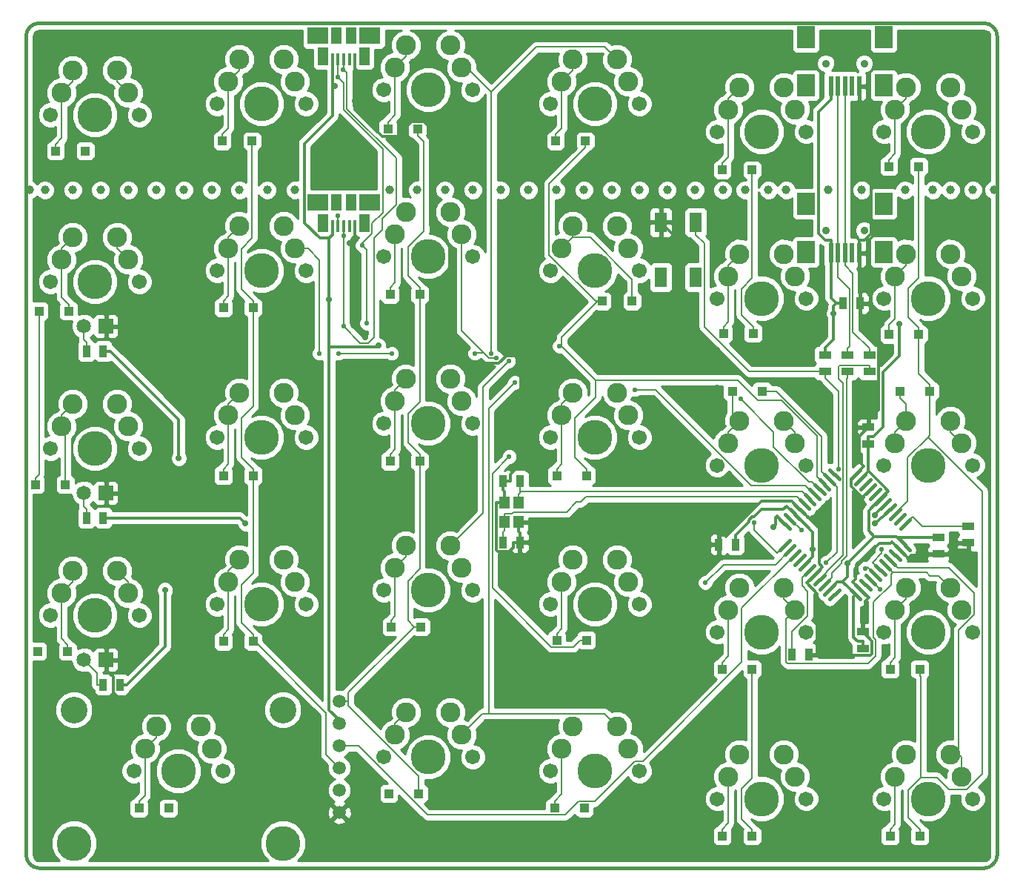
<source format=gbl>
G04 (created by PCBNEW (2013-02-13 BZR 3947)-testing) date 12/19/2013 8:38:14 AM*
%MOIN*%
G04 Gerber Fmt 3.4, Leading zero omitted, Abs format*
%FSLAX34Y34*%
G01*
G70*
G90*
G04 APERTURE LIST*
%ADD10C,0.006*%
%ADD11C,0.015*%
%ADD12C,0.065*%
%ADD13R,0.065X0.065*%
%ADD14C,0.12*%
%ADD15C,0.157*%
%ADD16C,0.016*%
%ADD17C,0.0590551*%
%ADD18R,0.0453X0.0551*%
%ADD19R,0.0551X0.0906*%
%ADD20R,0.055X0.035*%
%ADD21R,0.035X0.055*%
%ADD22C,0.09*%
%ADD23C,0.067*%
%ADD24C,0.0393701*%
%ADD25R,0.0944882X0.0748031*%
%ADD26R,0.0472441X0.0826772*%
%ADD27R,0.0177165X0.0551181*%
%ADD28R,0.0472441X0.0748031*%
%ADD29R,0.0393701X0.0393701*%
%ADD30R,0.0787402X0.0984252*%
%ADD31R,0.019685X0.0905512*%
%ADD32C,0.0354331*%
%ADD33C,0.0216535*%
%ADD34C,0.0275591*%
%ADD35C,0.00708661*%
%ADD36C,0.011811*%
%ADD37C,0.01*%
G04 APERTURE END LIST*
G54D10*
G54D11*
X32900Y-58900D02*
X32900Y-22100D01*
X76000Y-59500D02*
X33500Y-59500D01*
X76600Y-22100D02*
X76600Y-58900D01*
X33500Y-21500D02*
X76000Y-21500D01*
X33500Y-21500D02*
G75*
G03X32900Y-22100I0J-600D01*
G74*
G01*
X76600Y-22100D02*
G75*
G03X76000Y-21500I-600J0D01*
G74*
G01*
X76000Y-59500D02*
G75*
G03X76600Y-58900I0J600D01*
G74*
G01*
X32900Y-58900D02*
G75*
G03X33500Y-59500I600J0D01*
G74*
G01*
G54D12*
X35500Y-50129D03*
G54D13*
X36500Y-50129D03*
G54D12*
X35500Y-42629D03*
G54D13*
X36500Y-42629D03*
G54D12*
X35500Y-35130D03*
G54D13*
X36500Y-35130D03*
G54D14*
X44459Y-52379D03*
X35059Y-52379D03*
G54D15*
X44459Y-58379D03*
X35059Y-58379D03*
G54D16*
X71133Y-45883D02*
X71548Y-46298D01*
X70910Y-46105D02*
X71326Y-46521D01*
X70687Y-46328D02*
X71103Y-46744D01*
X70464Y-46551D02*
X70880Y-46967D01*
X70242Y-46774D02*
X70657Y-47189D01*
X70019Y-46996D02*
X70435Y-47412D01*
X71355Y-45660D02*
X71771Y-46076D01*
X71578Y-45437D02*
X71994Y-45853D01*
X71801Y-45214D02*
X72217Y-45630D01*
X72024Y-44992D02*
X72439Y-45407D01*
X72246Y-44769D02*
X72662Y-45185D01*
X67951Y-42701D02*
X68366Y-43116D01*
X67728Y-42923D02*
X68144Y-43339D01*
X67505Y-43146D02*
X67921Y-43562D01*
X67282Y-43369D02*
X67698Y-43785D01*
X67060Y-43592D02*
X67475Y-44007D01*
X66837Y-43814D02*
X67253Y-44230D01*
X68173Y-42478D02*
X68589Y-42894D01*
X68396Y-42255D02*
X68812Y-42671D01*
X68619Y-42032D02*
X69035Y-42448D01*
X68842Y-41810D02*
X69257Y-42225D01*
X69064Y-41587D02*
X69480Y-42003D01*
X67951Y-46298D02*
X68366Y-45883D01*
X71133Y-43116D02*
X71548Y-42701D01*
X67728Y-46076D02*
X68144Y-45660D01*
X70910Y-42894D02*
X71326Y-42478D01*
X70687Y-42671D02*
X71103Y-42255D01*
X67505Y-45853D02*
X67921Y-45437D01*
X67282Y-45630D02*
X67698Y-45214D01*
X70464Y-42448D02*
X70880Y-42032D01*
X70242Y-42225D02*
X70657Y-41810D01*
X67060Y-45407D02*
X67475Y-44992D01*
X66837Y-45185D02*
X67253Y-44769D01*
X70019Y-42003D02*
X70435Y-41587D01*
X71355Y-43339D02*
X71771Y-42923D01*
X68173Y-46521D02*
X68589Y-46105D01*
X68396Y-46744D02*
X68812Y-46328D01*
X71578Y-43562D02*
X71994Y-43146D01*
X71801Y-43785D02*
X72217Y-43369D01*
X68619Y-46967D02*
X69035Y-46551D01*
X68842Y-47189D02*
X69257Y-46774D01*
X72024Y-44007D02*
X72439Y-43592D01*
X72246Y-44230D02*
X72662Y-43814D01*
X69064Y-47412D02*
X69480Y-46996D01*
G54D17*
X47000Y-56000D03*
X47000Y-57000D03*
X47000Y-55000D03*
X47000Y-53000D03*
X47000Y-54000D03*
X47000Y-52000D03*
G54D18*
X55065Y-43933D03*
X55065Y-43067D03*
X54435Y-43933D03*
X54435Y-43067D03*
G54D19*
X61462Y-30460D03*
X63037Y-32940D03*
X61463Y-32940D03*
X63037Y-30460D03*
G54D20*
X68850Y-36425D03*
X68850Y-37175D03*
X75300Y-44125D03*
X75300Y-44875D03*
G54D21*
X67375Y-49900D03*
X68125Y-49900D03*
G54D20*
X70850Y-37175D03*
X70850Y-36425D03*
X69850Y-37175D03*
X69850Y-36425D03*
X73950Y-44625D03*
X73950Y-45375D03*
X70550Y-49625D03*
X70550Y-48875D03*
X70800Y-40425D03*
X70800Y-39675D03*
G54D21*
X64825Y-44950D03*
X64075Y-44950D03*
X55125Y-42100D03*
X54375Y-42100D03*
X54375Y-44850D03*
X55125Y-44850D03*
X69675Y-34100D03*
X70425Y-34100D03*
G54D22*
X74500Y-54379D03*
X72000Y-55379D03*
G54D15*
X73500Y-56379D03*
G54D23*
X71500Y-56379D03*
X75500Y-56379D03*
G54D22*
X75000Y-55379D03*
X72500Y-54379D03*
X59500Y-53129D03*
X57000Y-54129D03*
G54D15*
X58500Y-55129D03*
G54D23*
X56500Y-55129D03*
X60500Y-55129D03*
G54D22*
X60000Y-54129D03*
X57500Y-53129D03*
X67000Y-54379D03*
X64500Y-55379D03*
G54D15*
X66000Y-56379D03*
G54D23*
X64000Y-56379D03*
X68000Y-56379D03*
G54D22*
X67500Y-55379D03*
X65000Y-54379D03*
X52000Y-52500D03*
X49500Y-53500D03*
G54D15*
X51000Y-54500D03*
G54D23*
X49000Y-54500D03*
X53000Y-54500D03*
G54D22*
X52500Y-53500D03*
X50000Y-52500D03*
X40750Y-53129D03*
X38250Y-54129D03*
G54D15*
X39750Y-55129D03*
G54D23*
X37750Y-55129D03*
X41750Y-55129D03*
G54D22*
X41250Y-54129D03*
X38750Y-53129D03*
X37000Y-23630D03*
X34500Y-24630D03*
G54D15*
X36000Y-25630D03*
G54D23*
X34000Y-25630D03*
X38000Y-25630D03*
G54D22*
X37500Y-24630D03*
X35000Y-23630D03*
X67000Y-39379D03*
X64500Y-40379D03*
G54D15*
X66000Y-41379D03*
G54D23*
X64000Y-41379D03*
X68000Y-41379D03*
G54D22*
X67500Y-40379D03*
X65000Y-39379D03*
X74500Y-39379D03*
X72000Y-40379D03*
G54D15*
X73500Y-41379D03*
G54D23*
X71500Y-41379D03*
X75500Y-41379D03*
G54D22*
X75000Y-40379D03*
X72500Y-39379D03*
X44500Y-23129D03*
X42000Y-24129D03*
G54D15*
X43500Y-25129D03*
G54D23*
X41500Y-25129D03*
X45500Y-25129D03*
G54D22*
X45000Y-24129D03*
X42500Y-23129D03*
X67000Y-24380D03*
X64500Y-25380D03*
G54D15*
X66000Y-26380D03*
G54D23*
X64000Y-26380D03*
X68000Y-26380D03*
G54D22*
X67500Y-25380D03*
X65000Y-24380D03*
X59500Y-23129D03*
X57000Y-24129D03*
G54D15*
X58500Y-25129D03*
G54D23*
X56500Y-25129D03*
X60500Y-25129D03*
G54D22*
X60000Y-24129D03*
X57500Y-23129D03*
X52000Y-22500D03*
X49500Y-23500D03*
G54D15*
X51000Y-24500D03*
G54D23*
X49000Y-24500D03*
X53000Y-24500D03*
G54D22*
X52500Y-23500D03*
X50000Y-22500D03*
X74500Y-24380D03*
X72000Y-25380D03*
G54D15*
X73500Y-26380D03*
G54D23*
X71500Y-26380D03*
X75500Y-26380D03*
G54D22*
X75000Y-25380D03*
X72500Y-24380D03*
X59500Y-38129D03*
X57000Y-39129D03*
G54D15*
X58500Y-40129D03*
G54D23*
X56500Y-40129D03*
X60500Y-40129D03*
G54D22*
X60000Y-39129D03*
X57500Y-38129D03*
X52000Y-37500D03*
X49500Y-38500D03*
G54D15*
X51000Y-39500D03*
G54D23*
X49000Y-39500D03*
X53000Y-39500D03*
G54D22*
X52500Y-38500D03*
X50000Y-37500D03*
X44500Y-38129D03*
X42000Y-39129D03*
G54D15*
X43500Y-40129D03*
G54D23*
X41500Y-40129D03*
X45500Y-40129D03*
G54D22*
X45000Y-39129D03*
X42500Y-38129D03*
X37000Y-38629D03*
X34500Y-39629D03*
G54D15*
X36000Y-40629D03*
G54D23*
X34000Y-40629D03*
X38000Y-40629D03*
G54D22*
X37500Y-39629D03*
X35000Y-38629D03*
X67000Y-46879D03*
X64500Y-47879D03*
G54D15*
X66000Y-48879D03*
G54D23*
X64000Y-48879D03*
X68000Y-48879D03*
G54D22*
X67500Y-47879D03*
X65000Y-46879D03*
X59500Y-45629D03*
X57000Y-46629D03*
G54D15*
X58500Y-47629D03*
G54D23*
X56500Y-47629D03*
X60500Y-47629D03*
G54D22*
X60000Y-46629D03*
X57500Y-45629D03*
X52000Y-45000D03*
X49500Y-46000D03*
G54D15*
X51000Y-47000D03*
G54D23*
X49000Y-47000D03*
X53000Y-47000D03*
G54D22*
X52500Y-46000D03*
X50000Y-45000D03*
X44500Y-45629D03*
X42000Y-46629D03*
G54D15*
X43500Y-47629D03*
G54D23*
X41500Y-47629D03*
X45500Y-47629D03*
G54D22*
X45000Y-46629D03*
X42500Y-45629D03*
X37000Y-46129D03*
X34500Y-47129D03*
G54D15*
X36000Y-48129D03*
G54D23*
X34000Y-48129D03*
X38000Y-48129D03*
G54D22*
X37500Y-47129D03*
X35000Y-46129D03*
X74500Y-46879D03*
X72000Y-47879D03*
G54D15*
X73500Y-48879D03*
G54D23*
X71500Y-48879D03*
X75500Y-48879D03*
G54D22*
X75000Y-47879D03*
X72500Y-46879D03*
X37000Y-31129D03*
X34500Y-32129D03*
G54D15*
X36000Y-33129D03*
G54D23*
X34000Y-33129D03*
X38000Y-33129D03*
G54D22*
X37500Y-32129D03*
X35000Y-31129D03*
X67000Y-31879D03*
X64500Y-32879D03*
G54D15*
X66000Y-33879D03*
G54D23*
X64000Y-33879D03*
X68000Y-33879D03*
G54D22*
X67500Y-32879D03*
X65000Y-31879D03*
X52000Y-30000D03*
X49500Y-31000D03*
G54D15*
X51000Y-32000D03*
G54D23*
X49000Y-32000D03*
X53000Y-32000D03*
G54D22*
X52500Y-31000D03*
X50000Y-30000D03*
X44500Y-30629D03*
X42000Y-31629D03*
G54D15*
X43500Y-32629D03*
G54D23*
X41500Y-32629D03*
X45500Y-32629D03*
G54D22*
X45000Y-31629D03*
X42500Y-30629D03*
X59500Y-30629D03*
X57000Y-31629D03*
G54D15*
X58500Y-32629D03*
G54D23*
X56500Y-32629D03*
X60500Y-32629D03*
G54D22*
X60000Y-31629D03*
X57500Y-30629D03*
X74500Y-31879D03*
X72000Y-32879D03*
G54D15*
X73500Y-33879D03*
G54D23*
X71500Y-33879D03*
X75500Y-33879D03*
G54D22*
X75000Y-32879D03*
X72500Y-31879D03*
G54D24*
X75500Y-29000D03*
X45000Y-29000D03*
X50500Y-29000D03*
X53000Y-29000D03*
X55500Y-29000D03*
X58000Y-29000D03*
X60500Y-29000D03*
X63000Y-29000D03*
X65250Y-29000D03*
X67100Y-29000D03*
X70500Y-29000D03*
X73700Y-29000D03*
X76450Y-29000D03*
X49250Y-29000D03*
X51750Y-29000D03*
X54250Y-29000D03*
X56750Y-29000D03*
X59250Y-29000D03*
X61750Y-29000D03*
X64250Y-29000D03*
X66300Y-29000D03*
X69000Y-29000D03*
X72450Y-29000D03*
X74500Y-29000D03*
X43750Y-29000D03*
X42500Y-29000D03*
X41250Y-29000D03*
X40000Y-29000D03*
X38750Y-29000D03*
X37500Y-29000D03*
X36250Y-29000D03*
X35000Y-29000D03*
X33750Y-29000D03*
X33050Y-29000D03*
G54D21*
X36375Y-36250D03*
X35625Y-36250D03*
X36375Y-43750D03*
X35625Y-43750D03*
X37125Y-51250D03*
X36375Y-51250D03*
G54D25*
X48361Y-22074D03*
X46038Y-22074D03*
G54D26*
X46274Y-22979D03*
X48125Y-22979D03*
G54D27*
X47200Y-23117D03*
X46944Y-23117D03*
X46688Y-23117D03*
X47455Y-23117D03*
X47711Y-23117D03*
G54D28*
X46865Y-22074D03*
X47534Y-22074D03*
G54D25*
X48361Y-29574D03*
X46038Y-29574D03*
G54D26*
X46274Y-30479D03*
X48125Y-30479D03*
G54D27*
X47200Y-30617D03*
X46944Y-30617D03*
X46688Y-30617D03*
X47455Y-30617D03*
X47711Y-30617D03*
G54D28*
X46865Y-29574D03*
X47534Y-29574D03*
G54D29*
X34230Y-27250D03*
X35569Y-27250D03*
X72230Y-38050D03*
X73569Y-38050D03*
X64680Y-38050D03*
X66019Y-38050D03*
X41730Y-26800D03*
X43069Y-26800D03*
X49180Y-26250D03*
X50519Y-26250D03*
X56730Y-26800D03*
X58069Y-26800D03*
X64230Y-28100D03*
X65569Y-28100D03*
X71730Y-27950D03*
X73069Y-27950D03*
X37980Y-56800D03*
X39319Y-56800D03*
X49230Y-56150D03*
X50569Y-56150D03*
X56680Y-56800D03*
X58019Y-56800D03*
X64230Y-58050D03*
X65569Y-58050D03*
X71780Y-58050D03*
X73119Y-58050D03*
X34669Y-42250D03*
X33330Y-42250D03*
X41780Y-41850D03*
X43119Y-41850D03*
X49280Y-41200D03*
X50619Y-41200D03*
X56780Y-41850D03*
X58119Y-41850D03*
X34769Y-49750D03*
X33430Y-49750D03*
X41780Y-49300D03*
X43119Y-49300D03*
X49330Y-48650D03*
X50669Y-48650D03*
X56780Y-49250D03*
X58119Y-49250D03*
X64230Y-50550D03*
X65569Y-50550D03*
X71780Y-50550D03*
X73119Y-50550D03*
X34819Y-34450D03*
X33480Y-34450D03*
X41780Y-34300D03*
X43119Y-34300D03*
X49280Y-33700D03*
X50619Y-33700D03*
X60169Y-34000D03*
X58830Y-34000D03*
X64280Y-35450D03*
X65619Y-35450D03*
X71730Y-35500D03*
X73069Y-35500D03*
G54D30*
X71501Y-22135D03*
X67998Y-22135D03*
X67998Y-24301D03*
X71501Y-24301D03*
G54D31*
X69750Y-24340D03*
X69435Y-24340D03*
X69120Y-24340D03*
X70064Y-24340D03*
X70379Y-24340D03*
G54D32*
X68883Y-23316D03*
X70616Y-23316D03*
G54D30*
X71501Y-29635D03*
X67998Y-29635D03*
X67998Y-31801D03*
X71501Y-31801D03*
G54D31*
X69750Y-31840D03*
X69435Y-31840D03*
X69120Y-31840D03*
X70064Y-31840D03*
X70379Y-31840D03*
G54D32*
X68883Y-30816D03*
X70616Y-30816D03*
G54D33*
X68911Y-45769D03*
X65676Y-43956D03*
X54644Y-40994D03*
X56886Y-36028D03*
X63469Y-46663D03*
G54D34*
X39778Y-41059D03*
X71094Y-43637D03*
X42777Y-44012D03*
X71094Y-43992D03*
X39152Y-46999D03*
X66525Y-44148D03*
G54D33*
X54894Y-37660D03*
X54619Y-36698D03*
X71409Y-45147D03*
X46100Y-36350D03*
X46950Y-36350D03*
X49350Y-36350D03*
X53100Y-36350D03*
X70649Y-46018D03*
X54049Y-36556D03*
X71316Y-46957D03*
X53833Y-36350D03*
X47186Y-35135D03*
X47169Y-23582D03*
X60286Y-37987D03*
X47200Y-31075D03*
X46944Y-23939D03*
X65062Y-38399D03*
X48032Y-31498D03*
X46944Y-30154D03*
X48221Y-35004D03*
X69457Y-41565D03*
X67780Y-44311D03*
G54D34*
X64000Y-37900D03*
X63200Y-39300D03*
X63200Y-40800D03*
X63200Y-43300D03*
X47700Y-42500D03*
X47700Y-40000D03*
X47700Y-38200D03*
X47700Y-45600D03*
X47200Y-27800D03*
X51200Y-27800D03*
X70900Y-35550D03*
X67950Y-35550D03*
X65650Y-36200D03*
X64000Y-36200D03*
X62950Y-35450D03*
X56650Y-35400D03*
X52842Y-36771D03*
X47711Y-25003D03*
X55903Y-34843D03*
X47471Y-31411D03*
X48174Y-35638D03*
X69241Y-34559D03*
X46544Y-33914D03*
X46796Y-24321D03*
X48753Y-35999D03*
X72193Y-35016D03*
X69853Y-45795D03*
X68298Y-45155D03*
G54D35*
X73069Y-35500D02*
X73069Y-35803D01*
X73119Y-58050D02*
X73119Y-57746D01*
X72602Y-34730D02*
X73069Y-35196D01*
X72602Y-33441D02*
X72602Y-34730D01*
X73069Y-32974D02*
X72602Y-33441D01*
X73069Y-27950D02*
X73069Y-32974D01*
X73069Y-35500D02*
X73069Y-35196D01*
X73069Y-37246D02*
X73069Y-35803D01*
X73569Y-37746D02*
X73069Y-37246D01*
X73569Y-37898D02*
X73569Y-37746D01*
X73569Y-37898D02*
X73569Y-38050D01*
X73569Y-40038D02*
X73494Y-40113D01*
X73569Y-38050D02*
X73569Y-40038D01*
X72578Y-43008D02*
X72009Y-43577D01*
X72578Y-41029D02*
X72578Y-43008D01*
X73494Y-40113D02*
X72578Y-41029D01*
X73119Y-50550D02*
X73119Y-50853D01*
X73166Y-50900D02*
X73119Y-50853D01*
X73166Y-55424D02*
X73166Y-50900D01*
X73880Y-55424D02*
X73166Y-55424D01*
X74412Y-55956D02*
X73880Y-55424D01*
X75237Y-55956D02*
X74412Y-55956D01*
X75945Y-55247D02*
X75237Y-55956D01*
X75945Y-42563D02*
X75945Y-55247D01*
X73494Y-40113D02*
X75945Y-42563D01*
X72607Y-57235D02*
X73119Y-57746D01*
X72607Y-55983D02*
X72607Y-57235D01*
X73166Y-55424D02*
X72607Y-55983D01*
X65569Y-58050D02*
X65569Y-57746D01*
X65569Y-32974D02*
X65569Y-28100D01*
X65087Y-33456D02*
X65569Y-32974D01*
X65087Y-34615D02*
X65087Y-33456D01*
X65619Y-35146D02*
X65087Y-34615D01*
X65619Y-35450D02*
X65619Y-35146D01*
X65569Y-55474D02*
X65569Y-50550D01*
X65106Y-55937D02*
X65569Y-55474D01*
X65106Y-57283D02*
X65106Y-55937D01*
X65569Y-57746D02*
X65106Y-57283D01*
X66678Y-38050D02*
X66019Y-38050D01*
X68710Y-40081D02*
X66678Y-38050D01*
X68710Y-41678D02*
X68710Y-40081D01*
X68880Y-41848D02*
X68710Y-41678D01*
X68880Y-41848D02*
X69049Y-42018D01*
X69049Y-42018D02*
X69389Y-42357D01*
X69389Y-45291D02*
X68911Y-45769D01*
X69389Y-42357D02*
X69389Y-45291D01*
X50619Y-41200D02*
X50619Y-40896D01*
X47409Y-52000D02*
X47000Y-52000D01*
X50569Y-55361D02*
X50569Y-56150D01*
X47409Y-52202D02*
X50569Y-55361D01*
X47409Y-52000D02*
X47409Y-52202D01*
X50619Y-38545D02*
X50619Y-33700D01*
X50099Y-39065D02*
X50619Y-38545D01*
X50099Y-40376D02*
X50099Y-39065D01*
X50619Y-40896D02*
X50099Y-40376D01*
X50806Y-26840D02*
X50519Y-26553D01*
X50806Y-30858D02*
X50806Y-26840D01*
X50087Y-31577D02*
X50806Y-30858D01*
X50087Y-32865D02*
X50087Y-31577D01*
X50619Y-33396D02*
X50087Y-32865D01*
X50619Y-33700D02*
X50619Y-33396D01*
X50519Y-26250D02*
X50519Y-26553D01*
X65676Y-44287D02*
X66705Y-45317D01*
X65676Y-43956D02*
X65676Y-44287D01*
X67045Y-44977D02*
X66705Y-45317D01*
X50079Y-48363D02*
X50366Y-48650D01*
X50079Y-46585D02*
X50079Y-48363D01*
X50619Y-46045D02*
X50079Y-46585D01*
X50619Y-41200D02*
X50619Y-46045D01*
X50669Y-48650D02*
X50366Y-48650D01*
X47409Y-51606D02*
X47409Y-52000D01*
X50366Y-48650D02*
X47409Y-51606D01*
X58119Y-49250D02*
X57816Y-49250D01*
X53887Y-41750D02*
X54644Y-40994D01*
X53887Y-46905D02*
X53887Y-41750D01*
X56535Y-49553D02*
X53887Y-46905D01*
X57512Y-49553D02*
X56535Y-49553D01*
X57816Y-49250D02*
X57512Y-49553D01*
X56443Y-31916D02*
X58527Y-34000D01*
X56443Y-28729D02*
X56443Y-31916D01*
X58069Y-27103D02*
X56443Y-28729D01*
X58069Y-26800D02*
X58069Y-27103D01*
X58119Y-41850D02*
X58119Y-41546D01*
X68827Y-42240D02*
X68487Y-41901D01*
X68487Y-40059D02*
X68487Y-41901D01*
X66885Y-38457D02*
X68487Y-40059D01*
X65833Y-38457D02*
X66885Y-38457D01*
X64931Y-37555D02*
X65833Y-38457D01*
X58527Y-37555D02*
X64931Y-37555D01*
X58527Y-38314D02*
X58527Y-37555D01*
X57587Y-39254D02*
X58527Y-38314D01*
X57587Y-41015D02*
X57587Y-39254D01*
X58119Y-41546D02*
X57587Y-41015D01*
X58830Y-34000D02*
X58619Y-34000D01*
X58619Y-34000D02*
X58527Y-34000D01*
X57000Y-35618D02*
X57000Y-36028D01*
X58619Y-34000D02*
X57000Y-35618D01*
X58527Y-37555D02*
X57000Y-36028D01*
X57000Y-36028D02*
X56886Y-36028D01*
X43069Y-31166D02*
X43069Y-26800D01*
X42587Y-31647D02*
X43069Y-31166D01*
X42587Y-33465D02*
X42587Y-31647D01*
X43119Y-33996D02*
X42587Y-33465D01*
X43119Y-34300D02*
X43119Y-33996D01*
X43119Y-46222D02*
X43119Y-41850D01*
X42587Y-46754D02*
X43119Y-46222D01*
X42587Y-48465D02*
X42587Y-46754D01*
X43119Y-48996D02*
X42587Y-48465D01*
X43119Y-38722D02*
X43119Y-34300D01*
X42587Y-39254D02*
X43119Y-38722D01*
X42587Y-41015D02*
X42587Y-39254D01*
X43119Y-41546D02*
X42587Y-41015D01*
X43119Y-41850D02*
X43119Y-41546D01*
X43119Y-49300D02*
X43119Y-49235D01*
X43119Y-49235D02*
X43119Y-48996D01*
X46401Y-54401D02*
X47000Y-55000D01*
X46401Y-52517D02*
X46401Y-54401D01*
X43119Y-49235D02*
X46401Y-52517D01*
X66616Y-45851D02*
X67268Y-45200D01*
X66616Y-45851D02*
X66616Y-45851D01*
X64281Y-45851D02*
X66616Y-45851D01*
X63469Y-46663D02*
X64281Y-45851D01*
X33480Y-41796D02*
X33330Y-41946D01*
X33480Y-34450D02*
X33480Y-41796D01*
X33330Y-42250D02*
X33330Y-41946D01*
X47847Y-54000D02*
X47000Y-54000D01*
X50950Y-57103D02*
X47847Y-54000D01*
X57171Y-57103D02*
X50950Y-57103D01*
X57778Y-56496D02*
X57171Y-57103D01*
X58492Y-56496D02*
X57778Y-56496D01*
X60303Y-54685D02*
X58492Y-56496D01*
X60666Y-54685D02*
X60303Y-54685D01*
X65108Y-50243D02*
X60666Y-54685D01*
X65108Y-47805D02*
X65108Y-50243D01*
X67490Y-45422D02*
X65108Y-47805D01*
G54D36*
X39778Y-39340D02*
X39778Y-41059D01*
X36687Y-36250D02*
X39778Y-39340D01*
X36375Y-36250D02*
X36687Y-36250D01*
X71094Y-43600D02*
X71563Y-43131D01*
X71094Y-43637D02*
X71094Y-43600D01*
X42514Y-43750D02*
X42777Y-44012D01*
X36375Y-43750D02*
X42514Y-43750D01*
X71786Y-43354D02*
X71424Y-43716D01*
X71424Y-43716D02*
X71424Y-43716D01*
X71405Y-43716D02*
X71424Y-43716D01*
X71208Y-43913D02*
X71405Y-43716D01*
X71179Y-43913D02*
X71208Y-43913D01*
X71153Y-43939D02*
X71179Y-43913D01*
X71147Y-43939D02*
X71153Y-43939D01*
X71094Y-43992D02*
X71147Y-43939D01*
X39152Y-49535D02*
X39152Y-46999D01*
X37437Y-51250D02*
X39152Y-49535D01*
X66619Y-43724D02*
X66683Y-43660D01*
X66619Y-44053D02*
X66619Y-43724D01*
X66525Y-44148D02*
X66619Y-44053D01*
X67045Y-44022D02*
X66683Y-43660D01*
X37125Y-51250D02*
X37437Y-51250D01*
G54D35*
X74875Y-54379D02*
X74500Y-54379D01*
X75000Y-54504D02*
X74875Y-54379D01*
X75000Y-55379D02*
X75000Y-54504D01*
X72132Y-45991D02*
X71786Y-45645D01*
X74419Y-45991D02*
X72132Y-45991D01*
X75556Y-47129D02*
X74419Y-45991D01*
X75556Y-48112D02*
X75556Y-47129D01*
X74875Y-48794D02*
X75556Y-48112D01*
X74875Y-54379D02*
X74875Y-48794D01*
X53725Y-38830D02*
X53725Y-52558D01*
X54894Y-37660D02*
X53725Y-38830D01*
X58929Y-52558D02*
X53725Y-52558D01*
X59500Y-53129D02*
X58929Y-52558D01*
X53441Y-52558D02*
X52500Y-53500D01*
X53725Y-52558D02*
X53441Y-52558D01*
X37500Y-46629D02*
X37500Y-47129D01*
X37000Y-46129D02*
X37500Y-46629D01*
X53462Y-43537D02*
X52000Y-45000D01*
X53462Y-37855D02*
X53462Y-43537D01*
X54619Y-36698D02*
X53462Y-37855D01*
X67000Y-47379D02*
X67000Y-46879D01*
X67500Y-47879D02*
X67000Y-47379D01*
X71817Y-46294D02*
X71903Y-46207D01*
X71817Y-46772D02*
X71817Y-46294D01*
X71045Y-47544D02*
X71817Y-46772D01*
X71045Y-49125D02*
X71045Y-47544D01*
X71142Y-49222D02*
X71045Y-49125D01*
X71142Y-49951D02*
X71142Y-49222D01*
X70794Y-50299D02*
X71142Y-49951D01*
X67166Y-50299D02*
X70794Y-50299D01*
X67093Y-50226D02*
X67166Y-50299D01*
X67093Y-48285D02*
X67093Y-50226D01*
X67500Y-47879D02*
X67093Y-48285D01*
X71563Y-45868D02*
X71903Y-46207D01*
X73970Y-46349D02*
X74500Y-46879D01*
X73770Y-46349D02*
X73970Y-46349D01*
X73770Y-46349D02*
X73770Y-46349D01*
X73569Y-46349D02*
X73770Y-46349D01*
X73427Y-46208D02*
X73569Y-46349D01*
X71903Y-46208D02*
X73427Y-46208D01*
X71903Y-46207D02*
X71903Y-46208D01*
X74500Y-39879D02*
X74500Y-39379D01*
X75000Y-40379D02*
X74500Y-39879D01*
X71340Y-46090D02*
X71001Y-45751D01*
X67500Y-39879D02*
X67500Y-40379D01*
X67000Y-39379D02*
X67500Y-39879D01*
X71409Y-45342D02*
X71409Y-45147D01*
X71001Y-45751D02*
X71409Y-45342D01*
X53479Y-36320D02*
X53129Y-36320D01*
X45579Y-31629D02*
X45000Y-31629D01*
X46100Y-32150D02*
X45579Y-31629D01*
X46100Y-36350D02*
X46100Y-32150D01*
X49350Y-36350D02*
X46950Y-36350D01*
X53129Y-36320D02*
X53100Y-36350D01*
X37000Y-31629D02*
X37000Y-31129D01*
X37500Y-32129D02*
X37000Y-31629D01*
X70733Y-46018D02*
X70778Y-45973D01*
X70649Y-46018D02*
X70733Y-46018D01*
X71118Y-46313D02*
X70778Y-45973D01*
X54040Y-36565D02*
X54049Y-36556D01*
X53725Y-36565D02*
X54040Y-36565D01*
X52500Y-35340D02*
X53479Y-36320D01*
X53479Y-36320D02*
X53725Y-36565D01*
X52500Y-31000D02*
X52500Y-35340D01*
X37000Y-24130D02*
X37000Y-23630D01*
X37500Y-24630D02*
X37000Y-24130D01*
X70895Y-46536D02*
X71316Y-46957D01*
X55856Y-22569D02*
X53833Y-24592D01*
X58940Y-22569D02*
X55856Y-22569D01*
X59500Y-23129D02*
X58940Y-22569D01*
X52740Y-23500D02*
X53833Y-24592D01*
X52500Y-23500D02*
X52740Y-23500D01*
X53833Y-24592D02*
X53833Y-36350D01*
X47200Y-23582D02*
X47169Y-23582D01*
X47345Y-23728D02*
X47200Y-23582D01*
X47345Y-25353D02*
X47345Y-23728D01*
X49566Y-27573D02*
X47345Y-25353D01*
X49566Y-29646D02*
X49566Y-27573D01*
X48927Y-30285D02*
X49566Y-29646D01*
X48927Y-30785D02*
X48927Y-30285D01*
X48553Y-31159D02*
X48927Y-30785D01*
X48553Y-35630D02*
X48553Y-31159D01*
X48293Y-35890D02*
X48553Y-35630D01*
X47941Y-35890D02*
X48293Y-35890D01*
X47186Y-35135D02*
X47941Y-35890D01*
X47200Y-23582D02*
X47200Y-23117D01*
X67975Y-42280D02*
X68381Y-42686D01*
X65526Y-42280D02*
X67975Y-42280D01*
X61233Y-37987D02*
X65526Y-42280D01*
X60286Y-37987D02*
X61233Y-37987D01*
X47200Y-30617D02*
X47200Y-31075D01*
X47200Y-35122D02*
X47186Y-35135D01*
X47200Y-31075D02*
X47200Y-35122D01*
X46944Y-23117D02*
X46944Y-23499D01*
X68604Y-42463D02*
X68264Y-42123D01*
X66543Y-39879D02*
X65062Y-38399D01*
X66543Y-40547D02*
X66543Y-39879D01*
X68119Y-42123D02*
X66543Y-40547D01*
X68264Y-42123D02*
X68119Y-42123D01*
X46944Y-23499D02*
X46944Y-23939D01*
X46944Y-30617D02*
X46944Y-30235D01*
X46944Y-30235D02*
X46944Y-30154D01*
X48032Y-31387D02*
X48032Y-31498D01*
X48468Y-30951D02*
X48032Y-31387D01*
X48468Y-30502D02*
X48468Y-30951D01*
X48946Y-30024D02*
X48468Y-30502D01*
X48946Y-27154D02*
X48946Y-30024D01*
X47190Y-25398D02*
X48946Y-27154D01*
X47190Y-24185D02*
X47190Y-25398D01*
X46944Y-23939D02*
X47190Y-24185D01*
X48221Y-31687D02*
X48221Y-35004D01*
X48032Y-31498D02*
X48221Y-31687D01*
X63037Y-30460D02*
X63037Y-31019D01*
X65439Y-37175D02*
X68850Y-37175D01*
X63418Y-35154D02*
X65439Y-37175D01*
X63418Y-31401D02*
X63418Y-35154D01*
X63037Y-31019D02*
X63418Y-31401D01*
X68850Y-37175D02*
X68850Y-37456D01*
X67268Y-43799D02*
X67780Y-44311D01*
X69457Y-38063D02*
X69457Y-41565D01*
X68850Y-37456D02*
X69457Y-38063D01*
G54D36*
X64000Y-37900D02*
X63200Y-38700D01*
X63200Y-38700D02*
X63200Y-39300D01*
X47700Y-45600D02*
X47700Y-42500D01*
X47700Y-42500D02*
X47700Y-40000D01*
X47700Y-40000D02*
X47700Y-38200D01*
X51109Y-27800D02*
X51200Y-27800D01*
X62950Y-35450D02*
X62950Y-34300D01*
X62200Y-31198D02*
X61462Y-30460D01*
X62200Y-33550D02*
X62200Y-31198D01*
X62950Y-34300D02*
X62200Y-33550D01*
X55903Y-35300D02*
X56550Y-35300D01*
X70900Y-35550D02*
X71262Y-35550D01*
X67600Y-35550D02*
X67950Y-35550D01*
X66950Y-36200D02*
X67600Y-35550D01*
X65650Y-36200D02*
X66950Y-36200D01*
X63700Y-36200D02*
X64000Y-36200D01*
X62950Y-35450D02*
X63700Y-36200D01*
X56550Y-35300D02*
X56650Y-35400D01*
X55065Y-44377D02*
X55065Y-43932D01*
X55125Y-44437D02*
X55065Y-44377D01*
X75300Y-44875D02*
X75300Y-45187D01*
X68125Y-49900D02*
X68437Y-49900D01*
X70550Y-48875D02*
X70550Y-48562D01*
X54375Y-42210D02*
X54375Y-42512D01*
X54375Y-42210D02*
X54375Y-42100D01*
X54375Y-42100D02*
X54687Y-42100D01*
X70669Y-47486D02*
X70812Y-47343D01*
X70669Y-48442D02*
X70669Y-47486D01*
X70550Y-48562D02*
X70669Y-48442D01*
X74550Y-45187D02*
X74362Y-45375D01*
X75300Y-45187D02*
X74550Y-45187D01*
X73950Y-45375D02*
X74362Y-45375D01*
X70631Y-47162D02*
X70812Y-47343D01*
X36812Y-50904D02*
X36500Y-50592D01*
X36812Y-51584D02*
X36812Y-50904D01*
X37745Y-52517D02*
X36812Y-51584D01*
X42517Y-52517D02*
X37745Y-52517D01*
X47000Y-57000D02*
X42517Y-52517D01*
X36500Y-50129D02*
X36500Y-50592D01*
X55125Y-44643D02*
X55125Y-44437D01*
X68381Y-46313D02*
X68019Y-46675D01*
X68500Y-47156D02*
X68500Y-49900D01*
X68019Y-46675D02*
X68500Y-47156D01*
X68437Y-49900D02*
X68500Y-49900D01*
X70968Y-49293D02*
X70550Y-48875D01*
X70968Y-49851D02*
X70968Y-49293D01*
X70882Y-49937D02*
X70968Y-49851D01*
X68538Y-49937D02*
X70882Y-49937D01*
X68500Y-49900D02*
X68538Y-49937D01*
X67707Y-43348D02*
X67351Y-42992D01*
X70227Y-41795D02*
X70589Y-41433D01*
X70385Y-40089D02*
X70800Y-39675D01*
X70385Y-41229D02*
X70385Y-40089D01*
X70589Y-41433D02*
X70385Y-41229D01*
X70800Y-39675D02*
X70800Y-39362D01*
X71262Y-35550D02*
X71262Y-38899D01*
X71262Y-38899D02*
X70800Y-39362D01*
X70425Y-34100D02*
X70737Y-34100D01*
X70737Y-34100D02*
X71262Y-34625D01*
X71262Y-34625D02*
X71262Y-35550D01*
X70425Y-34100D02*
X70425Y-33687D01*
X47711Y-25003D02*
X47711Y-23117D01*
X55167Y-36594D02*
X55020Y-36447D01*
X55167Y-41307D02*
X55167Y-36594D01*
X54687Y-41787D02*
X55167Y-41307D01*
X54687Y-42100D02*
X54687Y-41787D01*
X67345Y-42998D02*
X67351Y-42992D01*
X65986Y-42998D02*
X67345Y-42998D01*
X64387Y-44597D02*
X65986Y-42998D01*
X64387Y-44597D02*
X64387Y-44597D01*
X64327Y-44537D02*
X64387Y-44597D01*
X64075Y-44537D02*
X64327Y-44537D01*
X64075Y-44950D02*
X64075Y-44537D01*
X70379Y-33642D02*
X70379Y-31840D01*
X70425Y-33687D02*
X70379Y-33642D01*
X70939Y-25490D02*
X70379Y-24931D01*
X70939Y-30954D02*
X70939Y-25490D01*
X70644Y-31249D02*
X70939Y-30954D01*
X70379Y-31249D02*
X70644Y-31249D01*
X70379Y-31840D02*
X70379Y-31249D01*
X70379Y-24340D02*
X70379Y-24931D01*
X55125Y-44643D02*
X55125Y-44850D01*
X64075Y-44950D02*
X63762Y-44950D01*
X63662Y-44850D02*
X63762Y-44950D01*
X55125Y-44850D02*
X63662Y-44850D01*
X73490Y-45421D02*
X73537Y-45375D01*
X72734Y-45421D02*
X73490Y-45421D01*
X72593Y-45562D02*
X72734Y-45421D01*
X72231Y-45200D02*
X72593Y-45562D01*
X73950Y-45375D02*
X73537Y-45375D01*
X51964Y-35892D02*
X52842Y-36771D01*
X51964Y-31449D02*
X51964Y-35892D01*
X51109Y-30595D02*
X51964Y-31449D01*
X51109Y-26225D02*
X51109Y-27800D01*
X51109Y-27800D02*
X51109Y-30595D01*
X50799Y-25915D02*
X51109Y-26225D01*
X50265Y-25915D02*
X50799Y-25915D01*
X49595Y-26584D02*
X50265Y-25915D01*
X48912Y-26584D02*
X49595Y-26584D01*
X47711Y-25383D02*
X48912Y-26584D01*
X47711Y-25003D02*
X47711Y-25383D01*
X55125Y-44850D02*
X54812Y-44850D01*
X54435Y-42572D02*
X54435Y-43067D01*
X54375Y-42512D02*
X54435Y-42572D01*
X54812Y-45084D02*
X54812Y-44850D01*
X54633Y-45262D02*
X54812Y-45084D01*
X54127Y-45262D02*
X54633Y-45262D01*
X54062Y-45197D02*
X54127Y-45262D01*
X54062Y-43075D02*
X54062Y-45197D01*
X54070Y-43067D02*
X54062Y-43075D01*
X54435Y-43067D02*
X54070Y-43067D01*
X70631Y-47162D02*
X70450Y-46981D01*
X70450Y-46981D02*
X70088Y-46619D01*
X72231Y-45200D02*
X71869Y-44838D01*
X70228Y-46479D02*
X70088Y-46619D01*
X70228Y-45980D02*
X70228Y-46479D01*
X71308Y-44900D02*
X70228Y-45980D01*
X71807Y-44900D02*
X71308Y-44900D01*
X71869Y-44838D02*
X71807Y-44900D01*
X55903Y-35564D02*
X55903Y-35300D01*
X55903Y-35300D02*
X55903Y-34843D01*
X55020Y-36447D02*
X55903Y-35564D01*
X67707Y-43348D02*
X67713Y-43354D01*
X68598Y-45806D02*
X68743Y-45951D01*
X68598Y-44239D02*
X68598Y-45806D01*
X67713Y-43354D02*
X68598Y-44239D01*
X68381Y-46313D02*
X68743Y-45951D01*
X47711Y-30617D02*
X47711Y-31030D01*
X47647Y-31094D02*
X47647Y-31411D01*
X47711Y-31030D02*
X47647Y-31094D01*
X47647Y-35111D02*
X48174Y-35638D01*
X47647Y-31411D02*
X47647Y-35111D01*
X47647Y-31411D02*
X47471Y-31411D01*
X54520Y-36447D02*
X55020Y-36447D01*
X54165Y-36802D02*
X54520Y-36447D01*
X52874Y-36802D02*
X54165Y-36802D01*
X52842Y-36771D02*
X52874Y-36802D01*
X70023Y-42315D02*
X70533Y-42825D01*
X70023Y-41999D02*
X70023Y-42315D01*
X70227Y-41795D02*
X70023Y-41999D01*
X70895Y-42463D02*
X70533Y-42825D01*
G54D35*
X38750Y-53629D02*
X38750Y-53129D01*
X38250Y-54129D02*
X38750Y-53629D01*
X38250Y-56227D02*
X38250Y-54129D01*
X37980Y-56496D02*
X38250Y-56227D01*
X37980Y-56800D02*
X37980Y-56496D01*
X49500Y-40677D02*
X49500Y-38500D01*
X49280Y-40896D02*
X49500Y-40677D01*
X49280Y-41200D02*
X49280Y-40896D01*
X49500Y-38000D02*
X49500Y-38500D01*
X50000Y-37500D02*
X49500Y-38000D01*
X57000Y-41327D02*
X57000Y-39129D01*
X56780Y-41546D02*
X57000Y-41327D01*
X56780Y-41850D02*
X56780Y-41546D01*
X57000Y-38629D02*
X57000Y-39129D01*
X57500Y-38129D02*
X57000Y-38629D01*
X34769Y-49750D02*
X34769Y-49446D01*
X34500Y-49177D02*
X34500Y-47129D01*
X34769Y-49446D02*
X34500Y-49177D01*
X35000Y-46629D02*
X35000Y-46129D01*
X34500Y-47129D02*
X35000Y-46629D01*
X64500Y-57477D02*
X64500Y-55379D01*
X64230Y-57746D02*
X64500Y-57477D01*
X64230Y-58050D02*
X64230Y-57746D01*
X72000Y-57527D02*
X72000Y-55379D01*
X71780Y-57746D02*
X72000Y-57527D01*
X71780Y-58050D02*
X71780Y-57746D01*
X34669Y-39798D02*
X34500Y-39629D01*
X34669Y-42250D02*
X34669Y-39798D01*
X34500Y-39129D02*
X34500Y-39629D01*
X35000Y-38629D02*
X34500Y-39129D01*
X55065Y-43067D02*
X55065Y-42685D01*
X68159Y-42909D02*
X67819Y-42569D01*
X55125Y-42569D02*
X67819Y-42569D01*
X55125Y-42100D02*
X55125Y-42569D01*
X55125Y-42625D02*
X55065Y-42685D01*
X55125Y-42569D02*
X55125Y-42625D01*
X72230Y-38050D02*
X72230Y-38353D01*
X72500Y-38622D02*
X72500Y-39379D01*
X72230Y-38353D02*
X72500Y-38622D01*
X72000Y-39879D02*
X72000Y-40379D01*
X72500Y-39379D02*
X72000Y-39879D01*
X64680Y-39059D02*
X65000Y-39379D01*
X64680Y-38050D02*
X64680Y-39059D01*
X64500Y-39879D02*
X64500Y-40379D01*
X65000Y-39379D02*
X64500Y-39879D01*
X49500Y-53000D02*
X49500Y-53500D01*
X50000Y-52500D02*
X49500Y-53000D01*
X42000Y-48777D02*
X42000Y-46629D01*
X41780Y-48996D02*
X42000Y-48777D01*
X41780Y-49300D02*
X41780Y-48996D01*
X42000Y-46129D02*
X42000Y-46629D01*
X42500Y-45629D02*
X42000Y-46129D01*
X34500Y-33827D02*
X34500Y-32129D01*
X34819Y-34146D02*
X34500Y-33827D01*
X34819Y-34450D02*
X34819Y-34146D01*
X34500Y-31629D02*
X34500Y-32129D01*
X35000Y-31129D02*
X34500Y-31629D01*
X57000Y-56177D02*
X57000Y-54129D01*
X56680Y-56496D02*
X57000Y-56177D01*
X56680Y-56800D02*
X56680Y-56496D01*
X42000Y-33777D02*
X42000Y-31629D01*
X41780Y-33996D02*
X42000Y-33777D01*
X41780Y-34300D02*
X41780Y-33996D01*
X42000Y-31129D02*
X42000Y-31629D01*
X42500Y-30629D02*
X42000Y-31129D01*
X49500Y-33177D02*
X49500Y-31000D01*
X49280Y-33396D02*
X49500Y-33177D01*
X49280Y-33700D02*
X49280Y-33396D01*
X49330Y-48650D02*
X49330Y-48346D01*
X49500Y-48177D02*
X49500Y-46000D01*
X49330Y-48346D02*
X49500Y-48177D01*
X50000Y-45500D02*
X50000Y-45000D01*
X49500Y-46000D02*
X50000Y-45500D01*
X57000Y-48727D02*
X57000Y-46629D01*
X56780Y-48946D02*
X57000Y-48727D01*
X56780Y-49250D02*
X56780Y-48946D01*
X64500Y-49977D02*
X64500Y-47879D01*
X64230Y-50246D02*
X64500Y-49977D01*
X64230Y-50550D02*
X64230Y-50246D01*
X72500Y-47379D02*
X72500Y-46879D01*
X72000Y-47879D02*
X72500Y-47379D01*
X72000Y-50027D02*
X72000Y-47879D01*
X71780Y-50246D02*
X72000Y-50027D01*
X71780Y-50550D02*
X71780Y-50246D01*
X58282Y-31129D02*
X57500Y-31129D01*
X60169Y-33015D02*
X58282Y-31129D01*
X60169Y-34000D02*
X60169Y-33015D01*
X57500Y-30629D02*
X57500Y-31129D01*
X57500Y-31129D02*
X57000Y-31629D01*
X64500Y-34927D02*
X64500Y-32879D01*
X64280Y-35146D02*
X64500Y-34927D01*
X64280Y-35450D02*
X64280Y-35146D01*
X64500Y-32379D02*
X64500Y-32879D01*
X65000Y-31879D02*
X64500Y-32379D01*
X71730Y-35500D02*
X71730Y-35196D01*
X71730Y-35073D02*
X71730Y-35196D01*
X72000Y-34804D02*
X71730Y-35073D01*
X72000Y-32879D02*
X72000Y-34804D01*
X72500Y-32379D02*
X72500Y-31879D01*
X72000Y-32879D02*
X72500Y-32379D01*
X41730Y-26800D02*
X41730Y-26496D01*
X42000Y-26227D02*
X42000Y-24129D01*
X41730Y-26496D02*
X42000Y-26227D01*
X42500Y-23629D02*
X42500Y-23129D01*
X42000Y-24129D02*
X42500Y-23629D01*
X73236Y-44125D02*
X72794Y-43682D01*
X75300Y-44125D02*
X73236Y-44125D01*
X72454Y-44022D02*
X72794Y-43682D01*
X36093Y-50723D02*
X35500Y-50129D01*
X36093Y-51250D02*
X36093Y-50723D01*
X36375Y-51250D02*
X36093Y-51250D01*
X49180Y-26250D02*
X49180Y-25946D01*
X49500Y-25627D02*
X49500Y-23500D01*
X49180Y-25946D02*
X49500Y-25627D01*
X50000Y-23000D02*
X50000Y-22500D01*
X49500Y-23500D02*
X50000Y-23000D01*
X34230Y-27250D02*
X34230Y-26946D01*
X34500Y-26677D02*
X34500Y-24630D01*
X34230Y-26946D02*
X34500Y-26677D01*
X35000Y-24130D02*
X35000Y-23630D01*
X34500Y-24630D02*
X35000Y-24130D01*
X57500Y-23629D02*
X57500Y-23129D01*
X57000Y-24129D02*
X57500Y-23629D01*
X57000Y-26227D02*
X57000Y-24129D01*
X56730Y-26496D02*
X57000Y-26227D01*
X56730Y-26800D02*
X56730Y-26496D01*
X70850Y-37175D02*
X70850Y-36893D01*
X68604Y-46536D02*
X68944Y-46196D01*
X68944Y-46148D02*
X68944Y-46196D01*
X69672Y-45419D02*
X68944Y-46148D01*
X69672Y-37709D02*
X69672Y-45419D01*
X69468Y-37505D02*
X69672Y-37709D01*
X69468Y-36940D02*
X69468Y-37505D01*
X69515Y-36893D02*
X69468Y-36940D01*
X70850Y-36893D02*
X69515Y-36893D01*
X69850Y-37175D02*
X69850Y-37456D01*
X68827Y-46759D02*
X69167Y-46419D01*
X69166Y-46419D02*
X69167Y-46419D01*
X69166Y-46237D02*
X69166Y-46419D01*
X69530Y-45873D02*
X69166Y-46237D01*
X69530Y-45841D02*
X69530Y-45873D01*
X69583Y-45788D02*
X69530Y-45841D01*
X69583Y-45736D02*
X69583Y-45788D01*
X69601Y-45718D02*
X69583Y-45736D01*
X69601Y-45691D02*
X69601Y-45718D01*
X69824Y-45468D02*
X69601Y-45691D01*
X69824Y-37482D02*
X69824Y-45468D01*
X69850Y-37456D02*
X69824Y-37482D01*
X67819Y-46804D02*
X67819Y-46430D01*
X68065Y-47050D02*
X67819Y-46804D01*
X68065Y-48165D02*
X68065Y-47050D01*
X67375Y-48855D02*
X68065Y-48165D01*
X67375Y-49900D02*
X67375Y-48855D01*
X68159Y-46090D02*
X67819Y-46430D01*
X69850Y-36425D02*
X69850Y-36143D01*
X69435Y-24899D02*
X69435Y-31281D01*
X69435Y-24340D02*
X69435Y-24899D01*
X69435Y-31840D02*
X69435Y-31281D01*
X69964Y-36029D02*
X69850Y-36143D01*
X69964Y-33451D02*
X69964Y-36029D01*
X69435Y-32922D02*
X69964Y-33451D01*
X69435Y-31840D02*
X69435Y-32922D01*
X69750Y-24340D02*
X69750Y-31840D01*
X70106Y-35399D02*
X70850Y-36143D01*
X70106Y-32755D02*
X70106Y-35399D01*
X69750Y-32399D02*
X70106Y-32755D01*
X69750Y-31840D02*
X69750Y-32399D01*
X70850Y-36425D02*
X70850Y-36143D01*
X67936Y-43131D02*
X67596Y-42791D01*
X54435Y-43932D02*
X54435Y-43551D01*
X54375Y-44374D02*
X54435Y-44314D01*
X54375Y-44850D02*
X54375Y-44374D01*
X54435Y-43932D02*
X54435Y-44314D01*
X54778Y-43551D02*
X54435Y-43551D01*
X54840Y-43488D02*
X54778Y-43551D01*
X57219Y-43488D02*
X54840Y-43488D01*
X57671Y-43036D02*
X57219Y-43488D01*
X57872Y-43036D02*
X57671Y-43036D01*
X58106Y-42801D02*
X57872Y-43036D01*
X67586Y-42801D02*
X58106Y-42801D01*
X67596Y-42791D02*
X67586Y-42801D01*
X64500Y-24880D02*
X64500Y-25380D01*
X65000Y-24380D02*
X64500Y-24880D01*
X64500Y-27527D02*
X64500Y-25380D01*
X64230Y-27796D02*
X64500Y-27527D01*
X64230Y-28100D02*
X64230Y-27796D01*
X35500Y-43243D02*
X35500Y-42629D01*
X35625Y-43368D02*
X35500Y-43243D01*
X35625Y-43750D02*
X35625Y-43368D01*
X35500Y-35743D02*
X35500Y-35130D01*
X35625Y-35868D02*
X35500Y-35743D01*
X35625Y-36250D02*
X35625Y-35868D01*
X72500Y-24880D02*
X72500Y-24380D01*
X72000Y-25380D02*
X72500Y-24880D01*
X72000Y-27377D02*
X72000Y-25380D01*
X71730Y-27646D02*
X72000Y-27377D01*
X71730Y-27950D02*
X71730Y-27646D01*
X42000Y-41327D02*
X42000Y-39129D01*
X41780Y-41546D02*
X42000Y-41327D01*
X41780Y-41850D02*
X41780Y-41546D01*
X42000Y-38629D02*
X42000Y-39129D01*
X42500Y-38129D02*
X42000Y-38629D01*
G54D36*
X69049Y-46981D02*
X69411Y-46619D01*
X69675Y-34100D02*
X69362Y-34100D01*
X70227Y-47204D02*
X69865Y-46842D01*
X70137Y-47294D02*
X70227Y-47204D01*
X70137Y-49133D02*
X70137Y-47294D01*
X70315Y-49312D02*
X70137Y-49133D01*
X70550Y-49312D02*
X70315Y-49312D01*
X70550Y-49625D02*
X70550Y-49312D01*
X68850Y-36425D02*
X68850Y-36112D01*
X69241Y-34220D02*
X69241Y-34559D01*
X69362Y-34100D02*
X69241Y-34220D01*
X69241Y-35720D02*
X68850Y-36112D01*
X69241Y-34559D02*
X69241Y-35720D01*
X69120Y-24340D02*
X69120Y-24931D01*
X69120Y-33857D02*
X69120Y-31840D01*
X69362Y-34100D02*
X69120Y-33857D01*
X69120Y-31840D02*
X69120Y-31249D01*
X64825Y-44950D02*
X64825Y-44537D01*
X68560Y-25490D02*
X69120Y-24931D01*
X68560Y-30954D02*
X68560Y-25490D01*
X68855Y-31249D02*
X68560Y-30954D01*
X69120Y-31249D02*
X68855Y-31249D01*
X67309Y-43396D02*
X67128Y-43215D01*
X65429Y-43932D02*
X64825Y-44537D01*
X65429Y-43854D02*
X65429Y-43932D01*
X65574Y-43709D02*
X65429Y-43854D01*
X65652Y-43709D02*
X65574Y-43709D01*
X65994Y-43367D02*
X65652Y-43709D01*
X66976Y-43367D02*
X65994Y-43367D01*
X67128Y-43215D02*
X66976Y-43367D01*
X46688Y-30617D02*
X46688Y-31030D01*
X71340Y-42909D02*
X71702Y-42547D01*
X70450Y-42018D02*
X70777Y-41690D01*
X70800Y-41644D02*
X70812Y-41656D01*
X70800Y-40425D02*
X70800Y-41644D01*
X70777Y-41690D02*
X70812Y-41656D01*
X71557Y-42401D02*
X71702Y-42547D01*
X71557Y-42401D02*
X71557Y-42401D01*
X70812Y-41656D02*
X71557Y-42401D01*
X46544Y-33914D02*
X46544Y-31174D01*
X46544Y-31174D02*
X46688Y-31030D01*
X46688Y-24321D02*
X46796Y-24321D01*
X46688Y-25667D02*
X46688Y-24321D01*
X45427Y-26928D02*
X46688Y-25667D01*
X45427Y-30487D02*
X45427Y-26928D01*
X46114Y-31174D02*
X45427Y-30487D01*
X46544Y-31174D02*
X46114Y-31174D01*
X46688Y-24321D02*
X46688Y-23117D01*
X48676Y-36076D02*
X48753Y-35999D01*
X46544Y-36076D02*
X48676Y-36076D01*
X46544Y-52384D02*
X46544Y-36076D01*
X47000Y-52840D02*
X46544Y-52384D01*
X47000Y-53000D02*
X47000Y-52840D01*
X46544Y-36076D02*
X46544Y-33914D01*
X67936Y-45868D02*
X68298Y-45506D01*
X67309Y-43396D02*
X67490Y-43577D01*
X69411Y-46619D02*
X69642Y-46619D01*
X69411Y-46619D02*
X69411Y-46619D01*
X69642Y-46619D02*
X69865Y-46842D01*
X71034Y-40112D02*
X70800Y-40112D01*
X71473Y-39673D02*
X71034Y-40112D01*
X71473Y-37194D02*
X71473Y-39673D01*
X72193Y-36474D02*
X71473Y-37194D01*
X72193Y-35016D02*
X72193Y-36474D01*
X70800Y-40425D02*
X70800Y-40112D01*
X68298Y-44384D02*
X68298Y-45155D01*
X67490Y-43577D02*
X68298Y-44384D01*
X68298Y-45506D02*
X68298Y-45506D01*
X68298Y-45155D02*
X68298Y-45506D01*
X69853Y-46408D02*
X69642Y-46619D01*
X69853Y-45795D02*
X69853Y-46408D01*
X70813Y-43436D02*
X71340Y-42909D01*
X70813Y-44335D02*
X70813Y-43436D01*
X71063Y-44585D02*
X70813Y-44335D01*
X69853Y-45795D02*
X71063Y-44585D01*
X73950Y-44625D02*
X73537Y-44625D01*
X72454Y-44977D02*
X72132Y-44655D01*
X72063Y-44585D02*
X71063Y-44585D01*
X72132Y-44655D02*
X72063Y-44585D01*
X72163Y-44625D02*
X72132Y-44655D01*
X73537Y-44625D02*
X72163Y-44625D01*
G54D10*
G36*
X46379Y-25539D02*
X46085Y-25833D01*
X46085Y-25013D01*
X45996Y-24798D01*
X45831Y-24633D01*
X45616Y-24544D01*
X45575Y-24544D01*
X45593Y-24526D01*
X45699Y-24268D01*
X45700Y-23990D01*
X45593Y-23733D01*
X45397Y-23535D01*
X45139Y-23429D01*
X45133Y-23429D01*
X45199Y-23268D01*
X45200Y-22990D01*
X45093Y-22733D01*
X44897Y-22535D01*
X44639Y-22429D01*
X44361Y-22428D01*
X44104Y-22535D01*
X43906Y-22731D01*
X43800Y-22989D01*
X43799Y-23267D01*
X43906Y-23525D01*
X44102Y-23722D01*
X44360Y-23828D01*
X44366Y-23828D01*
X44300Y-23989D01*
X44299Y-24267D01*
X44406Y-24525D01*
X44602Y-24722D01*
X44860Y-24828D01*
X44991Y-24829D01*
X44915Y-25012D01*
X44914Y-25244D01*
X45003Y-25459D01*
X45168Y-25624D01*
X45383Y-25713D01*
X45615Y-25714D01*
X45830Y-25625D01*
X45995Y-25460D01*
X46084Y-25245D01*
X46085Y-25013D01*
X46085Y-25833D01*
X45208Y-26710D01*
X45141Y-26810D01*
X45118Y-26928D01*
X45118Y-28565D01*
X45089Y-28553D01*
X44911Y-28553D01*
X44747Y-28620D01*
X44621Y-28746D01*
X44553Y-28910D01*
X44553Y-29088D01*
X44620Y-29252D01*
X44746Y-29378D01*
X44910Y-29446D01*
X45088Y-29446D01*
X45118Y-29434D01*
X45118Y-30291D01*
X45093Y-30233D01*
X44897Y-30035D01*
X44639Y-29929D01*
X44535Y-29929D01*
X44535Y-24924D01*
X44377Y-24543D01*
X44087Y-24252D01*
X43706Y-24094D01*
X43295Y-24093D01*
X43200Y-24133D01*
X43200Y-22990D01*
X43093Y-22733D01*
X42897Y-22535D01*
X42639Y-22429D01*
X42361Y-22428D01*
X42104Y-22535D01*
X41906Y-22731D01*
X41800Y-22989D01*
X41799Y-23267D01*
X41866Y-23428D01*
X41861Y-23428D01*
X41604Y-23535D01*
X41406Y-23731D01*
X41300Y-23989D01*
X41299Y-24267D01*
X41406Y-24525D01*
X41425Y-24543D01*
X41384Y-24543D01*
X41169Y-24632D01*
X41004Y-24797D01*
X40915Y-25012D01*
X40914Y-25244D01*
X41003Y-25459D01*
X41168Y-25624D01*
X41383Y-25713D01*
X41615Y-25714D01*
X41714Y-25673D01*
X41714Y-26109D01*
X41528Y-26294D01*
X41489Y-26353D01*
X41484Y-26353D01*
X41392Y-26391D01*
X41322Y-26461D01*
X41283Y-26553D01*
X41283Y-26652D01*
X41283Y-27046D01*
X41321Y-27138D01*
X41392Y-27208D01*
X41483Y-27246D01*
X41583Y-27246D01*
X41977Y-27246D01*
X42068Y-27208D01*
X42139Y-27138D01*
X42177Y-27046D01*
X42177Y-26947D01*
X42177Y-26553D01*
X42148Y-26482D01*
X42201Y-26429D01*
X42263Y-26336D01*
X42263Y-26336D01*
X42267Y-26318D01*
X42285Y-26227D01*
X42285Y-26227D01*
X42285Y-24768D01*
X42396Y-24722D01*
X42593Y-24526D01*
X42699Y-24268D01*
X42700Y-23990D01*
X42653Y-23878D01*
X42701Y-23830D01*
X42701Y-23830D01*
X42727Y-23792D01*
X42727Y-23792D01*
X42896Y-23722D01*
X43093Y-23526D01*
X43199Y-23268D01*
X43200Y-22990D01*
X43200Y-24133D01*
X42914Y-24251D01*
X42623Y-24541D01*
X42465Y-24922D01*
X42464Y-25333D01*
X42622Y-25714D01*
X42912Y-26005D01*
X43293Y-26163D01*
X43704Y-26164D01*
X44085Y-26006D01*
X44376Y-25716D01*
X44534Y-25335D01*
X44535Y-24924D01*
X44535Y-29929D01*
X44361Y-29928D01*
X44104Y-30035D01*
X43906Y-30231D01*
X43800Y-30489D01*
X43799Y-30767D01*
X43906Y-31025D01*
X44102Y-31222D01*
X44360Y-31328D01*
X44366Y-31328D01*
X44300Y-31489D01*
X44299Y-31767D01*
X44406Y-32025D01*
X44602Y-32222D01*
X44860Y-32328D01*
X44991Y-32329D01*
X44915Y-32512D01*
X44914Y-32744D01*
X45003Y-32959D01*
X45168Y-33124D01*
X45383Y-33213D01*
X45615Y-33214D01*
X45814Y-33132D01*
X45814Y-36128D01*
X45796Y-36146D01*
X45741Y-36278D01*
X45741Y-36420D01*
X45796Y-36552D01*
X45896Y-36653D01*
X46028Y-36708D01*
X46170Y-36708D01*
X46235Y-36681D01*
X46235Y-51947D01*
X46085Y-51797D01*
X46085Y-47513D01*
X46085Y-40013D01*
X45996Y-39798D01*
X45831Y-39633D01*
X45616Y-39544D01*
X45575Y-39544D01*
X45593Y-39526D01*
X45699Y-39268D01*
X45700Y-38990D01*
X45593Y-38733D01*
X45397Y-38536D01*
X45139Y-38429D01*
X45133Y-38429D01*
X45199Y-38268D01*
X45200Y-37990D01*
X45093Y-37733D01*
X44897Y-37536D01*
X44639Y-37429D01*
X44361Y-37429D01*
X44104Y-37535D01*
X43906Y-37732D01*
X43800Y-37989D01*
X43799Y-38267D01*
X43906Y-38525D01*
X44102Y-38722D01*
X44360Y-38829D01*
X44366Y-38829D01*
X44300Y-38989D01*
X44299Y-39267D01*
X44406Y-39525D01*
X44602Y-39722D01*
X44860Y-39829D01*
X44991Y-39829D01*
X44915Y-40012D01*
X44914Y-40244D01*
X45003Y-40460D01*
X45168Y-40624D01*
X45383Y-40714D01*
X45615Y-40714D01*
X45830Y-40625D01*
X45995Y-40460D01*
X46084Y-40246D01*
X46085Y-40013D01*
X46085Y-47513D01*
X45996Y-47298D01*
X45831Y-47133D01*
X45616Y-47044D01*
X45575Y-47044D01*
X45593Y-47026D01*
X45699Y-46768D01*
X45700Y-46490D01*
X45593Y-46233D01*
X45397Y-46036D01*
X45139Y-45929D01*
X45133Y-45929D01*
X45199Y-45768D01*
X45200Y-45490D01*
X45093Y-45233D01*
X44897Y-45036D01*
X44639Y-44929D01*
X44361Y-44929D01*
X44104Y-45035D01*
X43906Y-45232D01*
X43800Y-45489D01*
X43799Y-45767D01*
X43906Y-46025D01*
X44102Y-46222D01*
X44360Y-46329D01*
X44366Y-46329D01*
X44300Y-46489D01*
X44299Y-46767D01*
X44406Y-47025D01*
X44602Y-47222D01*
X44860Y-47329D01*
X44991Y-47329D01*
X44915Y-47512D01*
X44914Y-47744D01*
X45003Y-47960D01*
X45168Y-48124D01*
X45383Y-48214D01*
X45615Y-48214D01*
X45830Y-48125D01*
X45995Y-47960D01*
X46084Y-47746D01*
X46085Y-47513D01*
X46085Y-51797D01*
X43566Y-49278D01*
X43566Y-49053D01*
X43528Y-48961D01*
X43457Y-48891D01*
X43366Y-48853D01*
X43360Y-48853D01*
X43321Y-48794D01*
X43321Y-48794D01*
X43117Y-48590D01*
X43293Y-48663D01*
X43704Y-48664D01*
X44085Y-48507D01*
X44376Y-48216D01*
X44534Y-47835D01*
X44535Y-47424D01*
X44377Y-47043D01*
X44087Y-46752D01*
X43706Y-46594D01*
X43295Y-46593D01*
X43051Y-46694D01*
X43321Y-46424D01*
X43321Y-46424D01*
X43362Y-46362D01*
X43382Y-46332D01*
X43382Y-46332D01*
X43404Y-46222D01*
X43404Y-46222D01*
X43404Y-42280D01*
X43457Y-42258D01*
X43527Y-42188D01*
X43566Y-42096D01*
X43566Y-41997D01*
X43566Y-41603D01*
X43528Y-41511D01*
X43457Y-41441D01*
X43366Y-41403D01*
X43360Y-41403D01*
X43321Y-41344D01*
X43321Y-41344D01*
X43031Y-41055D01*
X43293Y-41163D01*
X43704Y-41164D01*
X44085Y-41007D01*
X44376Y-40716D01*
X44534Y-40335D01*
X44535Y-39924D01*
X44377Y-39543D01*
X44087Y-39252D01*
X43706Y-39094D01*
X43295Y-39093D01*
X43051Y-39194D01*
X43321Y-38924D01*
X43321Y-38924D01*
X43362Y-38862D01*
X43382Y-38832D01*
X43382Y-38832D01*
X43404Y-38722D01*
X43404Y-38722D01*
X43404Y-34730D01*
X43457Y-34708D01*
X43527Y-34638D01*
X43566Y-34546D01*
X43566Y-34447D01*
X43566Y-34053D01*
X43528Y-33961D01*
X43457Y-33891D01*
X43366Y-33853D01*
X43360Y-33853D01*
X43321Y-33794D01*
X43321Y-33794D01*
X43116Y-33590D01*
X43293Y-33663D01*
X43704Y-33664D01*
X44085Y-33506D01*
X44376Y-33216D01*
X44534Y-32835D01*
X44535Y-32424D01*
X44377Y-32043D01*
X44087Y-31752D01*
X43706Y-31594D01*
X43295Y-31593D01*
X42914Y-31751D01*
X42873Y-31792D01*
X42873Y-31765D01*
X43271Y-31367D01*
X43332Y-31275D01*
X43332Y-31275D01*
X43336Y-31257D01*
X43354Y-31166D01*
X43354Y-31166D01*
X43354Y-29213D01*
X43370Y-29252D01*
X43496Y-29378D01*
X43660Y-29446D01*
X43838Y-29446D01*
X44002Y-29379D01*
X44128Y-29253D01*
X44196Y-29089D01*
X44196Y-28911D01*
X44129Y-28747D01*
X44003Y-28621D01*
X43839Y-28553D01*
X43661Y-28553D01*
X43497Y-28620D01*
X43371Y-28746D01*
X43354Y-28786D01*
X43354Y-27230D01*
X43407Y-27208D01*
X43477Y-27138D01*
X43516Y-27046D01*
X43516Y-26947D01*
X43516Y-26553D01*
X43478Y-26461D01*
X43407Y-26391D01*
X43316Y-26353D01*
X43216Y-26353D01*
X42822Y-26353D01*
X42731Y-26391D01*
X42660Y-26461D01*
X42622Y-26553D01*
X42622Y-26652D01*
X42622Y-27046D01*
X42660Y-27138D01*
X42730Y-27208D01*
X42783Y-27230D01*
X42783Y-28651D01*
X42753Y-28621D01*
X42589Y-28553D01*
X42411Y-28553D01*
X42247Y-28620D01*
X42121Y-28746D01*
X42053Y-28910D01*
X42053Y-29088D01*
X42120Y-29252D01*
X42246Y-29378D01*
X42410Y-29446D01*
X42588Y-29446D01*
X42752Y-29379D01*
X42783Y-29348D01*
X42783Y-29988D01*
X42639Y-29929D01*
X42361Y-29928D01*
X42104Y-30035D01*
X41906Y-30231D01*
X41800Y-30489D01*
X41799Y-30767D01*
X41846Y-30879D01*
X41798Y-30927D01*
X41772Y-30965D01*
X41772Y-30965D01*
X41696Y-30996D01*
X41696Y-28911D01*
X41629Y-28747D01*
X41503Y-28621D01*
X41339Y-28553D01*
X41161Y-28553D01*
X40997Y-28620D01*
X40871Y-28746D01*
X40803Y-28910D01*
X40803Y-29088D01*
X40870Y-29252D01*
X40996Y-29378D01*
X41160Y-29446D01*
X41338Y-29446D01*
X41502Y-29379D01*
X41628Y-29253D01*
X41696Y-29089D01*
X41696Y-28911D01*
X41696Y-30996D01*
X41604Y-31035D01*
X41406Y-31231D01*
X41300Y-31489D01*
X41299Y-31767D01*
X41406Y-32025D01*
X41425Y-32043D01*
X41384Y-32043D01*
X41169Y-32132D01*
X41004Y-32297D01*
X40915Y-32512D01*
X40914Y-32744D01*
X41003Y-32959D01*
X41168Y-33124D01*
X41383Y-33213D01*
X41615Y-33214D01*
X41714Y-33173D01*
X41714Y-33659D01*
X41578Y-33794D01*
X41539Y-33853D01*
X41534Y-33853D01*
X41442Y-33891D01*
X41372Y-33961D01*
X41333Y-34053D01*
X41333Y-34152D01*
X41333Y-34546D01*
X41371Y-34638D01*
X41442Y-34708D01*
X41533Y-34746D01*
X41633Y-34746D01*
X42027Y-34746D01*
X42118Y-34708D01*
X42189Y-34638D01*
X42227Y-34546D01*
X42227Y-34447D01*
X42227Y-34053D01*
X42198Y-33982D01*
X42201Y-33979D01*
X42201Y-33979D01*
X42263Y-33886D01*
X42263Y-33886D01*
X42263Y-33886D01*
X42285Y-33777D01*
X42285Y-33777D01*
X42285Y-32268D01*
X42302Y-32261D01*
X42302Y-33465D01*
X42320Y-33556D01*
X42324Y-33574D01*
X42385Y-33666D01*
X42701Y-33982D01*
X42672Y-34053D01*
X42672Y-34152D01*
X42672Y-34546D01*
X42710Y-34638D01*
X42780Y-34708D01*
X42833Y-34730D01*
X42833Y-37509D01*
X42639Y-37429D01*
X42361Y-37429D01*
X42104Y-37535D01*
X41906Y-37732D01*
X41800Y-37989D01*
X41799Y-38267D01*
X41846Y-38379D01*
X41798Y-38427D01*
X41772Y-38465D01*
X41772Y-38465D01*
X41604Y-38535D01*
X41406Y-38732D01*
X41300Y-38989D01*
X41299Y-39267D01*
X41406Y-39525D01*
X41425Y-39544D01*
X41384Y-39544D01*
X41169Y-39632D01*
X41004Y-39797D01*
X40915Y-40012D01*
X40914Y-40244D01*
X41003Y-40460D01*
X41168Y-40624D01*
X41383Y-40714D01*
X41615Y-40714D01*
X41714Y-40673D01*
X41714Y-41209D01*
X41578Y-41344D01*
X41539Y-41403D01*
X41534Y-41403D01*
X41442Y-41441D01*
X41372Y-41511D01*
X41333Y-41603D01*
X41333Y-41702D01*
X41333Y-42096D01*
X41371Y-42188D01*
X41442Y-42258D01*
X41533Y-42296D01*
X41633Y-42296D01*
X42027Y-42296D01*
X42118Y-42258D01*
X42189Y-42188D01*
X42227Y-42096D01*
X42227Y-41997D01*
X42227Y-41603D01*
X42198Y-41532D01*
X42201Y-41529D01*
X42201Y-41529D01*
X42263Y-41436D01*
X42263Y-41436D01*
X42263Y-41436D01*
X42285Y-41327D01*
X42285Y-41327D01*
X42285Y-39768D01*
X42302Y-39761D01*
X42302Y-41015D01*
X42320Y-41106D01*
X42324Y-41124D01*
X42385Y-41216D01*
X42701Y-41532D01*
X42672Y-41603D01*
X42672Y-41702D01*
X42672Y-42096D01*
X42710Y-42188D01*
X42780Y-42258D01*
X42833Y-42280D01*
X42833Y-43624D01*
X42826Y-43624D01*
X42733Y-43531D01*
X42633Y-43464D01*
X42514Y-43440D01*
X40446Y-43440D01*
X40446Y-28911D01*
X40379Y-28747D01*
X40253Y-28621D01*
X40089Y-28553D01*
X39911Y-28553D01*
X39747Y-28620D01*
X39621Y-28746D01*
X39553Y-28910D01*
X39553Y-29088D01*
X39620Y-29252D01*
X39746Y-29378D01*
X39910Y-29446D01*
X40088Y-29446D01*
X40252Y-29379D01*
X40378Y-29253D01*
X40446Y-29089D01*
X40446Y-28911D01*
X40446Y-43440D01*
X40166Y-43440D01*
X40166Y-40982D01*
X40107Y-40840D01*
X40087Y-40820D01*
X40087Y-39340D01*
X40064Y-39222D01*
X40064Y-39222D01*
X39997Y-39122D01*
X39196Y-38321D01*
X39196Y-28911D01*
X39129Y-28747D01*
X39003Y-28621D01*
X38839Y-28553D01*
X38661Y-28553D01*
X38585Y-28584D01*
X38585Y-25514D01*
X38496Y-25299D01*
X38331Y-25134D01*
X38116Y-25045D01*
X38075Y-25045D01*
X38093Y-25027D01*
X38199Y-24769D01*
X38200Y-24491D01*
X38093Y-24234D01*
X37897Y-24036D01*
X37639Y-23930D01*
X37633Y-23930D01*
X37699Y-23769D01*
X37700Y-23491D01*
X37593Y-23234D01*
X37397Y-23036D01*
X37139Y-22930D01*
X36861Y-22929D01*
X36604Y-23036D01*
X36406Y-23232D01*
X36300Y-23490D01*
X36299Y-23768D01*
X36406Y-24026D01*
X36602Y-24223D01*
X36772Y-24293D01*
X36798Y-24331D01*
X36846Y-24379D01*
X36800Y-24490D01*
X36799Y-24768D01*
X36906Y-25026D01*
X37102Y-25223D01*
X37360Y-25329D01*
X37491Y-25329D01*
X37415Y-25513D01*
X37414Y-25745D01*
X37503Y-25960D01*
X37668Y-26125D01*
X37883Y-26214D01*
X38115Y-26215D01*
X38330Y-26126D01*
X38495Y-25961D01*
X38584Y-25746D01*
X38585Y-25514D01*
X38585Y-28584D01*
X38497Y-28620D01*
X38371Y-28746D01*
X38303Y-28910D01*
X38303Y-29088D01*
X38370Y-29252D01*
X38496Y-29378D01*
X38660Y-29446D01*
X38838Y-29446D01*
X39002Y-29379D01*
X39128Y-29253D01*
X39196Y-29089D01*
X39196Y-28911D01*
X39196Y-38321D01*
X38585Y-37710D01*
X38585Y-33013D01*
X38496Y-32798D01*
X38331Y-32633D01*
X38116Y-32544D01*
X38075Y-32544D01*
X38093Y-32526D01*
X38199Y-32268D01*
X38200Y-31990D01*
X38093Y-31733D01*
X37946Y-31585D01*
X37946Y-28911D01*
X37879Y-28747D01*
X37753Y-28621D01*
X37589Y-28553D01*
X37411Y-28553D01*
X37247Y-28620D01*
X37121Y-28746D01*
X37053Y-28910D01*
X37053Y-29088D01*
X37120Y-29252D01*
X37246Y-29378D01*
X37410Y-29446D01*
X37588Y-29446D01*
X37752Y-29379D01*
X37878Y-29253D01*
X37946Y-29089D01*
X37946Y-28911D01*
X37946Y-31585D01*
X37897Y-31535D01*
X37639Y-31429D01*
X37633Y-31429D01*
X37699Y-31268D01*
X37700Y-30990D01*
X37593Y-30733D01*
X37397Y-30535D01*
X37139Y-30429D01*
X37035Y-30429D01*
X37035Y-25425D01*
X36877Y-25044D01*
X36587Y-24753D01*
X36206Y-24595D01*
X35795Y-24594D01*
X35700Y-24634D01*
X35700Y-23491D01*
X35593Y-23234D01*
X35397Y-23036D01*
X35139Y-22930D01*
X34861Y-22929D01*
X34604Y-23036D01*
X34406Y-23232D01*
X34300Y-23490D01*
X34299Y-23768D01*
X34366Y-23929D01*
X34361Y-23929D01*
X34104Y-24036D01*
X33906Y-24232D01*
X33800Y-24490D01*
X33799Y-24768D01*
X33906Y-25026D01*
X33925Y-25044D01*
X33884Y-25044D01*
X33669Y-25133D01*
X33504Y-25298D01*
X33415Y-25513D01*
X33414Y-25745D01*
X33503Y-25960D01*
X33668Y-26125D01*
X33883Y-26214D01*
X34115Y-26215D01*
X34214Y-26174D01*
X34214Y-26559D01*
X34028Y-26744D01*
X33989Y-26803D01*
X33984Y-26803D01*
X33892Y-26841D01*
X33822Y-26911D01*
X33783Y-27003D01*
X33783Y-27102D01*
X33783Y-27496D01*
X33821Y-27588D01*
X33892Y-27658D01*
X33983Y-27696D01*
X34083Y-27696D01*
X34477Y-27696D01*
X34568Y-27658D01*
X34639Y-27588D01*
X34677Y-27496D01*
X34677Y-27397D01*
X34677Y-27003D01*
X34648Y-26932D01*
X34701Y-26879D01*
X34763Y-26786D01*
X34763Y-26786D01*
X34767Y-26768D01*
X34785Y-26677D01*
X34785Y-26677D01*
X34785Y-25269D01*
X34896Y-25223D01*
X35093Y-25027D01*
X35199Y-24769D01*
X35200Y-24491D01*
X35153Y-24379D01*
X35201Y-24331D01*
X35201Y-24331D01*
X35227Y-24293D01*
X35227Y-24293D01*
X35396Y-24223D01*
X35593Y-24027D01*
X35699Y-23769D01*
X35700Y-23491D01*
X35700Y-24634D01*
X35414Y-24752D01*
X35123Y-25042D01*
X34965Y-25423D01*
X34964Y-25834D01*
X35122Y-26215D01*
X35412Y-26506D01*
X35793Y-26664D01*
X36204Y-26665D01*
X36585Y-26507D01*
X36876Y-26217D01*
X37034Y-25836D01*
X37035Y-25425D01*
X37035Y-30429D01*
X36861Y-30428D01*
X36696Y-30496D01*
X36696Y-28911D01*
X36629Y-28747D01*
X36503Y-28621D01*
X36339Y-28553D01*
X36161Y-28553D01*
X36016Y-28613D01*
X36016Y-27397D01*
X36016Y-27003D01*
X35978Y-26911D01*
X35907Y-26841D01*
X35816Y-26803D01*
X35716Y-26803D01*
X35322Y-26803D01*
X35231Y-26841D01*
X35160Y-26911D01*
X35122Y-27003D01*
X35122Y-27102D01*
X35122Y-27496D01*
X35160Y-27588D01*
X35230Y-27658D01*
X35322Y-27696D01*
X35421Y-27696D01*
X35815Y-27696D01*
X35907Y-27658D01*
X35977Y-27588D01*
X36016Y-27496D01*
X36016Y-27397D01*
X36016Y-28613D01*
X35997Y-28620D01*
X35871Y-28746D01*
X35803Y-28910D01*
X35803Y-29088D01*
X35870Y-29252D01*
X35996Y-29378D01*
X36160Y-29446D01*
X36338Y-29446D01*
X36502Y-29379D01*
X36628Y-29253D01*
X36696Y-29089D01*
X36696Y-28911D01*
X36696Y-30496D01*
X36604Y-30535D01*
X36406Y-30731D01*
X36300Y-30989D01*
X36299Y-31267D01*
X36406Y-31525D01*
X36602Y-31722D01*
X36772Y-31792D01*
X36798Y-31830D01*
X36846Y-31878D01*
X36800Y-31989D01*
X36799Y-32267D01*
X36906Y-32525D01*
X37102Y-32722D01*
X37360Y-32828D01*
X37491Y-32829D01*
X37415Y-33012D01*
X37414Y-33244D01*
X37503Y-33459D01*
X37668Y-33624D01*
X37883Y-33713D01*
X38115Y-33714D01*
X38330Y-33625D01*
X38495Y-33460D01*
X38584Y-33245D01*
X38585Y-33013D01*
X38585Y-37710D01*
X37075Y-36200D01*
X37075Y-35405D01*
X37075Y-34854D01*
X37074Y-34755D01*
X37036Y-34663D01*
X37035Y-34661D01*
X37035Y-32924D01*
X36877Y-32543D01*
X36587Y-32252D01*
X36206Y-32094D01*
X35795Y-32093D01*
X35414Y-32251D01*
X35123Y-32541D01*
X34965Y-32922D01*
X34964Y-33333D01*
X35122Y-33714D01*
X35412Y-34005D01*
X35793Y-34163D01*
X36204Y-34164D01*
X36585Y-34006D01*
X36876Y-33716D01*
X37034Y-33335D01*
X37035Y-32924D01*
X37035Y-34661D01*
X36966Y-34592D01*
X36874Y-34554D01*
X36612Y-34555D01*
X36550Y-34617D01*
X36550Y-35080D01*
X37012Y-35080D01*
X37075Y-35017D01*
X37075Y-34854D01*
X37075Y-35405D01*
X37075Y-35242D01*
X37012Y-35180D01*
X36550Y-35180D01*
X36550Y-35642D01*
X36612Y-35705D01*
X36874Y-35705D01*
X36966Y-35667D01*
X37036Y-35596D01*
X37074Y-35504D01*
X37075Y-35405D01*
X37075Y-36200D01*
X36906Y-36031D01*
X36806Y-35964D01*
X36800Y-35963D01*
X36800Y-35925D01*
X36762Y-35833D01*
X36691Y-35763D01*
X36599Y-35725D01*
X36500Y-35724D01*
X36150Y-35724D01*
X36058Y-35762D01*
X35999Y-35821D01*
X35941Y-35763D01*
X35871Y-35734D01*
X35871Y-35734D01*
X35826Y-35666D01*
X35826Y-35666D01*
X35791Y-35631D01*
X35825Y-35617D01*
X35928Y-35514D01*
X35963Y-35596D01*
X36033Y-35667D01*
X36125Y-35705D01*
X36387Y-35705D01*
X36450Y-35642D01*
X36450Y-35180D01*
X36442Y-35180D01*
X36442Y-35080D01*
X36450Y-35080D01*
X36450Y-34617D01*
X36387Y-34555D01*
X36125Y-34554D01*
X36033Y-34592D01*
X35963Y-34663D01*
X35928Y-34745D01*
X35826Y-34642D01*
X35614Y-34555D01*
X35386Y-34554D01*
X35266Y-34604D01*
X35266Y-34597D01*
X35266Y-34203D01*
X35228Y-34111D01*
X35157Y-34041D01*
X35066Y-34003D01*
X35060Y-34003D01*
X35021Y-33944D01*
X35021Y-33944D01*
X34785Y-33709D01*
X34785Y-32768D01*
X34896Y-32722D01*
X35093Y-32526D01*
X35199Y-32268D01*
X35200Y-31990D01*
X35133Y-31829D01*
X35138Y-31829D01*
X35396Y-31722D01*
X35593Y-31526D01*
X35699Y-31268D01*
X35700Y-30990D01*
X35593Y-30733D01*
X35446Y-30585D01*
X35446Y-28911D01*
X35379Y-28747D01*
X35253Y-28621D01*
X35089Y-28553D01*
X34911Y-28553D01*
X34747Y-28620D01*
X34621Y-28746D01*
X34553Y-28910D01*
X34553Y-29088D01*
X34620Y-29252D01*
X34746Y-29378D01*
X34910Y-29446D01*
X35088Y-29446D01*
X35252Y-29379D01*
X35378Y-29253D01*
X35446Y-29089D01*
X35446Y-28911D01*
X35446Y-30585D01*
X35397Y-30535D01*
X35139Y-30429D01*
X34861Y-30428D01*
X34604Y-30535D01*
X34406Y-30731D01*
X34300Y-30989D01*
X34299Y-31267D01*
X34346Y-31379D01*
X34298Y-31427D01*
X34272Y-31465D01*
X34272Y-31465D01*
X34104Y-31535D01*
X33906Y-31731D01*
X33800Y-31989D01*
X33799Y-32267D01*
X33906Y-32525D01*
X33925Y-32543D01*
X33884Y-32543D01*
X33669Y-32632D01*
X33504Y-32797D01*
X33415Y-33012D01*
X33414Y-33244D01*
X33503Y-33459D01*
X33668Y-33624D01*
X33883Y-33713D01*
X34115Y-33714D01*
X34214Y-33673D01*
X34214Y-33827D01*
X34232Y-33918D01*
X34236Y-33936D01*
X34298Y-34029D01*
X34401Y-34132D01*
X34372Y-34203D01*
X34372Y-34302D01*
X34372Y-34696D01*
X34410Y-34788D01*
X34480Y-34858D01*
X34572Y-34896D01*
X34671Y-34896D01*
X34974Y-34896D01*
X34925Y-35015D01*
X34924Y-35243D01*
X35012Y-35455D01*
X35173Y-35617D01*
X35214Y-35634D01*
X35214Y-35743D01*
X35232Y-35834D01*
X35234Y-35842D01*
X35200Y-35925D01*
X35199Y-36024D01*
X35199Y-36574D01*
X35237Y-36666D01*
X35308Y-36736D01*
X35400Y-36774D01*
X35499Y-36775D01*
X35849Y-36775D01*
X35941Y-36737D01*
X36000Y-36678D01*
X36058Y-36736D01*
X36150Y-36774D01*
X36249Y-36775D01*
X36599Y-36775D01*
X36691Y-36737D01*
X36714Y-36713D01*
X39469Y-39468D01*
X39469Y-40820D01*
X39450Y-40839D01*
X39391Y-40982D01*
X39390Y-41136D01*
X39449Y-41279D01*
X39558Y-41388D01*
X39701Y-41447D01*
X39855Y-41447D01*
X39998Y-41388D01*
X40107Y-41279D01*
X40166Y-41137D01*
X40166Y-40982D01*
X40166Y-43440D01*
X38585Y-43440D01*
X38585Y-40513D01*
X38496Y-40298D01*
X38331Y-40133D01*
X38116Y-40044D01*
X38075Y-40044D01*
X38093Y-40026D01*
X38199Y-39768D01*
X38200Y-39490D01*
X38093Y-39233D01*
X37897Y-39036D01*
X37639Y-38929D01*
X37633Y-38929D01*
X37699Y-38768D01*
X37700Y-38490D01*
X37593Y-38233D01*
X37397Y-38036D01*
X37139Y-37929D01*
X36861Y-37929D01*
X36604Y-38035D01*
X36406Y-38232D01*
X36300Y-38489D01*
X36299Y-38767D01*
X36406Y-39025D01*
X36602Y-39222D01*
X36860Y-39329D01*
X36866Y-39329D01*
X36800Y-39489D01*
X36799Y-39767D01*
X36906Y-40025D01*
X37102Y-40222D01*
X37360Y-40329D01*
X37491Y-40329D01*
X37415Y-40512D01*
X37414Y-40744D01*
X37503Y-40960D01*
X37668Y-41124D01*
X37883Y-41214D01*
X38115Y-41214D01*
X38330Y-41125D01*
X38495Y-40960D01*
X38584Y-40746D01*
X38585Y-40513D01*
X38585Y-43440D01*
X37075Y-43440D01*
X37075Y-42905D01*
X37075Y-42354D01*
X37074Y-42254D01*
X37036Y-42163D01*
X37035Y-42161D01*
X37035Y-40424D01*
X36877Y-40043D01*
X36587Y-39752D01*
X36206Y-39594D01*
X35795Y-39593D01*
X35414Y-39751D01*
X35123Y-40042D01*
X34965Y-40422D01*
X34964Y-40834D01*
X35122Y-41214D01*
X35412Y-41506D01*
X35793Y-41663D01*
X36204Y-41664D01*
X36585Y-41507D01*
X36876Y-41216D01*
X37034Y-40835D01*
X37035Y-40424D01*
X37035Y-42161D01*
X36966Y-42092D01*
X36874Y-42054D01*
X36612Y-42054D01*
X36550Y-42117D01*
X36550Y-42579D01*
X37012Y-42579D01*
X37075Y-42517D01*
X37075Y-42354D01*
X37075Y-42905D01*
X37075Y-42742D01*
X37012Y-42679D01*
X36550Y-42679D01*
X36550Y-43142D01*
X36612Y-43204D01*
X36874Y-43204D01*
X36966Y-43166D01*
X37036Y-43096D01*
X37074Y-43004D01*
X37075Y-42905D01*
X37075Y-43440D01*
X36800Y-43440D01*
X36800Y-43425D01*
X36762Y-43333D01*
X36691Y-43263D01*
X36599Y-43225D01*
X36500Y-43224D01*
X36150Y-43224D01*
X36058Y-43262D01*
X35999Y-43321D01*
X35941Y-43263D01*
X35871Y-43234D01*
X35871Y-43234D01*
X35826Y-43166D01*
X35826Y-43166D01*
X35791Y-43131D01*
X35825Y-43117D01*
X35928Y-43014D01*
X35963Y-43096D01*
X36033Y-43166D01*
X36125Y-43204D01*
X36387Y-43204D01*
X36450Y-43142D01*
X36450Y-42679D01*
X36442Y-42679D01*
X36442Y-42579D01*
X36450Y-42579D01*
X36450Y-42117D01*
X36387Y-42054D01*
X36125Y-42054D01*
X36033Y-42092D01*
X35963Y-42163D01*
X35928Y-42245D01*
X35826Y-42142D01*
X35614Y-42055D01*
X35386Y-42054D01*
X35174Y-42142D01*
X35116Y-42200D01*
X35116Y-42003D01*
X35078Y-41911D01*
X35007Y-41841D01*
X34954Y-41819D01*
X34954Y-40164D01*
X35093Y-40026D01*
X35199Y-39768D01*
X35200Y-39490D01*
X35133Y-39329D01*
X35138Y-39329D01*
X35396Y-39222D01*
X35593Y-39026D01*
X35699Y-38768D01*
X35700Y-38490D01*
X35593Y-38233D01*
X35397Y-38036D01*
X35139Y-37929D01*
X34861Y-37929D01*
X34604Y-38035D01*
X34406Y-38232D01*
X34300Y-38489D01*
X34299Y-38767D01*
X34346Y-38879D01*
X34298Y-38927D01*
X34272Y-38965D01*
X34272Y-38965D01*
X34104Y-39035D01*
X33906Y-39232D01*
X33800Y-39489D01*
X33799Y-39767D01*
X33906Y-40025D01*
X33925Y-40044D01*
X33884Y-40044D01*
X33766Y-40092D01*
X33766Y-34880D01*
X33818Y-34858D01*
X33889Y-34788D01*
X33927Y-34696D01*
X33927Y-34597D01*
X33927Y-34203D01*
X33889Y-34111D01*
X33819Y-34041D01*
X33727Y-34003D01*
X33628Y-34003D01*
X33234Y-34003D01*
X33225Y-34006D01*
X33225Y-29411D01*
X33302Y-29379D01*
X33400Y-29281D01*
X33496Y-29378D01*
X33660Y-29446D01*
X33838Y-29446D01*
X34002Y-29379D01*
X34128Y-29253D01*
X34196Y-29089D01*
X34196Y-28911D01*
X34129Y-28747D01*
X34003Y-28621D01*
X33839Y-28553D01*
X33661Y-28553D01*
X33497Y-28620D01*
X33399Y-28718D01*
X33303Y-28621D01*
X33225Y-28588D01*
X33225Y-22132D01*
X33252Y-21996D01*
X33309Y-21910D01*
X33397Y-21851D01*
X33531Y-21825D01*
X45316Y-21825D01*
X45316Y-22497D01*
X45354Y-22589D01*
X45424Y-22659D01*
X45516Y-22697D01*
X45615Y-22698D01*
X45788Y-22698D01*
X45788Y-23442D01*
X45826Y-23534D01*
X45896Y-23604D01*
X45988Y-23642D01*
X46088Y-23642D01*
X46379Y-23642D01*
X46379Y-24321D01*
X46379Y-25539D01*
X46379Y-25539D01*
G37*
G54D37*
X46379Y-25539D02*
X46085Y-25833D01*
X46085Y-25013D01*
X45996Y-24798D01*
X45831Y-24633D01*
X45616Y-24544D01*
X45575Y-24544D01*
X45593Y-24526D01*
X45699Y-24268D01*
X45700Y-23990D01*
X45593Y-23733D01*
X45397Y-23535D01*
X45139Y-23429D01*
X45133Y-23429D01*
X45199Y-23268D01*
X45200Y-22990D01*
X45093Y-22733D01*
X44897Y-22535D01*
X44639Y-22429D01*
X44361Y-22428D01*
X44104Y-22535D01*
X43906Y-22731D01*
X43800Y-22989D01*
X43799Y-23267D01*
X43906Y-23525D01*
X44102Y-23722D01*
X44360Y-23828D01*
X44366Y-23828D01*
X44300Y-23989D01*
X44299Y-24267D01*
X44406Y-24525D01*
X44602Y-24722D01*
X44860Y-24828D01*
X44991Y-24829D01*
X44915Y-25012D01*
X44914Y-25244D01*
X45003Y-25459D01*
X45168Y-25624D01*
X45383Y-25713D01*
X45615Y-25714D01*
X45830Y-25625D01*
X45995Y-25460D01*
X46084Y-25245D01*
X46085Y-25013D01*
X46085Y-25833D01*
X45208Y-26710D01*
X45141Y-26810D01*
X45118Y-26928D01*
X45118Y-28565D01*
X45089Y-28553D01*
X44911Y-28553D01*
X44747Y-28620D01*
X44621Y-28746D01*
X44553Y-28910D01*
X44553Y-29088D01*
X44620Y-29252D01*
X44746Y-29378D01*
X44910Y-29446D01*
X45088Y-29446D01*
X45118Y-29434D01*
X45118Y-30291D01*
X45093Y-30233D01*
X44897Y-30035D01*
X44639Y-29929D01*
X44535Y-29929D01*
X44535Y-24924D01*
X44377Y-24543D01*
X44087Y-24252D01*
X43706Y-24094D01*
X43295Y-24093D01*
X43200Y-24133D01*
X43200Y-22990D01*
X43093Y-22733D01*
X42897Y-22535D01*
X42639Y-22429D01*
X42361Y-22428D01*
X42104Y-22535D01*
X41906Y-22731D01*
X41800Y-22989D01*
X41799Y-23267D01*
X41866Y-23428D01*
X41861Y-23428D01*
X41604Y-23535D01*
X41406Y-23731D01*
X41300Y-23989D01*
X41299Y-24267D01*
X41406Y-24525D01*
X41425Y-24543D01*
X41384Y-24543D01*
X41169Y-24632D01*
X41004Y-24797D01*
X40915Y-25012D01*
X40914Y-25244D01*
X41003Y-25459D01*
X41168Y-25624D01*
X41383Y-25713D01*
X41615Y-25714D01*
X41714Y-25673D01*
X41714Y-26109D01*
X41528Y-26294D01*
X41489Y-26353D01*
X41484Y-26353D01*
X41392Y-26391D01*
X41322Y-26461D01*
X41283Y-26553D01*
X41283Y-26652D01*
X41283Y-27046D01*
X41321Y-27138D01*
X41392Y-27208D01*
X41483Y-27246D01*
X41583Y-27246D01*
X41977Y-27246D01*
X42068Y-27208D01*
X42139Y-27138D01*
X42177Y-27046D01*
X42177Y-26947D01*
X42177Y-26553D01*
X42148Y-26482D01*
X42201Y-26429D01*
X42263Y-26336D01*
X42263Y-26336D01*
X42267Y-26318D01*
X42285Y-26227D01*
X42285Y-26227D01*
X42285Y-24768D01*
X42396Y-24722D01*
X42593Y-24526D01*
X42699Y-24268D01*
X42700Y-23990D01*
X42653Y-23878D01*
X42701Y-23830D01*
X42701Y-23830D01*
X42727Y-23792D01*
X42727Y-23792D01*
X42896Y-23722D01*
X43093Y-23526D01*
X43199Y-23268D01*
X43200Y-22990D01*
X43200Y-24133D01*
X42914Y-24251D01*
X42623Y-24541D01*
X42465Y-24922D01*
X42464Y-25333D01*
X42622Y-25714D01*
X42912Y-26005D01*
X43293Y-26163D01*
X43704Y-26164D01*
X44085Y-26006D01*
X44376Y-25716D01*
X44534Y-25335D01*
X44535Y-24924D01*
X44535Y-29929D01*
X44361Y-29928D01*
X44104Y-30035D01*
X43906Y-30231D01*
X43800Y-30489D01*
X43799Y-30767D01*
X43906Y-31025D01*
X44102Y-31222D01*
X44360Y-31328D01*
X44366Y-31328D01*
X44300Y-31489D01*
X44299Y-31767D01*
X44406Y-32025D01*
X44602Y-32222D01*
X44860Y-32328D01*
X44991Y-32329D01*
X44915Y-32512D01*
X44914Y-32744D01*
X45003Y-32959D01*
X45168Y-33124D01*
X45383Y-33213D01*
X45615Y-33214D01*
X45814Y-33132D01*
X45814Y-36128D01*
X45796Y-36146D01*
X45741Y-36278D01*
X45741Y-36420D01*
X45796Y-36552D01*
X45896Y-36653D01*
X46028Y-36708D01*
X46170Y-36708D01*
X46235Y-36681D01*
X46235Y-51947D01*
X46085Y-51797D01*
X46085Y-47513D01*
X46085Y-40013D01*
X45996Y-39798D01*
X45831Y-39633D01*
X45616Y-39544D01*
X45575Y-39544D01*
X45593Y-39526D01*
X45699Y-39268D01*
X45700Y-38990D01*
X45593Y-38733D01*
X45397Y-38536D01*
X45139Y-38429D01*
X45133Y-38429D01*
X45199Y-38268D01*
X45200Y-37990D01*
X45093Y-37733D01*
X44897Y-37536D01*
X44639Y-37429D01*
X44361Y-37429D01*
X44104Y-37535D01*
X43906Y-37732D01*
X43800Y-37989D01*
X43799Y-38267D01*
X43906Y-38525D01*
X44102Y-38722D01*
X44360Y-38829D01*
X44366Y-38829D01*
X44300Y-38989D01*
X44299Y-39267D01*
X44406Y-39525D01*
X44602Y-39722D01*
X44860Y-39829D01*
X44991Y-39829D01*
X44915Y-40012D01*
X44914Y-40244D01*
X45003Y-40460D01*
X45168Y-40624D01*
X45383Y-40714D01*
X45615Y-40714D01*
X45830Y-40625D01*
X45995Y-40460D01*
X46084Y-40246D01*
X46085Y-40013D01*
X46085Y-47513D01*
X45996Y-47298D01*
X45831Y-47133D01*
X45616Y-47044D01*
X45575Y-47044D01*
X45593Y-47026D01*
X45699Y-46768D01*
X45700Y-46490D01*
X45593Y-46233D01*
X45397Y-46036D01*
X45139Y-45929D01*
X45133Y-45929D01*
X45199Y-45768D01*
X45200Y-45490D01*
X45093Y-45233D01*
X44897Y-45036D01*
X44639Y-44929D01*
X44361Y-44929D01*
X44104Y-45035D01*
X43906Y-45232D01*
X43800Y-45489D01*
X43799Y-45767D01*
X43906Y-46025D01*
X44102Y-46222D01*
X44360Y-46329D01*
X44366Y-46329D01*
X44300Y-46489D01*
X44299Y-46767D01*
X44406Y-47025D01*
X44602Y-47222D01*
X44860Y-47329D01*
X44991Y-47329D01*
X44915Y-47512D01*
X44914Y-47744D01*
X45003Y-47960D01*
X45168Y-48124D01*
X45383Y-48214D01*
X45615Y-48214D01*
X45830Y-48125D01*
X45995Y-47960D01*
X46084Y-47746D01*
X46085Y-47513D01*
X46085Y-51797D01*
X43566Y-49278D01*
X43566Y-49053D01*
X43528Y-48961D01*
X43457Y-48891D01*
X43366Y-48853D01*
X43360Y-48853D01*
X43321Y-48794D01*
X43321Y-48794D01*
X43117Y-48590D01*
X43293Y-48663D01*
X43704Y-48664D01*
X44085Y-48507D01*
X44376Y-48216D01*
X44534Y-47835D01*
X44535Y-47424D01*
X44377Y-47043D01*
X44087Y-46752D01*
X43706Y-46594D01*
X43295Y-46593D01*
X43051Y-46694D01*
X43321Y-46424D01*
X43321Y-46424D01*
X43362Y-46362D01*
X43382Y-46332D01*
X43382Y-46332D01*
X43404Y-46222D01*
X43404Y-46222D01*
X43404Y-42280D01*
X43457Y-42258D01*
X43527Y-42188D01*
X43566Y-42096D01*
X43566Y-41997D01*
X43566Y-41603D01*
X43528Y-41511D01*
X43457Y-41441D01*
X43366Y-41403D01*
X43360Y-41403D01*
X43321Y-41344D01*
X43321Y-41344D01*
X43031Y-41055D01*
X43293Y-41163D01*
X43704Y-41164D01*
X44085Y-41007D01*
X44376Y-40716D01*
X44534Y-40335D01*
X44535Y-39924D01*
X44377Y-39543D01*
X44087Y-39252D01*
X43706Y-39094D01*
X43295Y-39093D01*
X43051Y-39194D01*
X43321Y-38924D01*
X43321Y-38924D01*
X43362Y-38862D01*
X43382Y-38832D01*
X43382Y-38832D01*
X43404Y-38722D01*
X43404Y-38722D01*
X43404Y-34730D01*
X43457Y-34708D01*
X43527Y-34638D01*
X43566Y-34546D01*
X43566Y-34447D01*
X43566Y-34053D01*
X43528Y-33961D01*
X43457Y-33891D01*
X43366Y-33853D01*
X43360Y-33853D01*
X43321Y-33794D01*
X43321Y-33794D01*
X43116Y-33590D01*
X43293Y-33663D01*
X43704Y-33664D01*
X44085Y-33506D01*
X44376Y-33216D01*
X44534Y-32835D01*
X44535Y-32424D01*
X44377Y-32043D01*
X44087Y-31752D01*
X43706Y-31594D01*
X43295Y-31593D01*
X42914Y-31751D01*
X42873Y-31792D01*
X42873Y-31765D01*
X43271Y-31367D01*
X43332Y-31275D01*
X43332Y-31275D01*
X43336Y-31257D01*
X43354Y-31166D01*
X43354Y-31166D01*
X43354Y-29213D01*
X43370Y-29252D01*
X43496Y-29378D01*
X43660Y-29446D01*
X43838Y-29446D01*
X44002Y-29379D01*
X44128Y-29253D01*
X44196Y-29089D01*
X44196Y-28911D01*
X44129Y-28747D01*
X44003Y-28621D01*
X43839Y-28553D01*
X43661Y-28553D01*
X43497Y-28620D01*
X43371Y-28746D01*
X43354Y-28786D01*
X43354Y-27230D01*
X43407Y-27208D01*
X43477Y-27138D01*
X43516Y-27046D01*
X43516Y-26947D01*
X43516Y-26553D01*
X43478Y-26461D01*
X43407Y-26391D01*
X43316Y-26353D01*
X43216Y-26353D01*
X42822Y-26353D01*
X42731Y-26391D01*
X42660Y-26461D01*
X42622Y-26553D01*
X42622Y-26652D01*
X42622Y-27046D01*
X42660Y-27138D01*
X42730Y-27208D01*
X42783Y-27230D01*
X42783Y-28651D01*
X42753Y-28621D01*
X42589Y-28553D01*
X42411Y-28553D01*
X42247Y-28620D01*
X42121Y-28746D01*
X42053Y-28910D01*
X42053Y-29088D01*
X42120Y-29252D01*
X42246Y-29378D01*
X42410Y-29446D01*
X42588Y-29446D01*
X42752Y-29379D01*
X42783Y-29348D01*
X42783Y-29988D01*
X42639Y-29929D01*
X42361Y-29928D01*
X42104Y-30035D01*
X41906Y-30231D01*
X41800Y-30489D01*
X41799Y-30767D01*
X41846Y-30879D01*
X41798Y-30927D01*
X41772Y-30965D01*
X41772Y-30965D01*
X41696Y-30996D01*
X41696Y-28911D01*
X41629Y-28747D01*
X41503Y-28621D01*
X41339Y-28553D01*
X41161Y-28553D01*
X40997Y-28620D01*
X40871Y-28746D01*
X40803Y-28910D01*
X40803Y-29088D01*
X40870Y-29252D01*
X40996Y-29378D01*
X41160Y-29446D01*
X41338Y-29446D01*
X41502Y-29379D01*
X41628Y-29253D01*
X41696Y-29089D01*
X41696Y-28911D01*
X41696Y-30996D01*
X41604Y-31035D01*
X41406Y-31231D01*
X41300Y-31489D01*
X41299Y-31767D01*
X41406Y-32025D01*
X41425Y-32043D01*
X41384Y-32043D01*
X41169Y-32132D01*
X41004Y-32297D01*
X40915Y-32512D01*
X40914Y-32744D01*
X41003Y-32959D01*
X41168Y-33124D01*
X41383Y-33213D01*
X41615Y-33214D01*
X41714Y-33173D01*
X41714Y-33659D01*
X41578Y-33794D01*
X41539Y-33853D01*
X41534Y-33853D01*
X41442Y-33891D01*
X41372Y-33961D01*
X41333Y-34053D01*
X41333Y-34152D01*
X41333Y-34546D01*
X41371Y-34638D01*
X41442Y-34708D01*
X41533Y-34746D01*
X41633Y-34746D01*
X42027Y-34746D01*
X42118Y-34708D01*
X42189Y-34638D01*
X42227Y-34546D01*
X42227Y-34447D01*
X42227Y-34053D01*
X42198Y-33982D01*
X42201Y-33979D01*
X42201Y-33979D01*
X42263Y-33886D01*
X42263Y-33886D01*
X42263Y-33886D01*
X42285Y-33777D01*
X42285Y-33777D01*
X42285Y-32268D01*
X42302Y-32261D01*
X42302Y-33465D01*
X42320Y-33556D01*
X42324Y-33574D01*
X42385Y-33666D01*
X42701Y-33982D01*
X42672Y-34053D01*
X42672Y-34152D01*
X42672Y-34546D01*
X42710Y-34638D01*
X42780Y-34708D01*
X42833Y-34730D01*
X42833Y-37509D01*
X42639Y-37429D01*
X42361Y-37429D01*
X42104Y-37535D01*
X41906Y-37732D01*
X41800Y-37989D01*
X41799Y-38267D01*
X41846Y-38379D01*
X41798Y-38427D01*
X41772Y-38465D01*
X41772Y-38465D01*
X41604Y-38535D01*
X41406Y-38732D01*
X41300Y-38989D01*
X41299Y-39267D01*
X41406Y-39525D01*
X41425Y-39544D01*
X41384Y-39544D01*
X41169Y-39632D01*
X41004Y-39797D01*
X40915Y-40012D01*
X40914Y-40244D01*
X41003Y-40460D01*
X41168Y-40624D01*
X41383Y-40714D01*
X41615Y-40714D01*
X41714Y-40673D01*
X41714Y-41209D01*
X41578Y-41344D01*
X41539Y-41403D01*
X41534Y-41403D01*
X41442Y-41441D01*
X41372Y-41511D01*
X41333Y-41603D01*
X41333Y-41702D01*
X41333Y-42096D01*
X41371Y-42188D01*
X41442Y-42258D01*
X41533Y-42296D01*
X41633Y-42296D01*
X42027Y-42296D01*
X42118Y-42258D01*
X42189Y-42188D01*
X42227Y-42096D01*
X42227Y-41997D01*
X42227Y-41603D01*
X42198Y-41532D01*
X42201Y-41529D01*
X42201Y-41529D01*
X42263Y-41436D01*
X42263Y-41436D01*
X42263Y-41436D01*
X42285Y-41327D01*
X42285Y-41327D01*
X42285Y-39768D01*
X42302Y-39761D01*
X42302Y-41015D01*
X42320Y-41106D01*
X42324Y-41124D01*
X42385Y-41216D01*
X42701Y-41532D01*
X42672Y-41603D01*
X42672Y-41702D01*
X42672Y-42096D01*
X42710Y-42188D01*
X42780Y-42258D01*
X42833Y-42280D01*
X42833Y-43624D01*
X42826Y-43624D01*
X42733Y-43531D01*
X42633Y-43464D01*
X42514Y-43440D01*
X40446Y-43440D01*
X40446Y-28911D01*
X40379Y-28747D01*
X40253Y-28621D01*
X40089Y-28553D01*
X39911Y-28553D01*
X39747Y-28620D01*
X39621Y-28746D01*
X39553Y-28910D01*
X39553Y-29088D01*
X39620Y-29252D01*
X39746Y-29378D01*
X39910Y-29446D01*
X40088Y-29446D01*
X40252Y-29379D01*
X40378Y-29253D01*
X40446Y-29089D01*
X40446Y-28911D01*
X40446Y-43440D01*
X40166Y-43440D01*
X40166Y-40982D01*
X40107Y-40840D01*
X40087Y-40820D01*
X40087Y-39340D01*
X40064Y-39222D01*
X40064Y-39222D01*
X39997Y-39122D01*
X39196Y-38321D01*
X39196Y-28911D01*
X39129Y-28747D01*
X39003Y-28621D01*
X38839Y-28553D01*
X38661Y-28553D01*
X38585Y-28584D01*
X38585Y-25514D01*
X38496Y-25299D01*
X38331Y-25134D01*
X38116Y-25045D01*
X38075Y-25045D01*
X38093Y-25027D01*
X38199Y-24769D01*
X38200Y-24491D01*
X38093Y-24234D01*
X37897Y-24036D01*
X37639Y-23930D01*
X37633Y-23930D01*
X37699Y-23769D01*
X37700Y-23491D01*
X37593Y-23234D01*
X37397Y-23036D01*
X37139Y-22930D01*
X36861Y-22929D01*
X36604Y-23036D01*
X36406Y-23232D01*
X36300Y-23490D01*
X36299Y-23768D01*
X36406Y-24026D01*
X36602Y-24223D01*
X36772Y-24293D01*
X36798Y-24331D01*
X36846Y-24379D01*
X36800Y-24490D01*
X36799Y-24768D01*
X36906Y-25026D01*
X37102Y-25223D01*
X37360Y-25329D01*
X37491Y-25329D01*
X37415Y-25513D01*
X37414Y-25745D01*
X37503Y-25960D01*
X37668Y-26125D01*
X37883Y-26214D01*
X38115Y-26215D01*
X38330Y-26126D01*
X38495Y-25961D01*
X38584Y-25746D01*
X38585Y-25514D01*
X38585Y-28584D01*
X38497Y-28620D01*
X38371Y-28746D01*
X38303Y-28910D01*
X38303Y-29088D01*
X38370Y-29252D01*
X38496Y-29378D01*
X38660Y-29446D01*
X38838Y-29446D01*
X39002Y-29379D01*
X39128Y-29253D01*
X39196Y-29089D01*
X39196Y-28911D01*
X39196Y-38321D01*
X38585Y-37710D01*
X38585Y-33013D01*
X38496Y-32798D01*
X38331Y-32633D01*
X38116Y-32544D01*
X38075Y-32544D01*
X38093Y-32526D01*
X38199Y-32268D01*
X38200Y-31990D01*
X38093Y-31733D01*
X37946Y-31585D01*
X37946Y-28911D01*
X37879Y-28747D01*
X37753Y-28621D01*
X37589Y-28553D01*
X37411Y-28553D01*
X37247Y-28620D01*
X37121Y-28746D01*
X37053Y-28910D01*
X37053Y-29088D01*
X37120Y-29252D01*
X37246Y-29378D01*
X37410Y-29446D01*
X37588Y-29446D01*
X37752Y-29379D01*
X37878Y-29253D01*
X37946Y-29089D01*
X37946Y-28911D01*
X37946Y-31585D01*
X37897Y-31535D01*
X37639Y-31429D01*
X37633Y-31429D01*
X37699Y-31268D01*
X37700Y-30990D01*
X37593Y-30733D01*
X37397Y-30535D01*
X37139Y-30429D01*
X37035Y-30429D01*
X37035Y-25425D01*
X36877Y-25044D01*
X36587Y-24753D01*
X36206Y-24595D01*
X35795Y-24594D01*
X35700Y-24634D01*
X35700Y-23491D01*
X35593Y-23234D01*
X35397Y-23036D01*
X35139Y-22930D01*
X34861Y-22929D01*
X34604Y-23036D01*
X34406Y-23232D01*
X34300Y-23490D01*
X34299Y-23768D01*
X34366Y-23929D01*
X34361Y-23929D01*
X34104Y-24036D01*
X33906Y-24232D01*
X33800Y-24490D01*
X33799Y-24768D01*
X33906Y-25026D01*
X33925Y-25044D01*
X33884Y-25044D01*
X33669Y-25133D01*
X33504Y-25298D01*
X33415Y-25513D01*
X33414Y-25745D01*
X33503Y-25960D01*
X33668Y-26125D01*
X33883Y-26214D01*
X34115Y-26215D01*
X34214Y-26174D01*
X34214Y-26559D01*
X34028Y-26744D01*
X33989Y-26803D01*
X33984Y-26803D01*
X33892Y-26841D01*
X33822Y-26911D01*
X33783Y-27003D01*
X33783Y-27102D01*
X33783Y-27496D01*
X33821Y-27588D01*
X33892Y-27658D01*
X33983Y-27696D01*
X34083Y-27696D01*
X34477Y-27696D01*
X34568Y-27658D01*
X34639Y-27588D01*
X34677Y-27496D01*
X34677Y-27397D01*
X34677Y-27003D01*
X34648Y-26932D01*
X34701Y-26879D01*
X34763Y-26786D01*
X34763Y-26786D01*
X34767Y-26768D01*
X34785Y-26677D01*
X34785Y-26677D01*
X34785Y-25269D01*
X34896Y-25223D01*
X35093Y-25027D01*
X35199Y-24769D01*
X35200Y-24491D01*
X35153Y-24379D01*
X35201Y-24331D01*
X35201Y-24331D01*
X35227Y-24293D01*
X35227Y-24293D01*
X35396Y-24223D01*
X35593Y-24027D01*
X35699Y-23769D01*
X35700Y-23491D01*
X35700Y-24634D01*
X35414Y-24752D01*
X35123Y-25042D01*
X34965Y-25423D01*
X34964Y-25834D01*
X35122Y-26215D01*
X35412Y-26506D01*
X35793Y-26664D01*
X36204Y-26665D01*
X36585Y-26507D01*
X36876Y-26217D01*
X37034Y-25836D01*
X37035Y-25425D01*
X37035Y-30429D01*
X36861Y-30428D01*
X36696Y-30496D01*
X36696Y-28911D01*
X36629Y-28747D01*
X36503Y-28621D01*
X36339Y-28553D01*
X36161Y-28553D01*
X36016Y-28613D01*
X36016Y-27397D01*
X36016Y-27003D01*
X35978Y-26911D01*
X35907Y-26841D01*
X35816Y-26803D01*
X35716Y-26803D01*
X35322Y-26803D01*
X35231Y-26841D01*
X35160Y-26911D01*
X35122Y-27003D01*
X35122Y-27102D01*
X35122Y-27496D01*
X35160Y-27588D01*
X35230Y-27658D01*
X35322Y-27696D01*
X35421Y-27696D01*
X35815Y-27696D01*
X35907Y-27658D01*
X35977Y-27588D01*
X36016Y-27496D01*
X36016Y-27397D01*
X36016Y-28613D01*
X35997Y-28620D01*
X35871Y-28746D01*
X35803Y-28910D01*
X35803Y-29088D01*
X35870Y-29252D01*
X35996Y-29378D01*
X36160Y-29446D01*
X36338Y-29446D01*
X36502Y-29379D01*
X36628Y-29253D01*
X36696Y-29089D01*
X36696Y-28911D01*
X36696Y-30496D01*
X36604Y-30535D01*
X36406Y-30731D01*
X36300Y-30989D01*
X36299Y-31267D01*
X36406Y-31525D01*
X36602Y-31722D01*
X36772Y-31792D01*
X36798Y-31830D01*
X36846Y-31878D01*
X36800Y-31989D01*
X36799Y-32267D01*
X36906Y-32525D01*
X37102Y-32722D01*
X37360Y-32828D01*
X37491Y-32829D01*
X37415Y-33012D01*
X37414Y-33244D01*
X37503Y-33459D01*
X37668Y-33624D01*
X37883Y-33713D01*
X38115Y-33714D01*
X38330Y-33625D01*
X38495Y-33460D01*
X38584Y-33245D01*
X38585Y-33013D01*
X38585Y-37710D01*
X37075Y-36200D01*
X37075Y-35405D01*
X37075Y-34854D01*
X37074Y-34755D01*
X37036Y-34663D01*
X37035Y-34661D01*
X37035Y-32924D01*
X36877Y-32543D01*
X36587Y-32252D01*
X36206Y-32094D01*
X35795Y-32093D01*
X35414Y-32251D01*
X35123Y-32541D01*
X34965Y-32922D01*
X34964Y-33333D01*
X35122Y-33714D01*
X35412Y-34005D01*
X35793Y-34163D01*
X36204Y-34164D01*
X36585Y-34006D01*
X36876Y-33716D01*
X37034Y-33335D01*
X37035Y-32924D01*
X37035Y-34661D01*
X36966Y-34592D01*
X36874Y-34554D01*
X36612Y-34555D01*
X36550Y-34617D01*
X36550Y-35080D01*
X37012Y-35080D01*
X37075Y-35017D01*
X37075Y-34854D01*
X37075Y-35405D01*
X37075Y-35242D01*
X37012Y-35180D01*
X36550Y-35180D01*
X36550Y-35642D01*
X36612Y-35705D01*
X36874Y-35705D01*
X36966Y-35667D01*
X37036Y-35596D01*
X37074Y-35504D01*
X37075Y-35405D01*
X37075Y-36200D01*
X36906Y-36031D01*
X36806Y-35964D01*
X36800Y-35963D01*
X36800Y-35925D01*
X36762Y-35833D01*
X36691Y-35763D01*
X36599Y-35725D01*
X36500Y-35724D01*
X36150Y-35724D01*
X36058Y-35762D01*
X35999Y-35821D01*
X35941Y-35763D01*
X35871Y-35734D01*
X35871Y-35734D01*
X35826Y-35666D01*
X35826Y-35666D01*
X35791Y-35631D01*
X35825Y-35617D01*
X35928Y-35514D01*
X35963Y-35596D01*
X36033Y-35667D01*
X36125Y-35705D01*
X36387Y-35705D01*
X36450Y-35642D01*
X36450Y-35180D01*
X36442Y-35180D01*
X36442Y-35080D01*
X36450Y-35080D01*
X36450Y-34617D01*
X36387Y-34555D01*
X36125Y-34554D01*
X36033Y-34592D01*
X35963Y-34663D01*
X35928Y-34745D01*
X35826Y-34642D01*
X35614Y-34555D01*
X35386Y-34554D01*
X35266Y-34604D01*
X35266Y-34597D01*
X35266Y-34203D01*
X35228Y-34111D01*
X35157Y-34041D01*
X35066Y-34003D01*
X35060Y-34003D01*
X35021Y-33944D01*
X35021Y-33944D01*
X34785Y-33709D01*
X34785Y-32768D01*
X34896Y-32722D01*
X35093Y-32526D01*
X35199Y-32268D01*
X35200Y-31990D01*
X35133Y-31829D01*
X35138Y-31829D01*
X35396Y-31722D01*
X35593Y-31526D01*
X35699Y-31268D01*
X35700Y-30990D01*
X35593Y-30733D01*
X35446Y-30585D01*
X35446Y-28911D01*
X35379Y-28747D01*
X35253Y-28621D01*
X35089Y-28553D01*
X34911Y-28553D01*
X34747Y-28620D01*
X34621Y-28746D01*
X34553Y-28910D01*
X34553Y-29088D01*
X34620Y-29252D01*
X34746Y-29378D01*
X34910Y-29446D01*
X35088Y-29446D01*
X35252Y-29379D01*
X35378Y-29253D01*
X35446Y-29089D01*
X35446Y-28911D01*
X35446Y-30585D01*
X35397Y-30535D01*
X35139Y-30429D01*
X34861Y-30428D01*
X34604Y-30535D01*
X34406Y-30731D01*
X34300Y-30989D01*
X34299Y-31267D01*
X34346Y-31379D01*
X34298Y-31427D01*
X34272Y-31465D01*
X34272Y-31465D01*
X34104Y-31535D01*
X33906Y-31731D01*
X33800Y-31989D01*
X33799Y-32267D01*
X33906Y-32525D01*
X33925Y-32543D01*
X33884Y-32543D01*
X33669Y-32632D01*
X33504Y-32797D01*
X33415Y-33012D01*
X33414Y-33244D01*
X33503Y-33459D01*
X33668Y-33624D01*
X33883Y-33713D01*
X34115Y-33714D01*
X34214Y-33673D01*
X34214Y-33827D01*
X34232Y-33918D01*
X34236Y-33936D01*
X34298Y-34029D01*
X34401Y-34132D01*
X34372Y-34203D01*
X34372Y-34302D01*
X34372Y-34696D01*
X34410Y-34788D01*
X34480Y-34858D01*
X34572Y-34896D01*
X34671Y-34896D01*
X34974Y-34896D01*
X34925Y-35015D01*
X34924Y-35243D01*
X35012Y-35455D01*
X35173Y-35617D01*
X35214Y-35634D01*
X35214Y-35743D01*
X35232Y-35834D01*
X35234Y-35842D01*
X35200Y-35925D01*
X35199Y-36024D01*
X35199Y-36574D01*
X35237Y-36666D01*
X35308Y-36736D01*
X35400Y-36774D01*
X35499Y-36775D01*
X35849Y-36775D01*
X35941Y-36737D01*
X36000Y-36678D01*
X36058Y-36736D01*
X36150Y-36774D01*
X36249Y-36775D01*
X36599Y-36775D01*
X36691Y-36737D01*
X36714Y-36713D01*
X39469Y-39468D01*
X39469Y-40820D01*
X39450Y-40839D01*
X39391Y-40982D01*
X39390Y-41136D01*
X39449Y-41279D01*
X39558Y-41388D01*
X39701Y-41447D01*
X39855Y-41447D01*
X39998Y-41388D01*
X40107Y-41279D01*
X40166Y-41137D01*
X40166Y-40982D01*
X40166Y-43440D01*
X38585Y-43440D01*
X38585Y-40513D01*
X38496Y-40298D01*
X38331Y-40133D01*
X38116Y-40044D01*
X38075Y-40044D01*
X38093Y-40026D01*
X38199Y-39768D01*
X38200Y-39490D01*
X38093Y-39233D01*
X37897Y-39036D01*
X37639Y-38929D01*
X37633Y-38929D01*
X37699Y-38768D01*
X37700Y-38490D01*
X37593Y-38233D01*
X37397Y-38036D01*
X37139Y-37929D01*
X36861Y-37929D01*
X36604Y-38035D01*
X36406Y-38232D01*
X36300Y-38489D01*
X36299Y-38767D01*
X36406Y-39025D01*
X36602Y-39222D01*
X36860Y-39329D01*
X36866Y-39329D01*
X36800Y-39489D01*
X36799Y-39767D01*
X36906Y-40025D01*
X37102Y-40222D01*
X37360Y-40329D01*
X37491Y-40329D01*
X37415Y-40512D01*
X37414Y-40744D01*
X37503Y-40960D01*
X37668Y-41124D01*
X37883Y-41214D01*
X38115Y-41214D01*
X38330Y-41125D01*
X38495Y-40960D01*
X38584Y-40746D01*
X38585Y-40513D01*
X38585Y-43440D01*
X37075Y-43440D01*
X37075Y-42905D01*
X37075Y-42354D01*
X37074Y-42254D01*
X37036Y-42163D01*
X37035Y-42161D01*
X37035Y-40424D01*
X36877Y-40043D01*
X36587Y-39752D01*
X36206Y-39594D01*
X35795Y-39593D01*
X35414Y-39751D01*
X35123Y-40042D01*
X34965Y-40422D01*
X34964Y-40834D01*
X35122Y-41214D01*
X35412Y-41506D01*
X35793Y-41663D01*
X36204Y-41664D01*
X36585Y-41507D01*
X36876Y-41216D01*
X37034Y-40835D01*
X37035Y-40424D01*
X37035Y-42161D01*
X36966Y-42092D01*
X36874Y-42054D01*
X36612Y-42054D01*
X36550Y-42117D01*
X36550Y-42579D01*
X37012Y-42579D01*
X37075Y-42517D01*
X37075Y-42354D01*
X37075Y-42905D01*
X37075Y-42742D01*
X37012Y-42679D01*
X36550Y-42679D01*
X36550Y-43142D01*
X36612Y-43204D01*
X36874Y-43204D01*
X36966Y-43166D01*
X37036Y-43096D01*
X37074Y-43004D01*
X37075Y-42905D01*
X37075Y-43440D01*
X36800Y-43440D01*
X36800Y-43425D01*
X36762Y-43333D01*
X36691Y-43263D01*
X36599Y-43225D01*
X36500Y-43224D01*
X36150Y-43224D01*
X36058Y-43262D01*
X35999Y-43321D01*
X35941Y-43263D01*
X35871Y-43234D01*
X35871Y-43234D01*
X35826Y-43166D01*
X35826Y-43166D01*
X35791Y-43131D01*
X35825Y-43117D01*
X35928Y-43014D01*
X35963Y-43096D01*
X36033Y-43166D01*
X36125Y-43204D01*
X36387Y-43204D01*
X36450Y-43142D01*
X36450Y-42679D01*
X36442Y-42679D01*
X36442Y-42579D01*
X36450Y-42579D01*
X36450Y-42117D01*
X36387Y-42054D01*
X36125Y-42054D01*
X36033Y-42092D01*
X35963Y-42163D01*
X35928Y-42245D01*
X35826Y-42142D01*
X35614Y-42055D01*
X35386Y-42054D01*
X35174Y-42142D01*
X35116Y-42200D01*
X35116Y-42003D01*
X35078Y-41911D01*
X35007Y-41841D01*
X34954Y-41819D01*
X34954Y-40164D01*
X35093Y-40026D01*
X35199Y-39768D01*
X35200Y-39490D01*
X35133Y-39329D01*
X35138Y-39329D01*
X35396Y-39222D01*
X35593Y-39026D01*
X35699Y-38768D01*
X35700Y-38490D01*
X35593Y-38233D01*
X35397Y-38036D01*
X35139Y-37929D01*
X34861Y-37929D01*
X34604Y-38035D01*
X34406Y-38232D01*
X34300Y-38489D01*
X34299Y-38767D01*
X34346Y-38879D01*
X34298Y-38927D01*
X34272Y-38965D01*
X34272Y-38965D01*
X34104Y-39035D01*
X33906Y-39232D01*
X33800Y-39489D01*
X33799Y-39767D01*
X33906Y-40025D01*
X33925Y-40044D01*
X33884Y-40044D01*
X33766Y-40092D01*
X33766Y-34880D01*
X33818Y-34858D01*
X33889Y-34788D01*
X33927Y-34696D01*
X33927Y-34597D01*
X33927Y-34203D01*
X33889Y-34111D01*
X33819Y-34041D01*
X33727Y-34003D01*
X33628Y-34003D01*
X33234Y-34003D01*
X33225Y-34006D01*
X33225Y-29411D01*
X33302Y-29379D01*
X33400Y-29281D01*
X33496Y-29378D01*
X33660Y-29446D01*
X33838Y-29446D01*
X34002Y-29379D01*
X34128Y-29253D01*
X34196Y-29089D01*
X34196Y-28911D01*
X34129Y-28747D01*
X34003Y-28621D01*
X33839Y-28553D01*
X33661Y-28553D01*
X33497Y-28620D01*
X33399Y-28718D01*
X33303Y-28621D01*
X33225Y-28588D01*
X33225Y-22132D01*
X33252Y-21996D01*
X33309Y-21910D01*
X33397Y-21851D01*
X33531Y-21825D01*
X45316Y-21825D01*
X45316Y-22497D01*
X45354Y-22589D01*
X45424Y-22659D01*
X45516Y-22697D01*
X45615Y-22698D01*
X45788Y-22698D01*
X45788Y-23442D01*
X45826Y-23534D01*
X45896Y-23604D01*
X45988Y-23642D01*
X46088Y-23642D01*
X46379Y-23642D01*
X46379Y-24321D01*
X46379Y-25539D01*
G54D10*
G36*
X48268Y-35511D02*
X48174Y-35605D01*
X48060Y-35605D01*
X47545Y-35090D01*
X47545Y-35064D01*
X47490Y-34932D01*
X47485Y-34927D01*
X47485Y-31297D01*
X47503Y-31279D01*
X47558Y-31147D01*
X47558Y-31142D01*
X47573Y-31142D01*
X47593Y-31142D01*
X47594Y-31142D01*
X47605Y-31142D01*
X47612Y-31135D01*
X47685Y-31104D01*
X47716Y-31074D01*
X47747Y-31104D01*
X47804Y-31128D01*
X47818Y-31142D01*
X47849Y-31142D01*
X47850Y-31142D01*
X47873Y-31142D01*
X47830Y-31185D01*
X47814Y-31209D01*
X47814Y-31209D01*
X47729Y-31295D01*
X47674Y-31426D01*
X47674Y-31569D01*
X47728Y-31700D01*
X47829Y-31801D01*
X47936Y-31846D01*
X47936Y-34782D01*
X47918Y-34800D01*
X47863Y-34932D01*
X47863Y-35075D01*
X47917Y-35206D01*
X48018Y-35307D01*
X48150Y-35362D01*
X48268Y-35362D01*
X48268Y-35511D01*
X48268Y-35511D01*
G37*
G54D37*
X48268Y-35511D02*
X48174Y-35605D01*
X48060Y-35605D01*
X47545Y-35090D01*
X47545Y-35064D01*
X47490Y-34932D01*
X47485Y-34927D01*
X47485Y-31297D01*
X47503Y-31279D01*
X47558Y-31147D01*
X47558Y-31142D01*
X47573Y-31142D01*
X47593Y-31142D01*
X47594Y-31142D01*
X47605Y-31142D01*
X47612Y-31135D01*
X47685Y-31104D01*
X47716Y-31074D01*
X47747Y-31104D01*
X47804Y-31128D01*
X47818Y-31142D01*
X47849Y-31142D01*
X47850Y-31142D01*
X47873Y-31142D01*
X47830Y-31185D01*
X47814Y-31209D01*
X47814Y-31209D01*
X47729Y-31295D01*
X47674Y-31426D01*
X47674Y-31569D01*
X47728Y-31700D01*
X47829Y-31801D01*
X47936Y-31846D01*
X47936Y-34782D01*
X47918Y-34800D01*
X47863Y-34932D01*
X47863Y-35075D01*
X47917Y-35206D01*
X48018Y-35307D01*
X48150Y-35362D01*
X48268Y-35362D01*
X48268Y-35511D01*
G54D10*
G36*
X48661Y-28949D02*
X47839Y-28949D01*
X47830Y-28953D01*
X47820Y-28950D01*
X47721Y-28949D01*
X47248Y-28949D01*
X47199Y-28970D01*
X47151Y-28950D01*
X47052Y-28949D01*
X46579Y-28949D01*
X46570Y-28953D01*
X46560Y-28950D01*
X46461Y-28949D01*
X45736Y-28949D01*
X45736Y-27056D01*
X46906Y-25886D01*
X46906Y-25886D01*
X46906Y-25886D01*
X46973Y-25785D01*
X46973Y-25785D01*
X46997Y-25667D01*
X46997Y-25609D01*
X48661Y-27273D01*
X48661Y-28949D01*
X48661Y-28949D01*
G37*
G54D37*
X48661Y-28949D02*
X47839Y-28949D01*
X47830Y-28953D01*
X47820Y-28950D01*
X47721Y-28949D01*
X47248Y-28949D01*
X47199Y-28970D01*
X47151Y-28950D01*
X47052Y-28949D01*
X46579Y-28949D01*
X46570Y-28953D01*
X46560Y-28950D01*
X46461Y-28949D01*
X45736Y-28949D01*
X45736Y-27056D01*
X46906Y-25886D01*
X46906Y-25886D01*
X46906Y-25886D01*
X46973Y-25785D01*
X46973Y-25785D01*
X46997Y-25667D01*
X46997Y-25609D01*
X48661Y-27273D01*
X48661Y-28949D01*
G54D10*
G36*
X49800Y-21825D02*
X49604Y-21906D01*
X49406Y-22102D01*
X49300Y-22360D01*
X49299Y-22638D01*
X49366Y-22799D01*
X49361Y-22799D01*
X49104Y-22906D01*
X48906Y-23102D01*
X48800Y-23360D01*
X48799Y-23638D01*
X48906Y-23896D01*
X48925Y-23914D01*
X48884Y-23914D01*
X48669Y-24003D01*
X48504Y-24168D01*
X48415Y-24383D01*
X48414Y-24615D01*
X48503Y-24830D01*
X48668Y-24995D01*
X48883Y-25084D01*
X49115Y-25085D01*
X49214Y-25044D01*
X49214Y-25509D01*
X48978Y-25744D01*
X48939Y-25803D01*
X48934Y-25803D01*
X48842Y-25841D01*
X48772Y-25911D01*
X48733Y-26003D01*
X48733Y-26102D01*
X48733Y-26337D01*
X47631Y-25234D01*
X47631Y-23728D01*
X47631Y-23728D01*
X47612Y-23635D01*
X47612Y-23635D01*
X47685Y-23604D01*
X47716Y-23574D01*
X47747Y-23604D01*
X47804Y-23628D01*
X47818Y-23642D01*
X47849Y-23642D01*
X47850Y-23642D01*
X47938Y-23642D01*
X48410Y-23642D01*
X48502Y-23604D01*
X48573Y-23534D01*
X48611Y-23442D01*
X48611Y-23343D01*
X48611Y-22698D01*
X48883Y-22698D01*
X48975Y-22660D01*
X49045Y-22589D01*
X49083Y-22497D01*
X49083Y-22398D01*
X49083Y-21825D01*
X49800Y-21825D01*
X49800Y-21825D01*
G37*
G54D37*
X49800Y-21825D02*
X49604Y-21906D01*
X49406Y-22102D01*
X49300Y-22360D01*
X49299Y-22638D01*
X49366Y-22799D01*
X49361Y-22799D01*
X49104Y-22906D01*
X48906Y-23102D01*
X48800Y-23360D01*
X48799Y-23638D01*
X48906Y-23896D01*
X48925Y-23914D01*
X48884Y-23914D01*
X48669Y-24003D01*
X48504Y-24168D01*
X48415Y-24383D01*
X48414Y-24615D01*
X48503Y-24830D01*
X48668Y-24995D01*
X48883Y-25084D01*
X49115Y-25085D01*
X49214Y-25044D01*
X49214Y-25509D01*
X48978Y-25744D01*
X48939Y-25803D01*
X48934Y-25803D01*
X48842Y-25841D01*
X48772Y-25911D01*
X48733Y-26003D01*
X48733Y-26102D01*
X48733Y-26337D01*
X47631Y-25234D01*
X47631Y-23728D01*
X47631Y-23728D01*
X47612Y-23635D01*
X47612Y-23635D01*
X47685Y-23604D01*
X47716Y-23574D01*
X47747Y-23604D01*
X47804Y-23628D01*
X47818Y-23642D01*
X47849Y-23642D01*
X47850Y-23642D01*
X47938Y-23642D01*
X48410Y-23642D01*
X48502Y-23604D01*
X48573Y-23534D01*
X48611Y-23442D01*
X48611Y-23343D01*
X48611Y-22698D01*
X48883Y-22698D01*
X48975Y-22660D01*
X49045Y-22589D01*
X49083Y-22497D01*
X49083Y-22398D01*
X49083Y-21825D01*
X49800Y-21825D01*
G54D10*
G36*
X50333Y-44380D02*
X50139Y-44300D01*
X49861Y-44299D01*
X49604Y-44406D01*
X49406Y-44602D01*
X49300Y-44860D01*
X49299Y-45138D01*
X49366Y-45299D01*
X49361Y-45299D01*
X49104Y-45406D01*
X48906Y-45602D01*
X48800Y-45860D01*
X48799Y-46138D01*
X48906Y-46396D01*
X48925Y-46414D01*
X48884Y-46414D01*
X48669Y-46503D01*
X48504Y-46668D01*
X48415Y-46883D01*
X48414Y-47115D01*
X48503Y-47330D01*
X48668Y-47495D01*
X48883Y-47584D01*
X49115Y-47585D01*
X49214Y-47544D01*
X49214Y-48059D01*
X49128Y-48144D01*
X49089Y-48203D01*
X49084Y-48203D01*
X48992Y-48241D01*
X48922Y-48311D01*
X48883Y-48403D01*
X48883Y-48502D01*
X48883Y-48896D01*
X48921Y-48988D01*
X48992Y-49058D01*
X49083Y-49096D01*
X49183Y-49096D01*
X49515Y-49096D01*
X47207Y-51404D01*
X47160Y-51476D01*
X47108Y-51454D01*
X46892Y-51454D01*
X46853Y-51470D01*
X46853Y-36697D01*
X46878Y-36708D01*
X47020Y-36708D01*
X47152Y-36653D01*
X47171Y-36635D01*
X49128Y-36635D01*
X49146Y-36653D01*
X49278Y-36708D01*
X49420Y-36708D01*
X49552Y-36653D01*
X49653Y-36553D01*
X49708Y-36421D01*
X49708Y-36279D01*
X49653Y-36147D01*
X49553Y-36046D01*
X49421Y-35991D01*
X49279Y-35991D01*
X49147Y-36046D01*
X49141Y-36051D01*
X49141Y-35922D01*
X49082Y-35780D01*
X48973Y-35671D01*
X48839Y-35615D01*
X48839Y-33959D01*
X48871Y-34038D01*
X48942Y-34108D01*
X49033Y-34146D01*
X49133Y-34146D01*
X49527Y-34146D01*
X49618Y-34108D01*
X49689Y-34038D01*
X49727Y-33946D01*
X49727Y-33847D01*
X49727Y-33453D01*
X49698Y-33382D01*
X49701Y-33379D01*
X49701Y-33379D01*
X49763Y-33286D01*
X49763Y-33286D01*
X49763Y-33286D01*
X49785Y-33177D01*
X49785Y-33177D01*
X49785Y-31639D01*
X49802Y-31632D01*
X49802Y-32865D01*
X49820Y-32956D01*
X49824Y-32974D01*
X49885Y-33066D01*
X50201Y-33382D01*
X50172Y-33453D01*
X50172Y-33552D01*
X50172Y-33946D01*
X50210Y-34038D01*
X50280Y-34108D01*
X50333Y-34130D01*
X50333Y-36880D01*
X50139Y-36800D01*
X49861Y-36799D01*
X49604Y-36906D01*
X49406Y-37102D01*
X49300Y-37360D01*
X49299Y-37638D01*
X49346Y-37750D01*
X49298Y-37798D01*
X49272Y-37836D01*
X49272Y-37836D01*
X49104Y-37906D01*
X48906Y-38102D01*
X48800Y-38360D01*
X48799Y-38638D01*
X48906Y-38896D01*
X48925Y-38914D01*
X48884Y-38914D01*
X48669Y-39003D01*
X48504Y-39168D01*
X48415Y-39383D01*
X48414Y-39615D01*
X48503Y-39830D01*
X48668Y-39995D01*
X48883Y-40084D01*
X49115Y-40085D01*
X49214Y-40044D01*
X49214Y-40559D01*
X49078Y-40694D01*
X49039Y-40753D01*
X49034Y-40753D01*
X48942Y-40791D01*
X48872Y-40861D01*
X48833Y-40953D01*
X48833Y-41052D01*
X48833Y-41446D01*
X48871Y-41538D01*
X48942Y-41608D01*
X49033Y-41646D01*
X49133Y-41646D01*
X49527Y-41646D01*
X49618Y-41608D01*
X49689Y-41538D01*
X49727Y-41446D01*
X49727Y-41347D01*
X49727Y-40953D01*
X49698Y-40882D01*
X49701Y-40879D01*
X49701Y-40879D01*
X49763Y-40786D01*
X49763Y-40786D01*
X49763Y-40786D01*
X49785Y-40677D01*
X49785Y-40677D01*
X49785Y-39139D01*
X49813Y-39127D01*
X49813Y-40376D01*
X49832Y-40467D01*
X49835Y-40486D01*
X49897Y-40578D01*
X50201Y-40882D01*
X50172Y-40953D01*
X50172Y-41052D01*
X50172Y-41446D01*
X50210Y-41538D01*
X50280Y-41608D01*
X50333Y-41630D01*
X50333Y-44380D01*
X50333Y-44380D01*
G37*
G54D37*
X50333Y-44380D02*
X50139Y-44300D01*
X49861Y-44299D01*
X49604Y-44406D01*
X49406Y-44602D01*
X49300Y-44860D01*
X49299Y-45138D01*
X49366Y-45299D01*
X49361Y-45299D01*
X49104Y-45406D01*
X48906Y-45602D01*
X48800Y-45860D01*
X48799Y-46138D01*
X48906Y-46396D01*
X48925Y-46414D01*
X48884Y-46414D01*
X48669Y-46503D01*
X48504Y-46668D01*
X48415Y-46883D01*
X48414Y-47115D01*
X48503Y-47330D01*
X48668Y-47495D01*
X48883Y-47584D01*
X49115Y-47585D01*
X49214Y-47544D01*
X49214Y-48059D01*
X49128Y-48144D01*
X49089Y-48203D01*
X49084Y-48203D01*
X48992Y-48241D01*
X48922Y-48311D01*
X48883Y-48403D01*
X48883Y-48502D01*
X48883Y-48896D01*
X48921Y-48988D01*
X48992Y-49058D01*
X49083Y-49096D01*
X49183Y-49096D01*
X49515Y-49096D01*
X47207Y-51404D01*
X47160Y-51476D01*
X47108Y-51454D01*
X46892Y-51454D01*
X46853Y-51470D01*
X46853Y-36697D01*
X46878Y-36708D01*
X47020Y-36708D01*
X47152Y-36653D01*
X47171Y-36635D01*
X49128Y-36635D01*
X49146Y-36653D01*
X49278Y-36708D01*
X49420Y-36708D01*
X49552Y-36653D01*
X49653Y-36553D01*
X49708Y-36421D01*
X49708Y-36279D01*
X49653Y-36147D01*
X49553Y-36046D01*
X49421Y-35991D01*
X49279Y-35991D01*
X49147Y-36046D01*
X49141Y-36051D01*
X49141Y-35922D01*
X49082Y-35780D01*
X48973Y-35671D01*
X48839Y-35615D01*
X48839Y-33959D01*
X48871Y-34038D01*
X48942Y-34108D01*
X49033Y-34146D01*
X49133Y-34146D01*
X49527Y-34146D01*
X49618Y-34108D01*
X49689Y-34038D01*
X49727Y-33946D01*
X49727Y-33847D01*
X49727Y-33453D01*
X49698Y-33382D01*
X49701Y-33379D01*
X49701Y-33379D01*
X49763Y-33286D01*
X49763Y-33286D01*
X49763Y-33286D01*
X49785Y-33177D01*
X49785Y-33177D01*
X49785Y-31639D01*
X49802Y-31632D01*
X49802Y-32865D01*
X49820Y-32956D01*
X49824Y-32974D01*
X49885Y-33066D01*
X50201Y-33382D01*
X50172Y-33453D01*
X50172Y-33552D01*
X50172Y-33946D01*
X50210Y-34038D01*
X50280Y-34108D01*
X50333Y-34130D01*
X50333Y-36880D01*
X50139Y-36800D01*
X49861Y-36799D01*
X49604Y-36906D01*
X49406Y-37102D01*
X49300Y-37360D01*
X49299Y-37638D01*
X49346Y-37750D01*
X49298Y-37798D01*
X49272Y-37836D01*
X49272Y-37836D01*
X49104Y-37906D01*
X48906Y-38102D01*
X48800Y-38360D01*
X48799Y-38638D01*
X48906Y-38896D01*
X48925Y-38914D01*
X48884Y-38914D01*
X48669Y-39003D01*
X48504Y-39168D01*
X48415Y-39383D01*
X48414Y-39615D01*
X48503Y-39830D01*
X48668Y-39995D01*
X48883Y-40084D01*
X49115Y-40085D01*
X49214Y-40044D01*
X49214Y-40559D01*
X49078Y-40694D01*
X49039Y-40753D01*
X49034Y-40753D01*
X48942Y-40791D01*
X48872Y-40861D01*
X48833Y-40953D01*
X48833Y-41052D01*
X48833Y-41446D01*
X48871Y-41538D01*
X48942Y-41608D01*
X49033Y-41646D01*
X49133Y-41646D01*
X49527Y-41646D01*
X49618Y-41608D01*
X49689Y-41538D01*
X49727Y-41446D01*
X49727Y-41347D01*
X49727Y-40953D01*
X49698Y-40882D01*
X49701Y-40879D01*
X49701Y-40879D01*
X49763Y-40786D01*
X49763Y-40786D01*
X49763Y-40786D01*
X49785Y-40677D01*
X49785Y-40677D01*
X49785Y-39139D01*
X49813Y-39127D01*
X49813Y-40376D01*
X49832Y-40467D01*
X49835Y-40486D01*
X49897Y-40578D01*
X50201Y-40882D01*
X50172Y-40953D01*
X50172Y-41052D01*
X50172Y-41446D01*
X50210Y-41538D01*
X50280Y-41608D01*
X50333Y-41630D01*
X50333Y-44380D01*
G54D10*
G36*
X54432Y-42150D02*
X54425Y-42150D01*
X54425Y-42157D01*
X54325Y-42157D01*
X54325Y-42150D01*
X54317Y-42150D01*
X54317Y-42050D01*
X54325Y-42050D01*
X54325Y-42042D01*
X54425Y-42042D01*
X54425Y-42050D01*
X54432Y-42050D01*
X54432Y-42150D01*
X54432Y-42150D01*
G37*
G54D37*
X54432Y-42150D02*
X54425Y-42150D01*
X54425Y-42157D01*
X54325Y-42157D01*
X54325Y-42150D01*
X54317Y-42150D01*
X54317Y-42050D01*
X54325Y-42050D01*
X54325Y-42042D01*
X54425Y-42042D01*
X54425Y-42050D01*
X54432Y-42050D01*
X54432Y-42150D01*
G54D10*
G36*
X54492Y-43117D02*
X54485Y-43117D01*
X54485Y-43124D01*
X54385Y-43124D01*
X54385Y-43117D01*
X54377Y-43117D01*
X54377Y-43017D01*
X54385Y-43017D01*
X54385Y-43009D01*
X54485Y-43009D01*
X54485Y-43017D01*
X54492Y-43017D01*
X54492Y-43117D01*
X54492Y-43117D01*
G37*
G54D37*
X54492Y-43117D02*
X54485Y-43117D01*
X54485Y-43124D01*
X54385Y-43124D01*
X54385Y-43117D01*
X54377Y-43117D01*
X54377Y-43017D01*
X54385Y-43017D01*
X54385Y-43009D01*
X54485Y-43009D01*
X54485Y-43017D01*
X54492Y-43017D01*
X54492Y-43117D01*
G54D10*
G36*
X56866Y-53429D02*
X56861Y-53429D01*
X56604Y-53535D01*
X56406Y-53732D01*
X56300Y-53989D01*
X56299Y-54267D01*
X56406Y-54525D01*
X56425Y-54544D01*
X56384Y-54544D01*
X56169Y-54632D01*
X56004Y-54797D01*
X55915Y-55012D01*
X55914Y-55244D01*
X56003Y-55460D01*
X56168Y-55624D01*
X56383Y-55714D01*
X56615Y-55714D01*
X56714Y-55673D01*
X56714Y-56059D01*
X56478Y-56294D01*
X56439Y-56353D01*
X56434Y-56353D01*
X56342Y-56391D01*
X56272Y-56461D01*
X56233Y-56553D01*
X56233Y-56652D01*
X56233Y-56817D01*
X51068Y-56817D01*
X50838Y-56587D01*
X50907Y-56558D01*
X50977Y-56488D01*
X51016Y-56396D01*
X51016Y-56297D01*
X51016Y-55903D01*
X50978Y-55811D01*
X50907Y-55741D01*
X50854Y-55719D01*
X50854Y-55534D01*
X51204Y-55535D01*
X51585Y-55377D01*
X51876Y-55087D01*
X52034Y-54706D01*
X52035Y-54295D01*
X51877Y-53914D01*
X51587Y-53623D01*
X51206Y-53465D01*
X50795Y-53464D01*
X50414Y-53622D01*
X50123Y-53912D01*
X49965Y-54293D01*
X49965Y-54354D01*
X49760Y-54149D01*
X49896Y-54093D01*
X50093Y-53897D01*
X50199Y-53639D01*
X50200Y-53361D01*
X50133Y-53200D01*
X50138Y-53200D01*
X50396Y-53093D01*
X50593Y-52897D01*
X50699Y-52639D01*
X50700Y-52361D01*
X50593Y-52104D01*
X50397Y-51906D01*
X50139Y-51800D01*
X49861Y-51799D01*
X49604Y-51906D01*
X49406Y-52102D01*
X49300Y-52360D01*
X49299Y-52638D01*
X49346Y-52750D01*
X49298Y-52798D01*
X49272Y-52836D01*
X49272Y-52836D01*
X49104Y-52906D01*
X48906Y-53102D01*
X48850Y-53239D01*
X47695Y-52084D01*
X47695Y-52000D01*
X47695Y-51724D01*
X50352Y-49067D01*
X50422Y-49096D01*
X50521Y-49096D01*
X50915Y-49096D01*
X51007Y-49058D01*
X51077Y-48988D01*
X51116Y-48896D01*
X51116Y-48797D01*
X51116Y-48403D01*
X51078Y-48311D01*
X51007Y-48241D01*
X50916Y-48203D01*
X50816Y-48203D01*
X50422Y-48203D01*
X50364Y-48227D01*
X50364Y-47828D01*
X50412Y-47876D01*
X50793Y-48034D01*
X51204Y-48035D01*
X51585Y-47877D01*
X51876Y-47587D01*
X52034Y-47206D01*
X52035Y-46795D01*
X51877Y-46414D01*
X51587Y-46123D01*
X51206Y-45965D01*
X50904Y-45964D01*
X50904Y-41630D01*
X50957Y-41608D01*
X51027Y-41538D01*
X51066Y-41446D01*
X51066Y-41347D01*
X51066Y-40953D01*
X51028Y-40861D01*
X50957Y-40791D01*
X50866Y-40753D01*
X50860Y-40753D01*
X50821Y-40694D01*
X50821Y-40694D01*
X50567Y-40440D01*
X50793Y-40534D01*
X51204Y-40535D01*
X51585Y-40377D01*
X51876Y-40087D01*
X52034Y-39706D01*
X52035Y-39295D01*
X51877Y-38914D01*
X51587Y-38623D01*
X51206Y-38465D01*
X50904Y-38464D01*
X50904Y-34130D01*
X50957Y-34108D01*
X51027Y-34038D01*
X51066Y-33946D01*
X51066Y-33847D01*
X51066Y-33453D01*
X51028Y-33361D01*
X50957Y-33291D01*
X50866Y-33253D01*
X50860Y-33253D01*
X50821Y-33194D01*
X50821Y-33194D01*
X50567Y-32940D01*
X50793Y-33034D01*
X51204Y-33035D01*
X51585Y-32877D01*
X51876Y-32587D01*
X52034Y-32206D01*
X52035Y-31795D01*
X51877Y-31414D01*
X51587Y-31123D01*
X51206Y-30965D01*
X51070Y-30965D01*
X51091Y-30858D01*
X51091Y-30858D01*
X51091Y-26840D01*
X51073Y-26749D01*
X51069Y-26730D01*
X51069Y-26730D01*
X51007Y-26638D01*
X50936Y-26567D01*
X50966Y-26496D01*
X50966Y-26397D01*
X50966Y-26003D01*
X50928Y-25911D01*
X50857Y-25841D01*
X50766Y-25803D01*
X50666Y-25803D01*
X50272Y-25803D01*
X50181Y-25841D01*
X50110Y-25911D01*
X50072Y-26003D01*
X50072Y-26102D01*
X50072Y-26496D01*
X50110Y-26588D01*
X50180Y-26658D01*
X50272Y-26696D01*
X50278Y-26696D01*
X50317Y-26755D01*
X50520Y-26958D01*
X50520Y-28553D01*
X50411Y-28553D01*
X50247Y-28620D01*
X50121Y-28746D01*
X50053Y-28910D01*
X50053Y-29088D01*
X50120Y-29252D01*
X50188Y-29320D01*
X50139Y-29300D01*
X49861Y-29299D01*
X49851Y-29303D01*
X49851Y-27573D01*
X49830Y-27464D01*
X49830Y-27464D01*
X49809Y-27434D01*
X49768Y-27372D01*
X49768Y-27372D01*
X49093Y-26696D01*
X49427Y-26696D01*
X49518Y-26658D01*
X49589Y-26588D01*
X49627Y-26496D01*
X49627Y-26397D01*
X49627Y-26003D01*
X49598Y-25932D01*
X49701Y-25829D01*
X49701Y-25829D01*
X49743Y-25767D01*
X49763Y-25736D01*
X49763Y-25736D01*
X49785Y-25627D01*
X49785Y-25627D01*
X49785Y-24139D01*
X49896Y-24093D01*
X50093Y-23897D01*
X50199Y-23639D01*
X50200Y-23361D01*
X50153Y-23249D01*
X50201Y-23201D01*
X50201Y-23201D01*
X50227Y-23163D01*
X50227Y-23163D01*
X50396Y-23093D01*
X50593Y-22897D01*
X50699Y-22639D01*
X50700Y-22361D01*
X50593Y-22104D01*
X50397Y-21906D01*
X50199Y-21825D01*
X51800Y-21825D01*
X51604Y-21906D01*
X51406Y-22102D01*
X51300Y-22360D01*
X51299Y-22638D01*
X51406Y-22896D01*
X51602Y-23093D01*
X51860Y-23199D01*
X51866Y-23199D01*
X51800Y-23360D01*
X51799Y-23638D01*
X51906Y-23896D01*
X52102Y-24093D01*
X52360Y-24199D01*
X52491Y-24199D01*
X52415Y-24383D01*
X52414Y-24615D01*
X52503Y-24830D01*
X52668Y-24995D01*
X52883Y-25084D01*
X53115Y-25085D01*
X53330Y-24996D01*
X53495Y-24831D01*
X53546Y-24709D01*
X53547Y-24710D01*
X53547Y-31794D01*
X53496Y-31669D01*
X53446Y-31619D01*
X53446Y-28911D01*
X53379Y-28747D01*
X53253Y-28621D01*
X53089Y-28553D01*
X52911Y-28553D01*
X52747Y-28620D01*
X52621Y-28746D01*
X52553Y-28910D01*
X52553Y-29088D01*
X52620Y-29252D01*
X52746Y-29378D01*
X52910Y-29446D01*
X53088Y-29446D01*
X53252Y-29379D01*
X53378Y-29253D01*
X53446Y-29089D01*
X53446Y-28911D01*
X53446Y-31619D01*
X53331Y-31504D01*
X53116Y-31415D01*
X53075Y-31415D01*
X53093Y-31397D01*
X53199Y-31139D01*
X53200Y-30861D01*
X53093Y-30604D01*
X52897Y-30406D01*
X52639Y-30300D01*
X52633Y-30300D01*
X52699Y-30139D01*
X52700Y-29861D01*
X52593Y-29604D01*
X52397Y-29406D01*
X52139Y-29300D01*
X52081Y-29300D01*
X52128Y-29253D01*
X52196Y-29089D01*
X52196Y-28911D01*
X52129Y-28747D01*
X52035Y-28653D01*
X52035Y-24295D01*
X51877Y-23914D01*
X51587Y-23623D01*
X51206Y-23465D01*
X50795Y-23464D01*
X50414Y-23622D01*
X50123Y-23912D01*
X49965Y-24293D01*
X49964Y-24704D01*
X50122Y-25085D01*
X50412Y-25376D01*
X50793Y-25534D01*
X51204Y-25535D01*
X51585Y-25377D01*
X51876Y-25087D01*
X52034Y-24706D01*
X52035Y-24295D01*
X52035Y-28653D01*
X52003Y-28621D01*
X51839Y-28553D01*
X51661Y-28553D01*
X51497Y-28620D01*
X51371Y-28746D01*
X51303Y-28910D01*
X51303Y-29088D01*
X51370Y-29252D01*
X51496Y-29378D01*
X51591Y-29418D01*
X51406Y-29602D01*
X51300Y-29860D01*
X51299Y-30138D01*
X51406Y-30396D01*
X51602Y-30593D01*
X51860Y-30699D01*
X51866Y-30699D01*
X51800Y-30860D01*
X51799Y-31138D01*
X51906Y-31396D01*
X52102Y-31593D01*
X52214Y-31639D01*
X52214Y-35340D01*
X52232Y-35431D01*
X52236Y-35449D01*
X52298Y-35542D01*
X52849Y-36093D01*
X52796Y-36146D01*
X52741Y-36278D01*
X52741Y-36420D01*
X52796Y-36552D01*
X52896Y-36653D01*
X53028Y-36708D01*
X53170Y-36708D01*
X53302Y-36653D01*
X53351Y-36605D01*
X53361Y-36605D01*
X53523Y-36767D01*
X53523Y-36767D01*
X53585Y-36808D01*
X53615Y-36829D01*
X53615Y-36829D01*
X53725Y-36850D01*
X53837Y-36850D01*
X53846Y-36859D01*
X53978Y-36914D01*
X53999Y-36914D01*
X53260Y-37653D01*
X53198Y-37746D01*
X53194Y-37764D01*
X53176Y-37855D01*
X53176Y-38304D01*
X53093Y-38104D01*
X52897Y-37906D01*
X52639Y-37800D01*
X52633Y-37800D01*
X52699Y-37639D01*
X52700Y-37361D01*
X52593Y-37104D01*
X52397Y-36906D01*
X52139Y-36800D01*
X51861Y-36799D01*
X51604Y-36906D01*
X51406Y-37102D01*
X51300Y-37360D01*
X51299Y-37638D01*
X51406Y-37896D01*
X51602Y-38093D01*
X51860Y-38199D01*
X51866Y-38199D01*
X51800Y-38360D01*
X51799Y-38638D01*
X51906Y-38896D01*
X52102Y-39093D01*
X52360Y-39199D01*
X52491Y-39199D01*
X52415Y-39383D01*
X52414Y-39615D01*
X52503Y-39830D01*
X52668Y-39995D01*
X52883Y-40084D01*
X53115Y-40085D01*
X53176Y-40059D01*
X53176Y-43419D01*
X52250Y-44346D01*
X52139Y-44300D01*
X51861Y-44299D01*
X51604Y-44406D01*
X51406Y-44602D01*
X51300Y-44860D01*
X51299Y-45138D01*
X51406Y-45396D01*
X51602Y-45593D01*
X51860Y-45699D01*
X51866Y-45699D01*
X51800Y-45860D01*
X51799Y-46138D01*
X51906Y-46396D01*
X52102Y-46593D01*
X52360Y-46699D01*
X52491Y-46699D01*
X52415Y-46883D01*
X52414Y-47115D01*
X52503Y-47330D01*
X52668Y-47495D01*
X52883Y-47584D01*
X53115Y-47585D01*
X53330Y-47496D01*
X53439Y-47387D01*
X53439Y-52273D01*
X53332Y-52294D01*
X53301Y-52315D01*
X53239Y-52356D01*
X52750Y-52846D01*
X52639Y-52800D01*
X52633Y-52800D01*
X52699Y-52639D01*
X52700Y-52361D01*
X52593Y-52104D01*
X52397Y-51906D01*
X52139Y-51800D01*
X51861Y-51799D01*
X51604Y-51906D01*
X51406Y-52102D01*
X51300Y-52360D01*
X51299Y-52638D01*
X51406Y-52896D01*
X51602Y-53093D01*
X51860Y-53199D01*
X51866Y-53199D01*
X51800Y-53360D01*
X51799Y-53638D01*
X51906Y-53896D01*
X52102Y-54093D01*
X52360Y-54199D01*
X52491Y-54199D01*
X52415Y-54383D01*
X52414Y-54615D01*
X52503Y-54830D01*
X52668Y-54995D01*
X52883Y-55084D01*
X53115Y-55085D01*
X53330Y-54996D01*
X53495Y-54831D01*
X53584Y-54616D01*
X53585Y-54384D01*
X53496Y-54169D01*
X53331Y-54004D01*
X53116Y-53915D01*
X53075Y-53915D01*
X53093Y-53897D01*
X53199Y-53639D01*
X53200Y-53361D01*
X53153Y-53249D01*
X53559Y-52843D01*
X53725Y-52843D01*
X56860Y-52843D01*
X56800Y-52989D01*
X56799Y-53267D01*
X56866Y-53429D01*
X56866Y-53429D01*
G37*
G54D37*
X56866Y-53429D02*
X56861Y-53429D01*
X56604Y-53535D01*
X56406Y-53732D01*
X56300Y-53989D01*
X56299Y-54267D01*
X56406Y-54525D01*
X56425Y-54544D01*
X56384Y-54544D01*
X56169Y-54632D01*
X56004Y-54797D01*
X55915Y-55012D01*
X55914Y-55244D01*
X56003Y-55460D01*
X56168Y-55624D01*
X56383Y-55714D01*
X56615Y-55714D01*
X56714Y-55673D01*
X56714Y-56059D01*
X56478Y-56294D01*
X56439Y-56353D01*
X56434Y-56353D01*
X56342Y-56391D01*
X56272Y-56461D01*
X56233Y-56553D01*
X56233Y-56652D01*
X56233Y-56817D01*
X51068Y-56817D01*
X50838Y-56587D01*
X50907Y-56558D01*
X50977Y-56488D01*
X51016Y-56396D01*
X51016Y-56297D01*
X51016Y-55903D01*
X50978Y-55811D01*
X50907Y-55741D01*
X50854Y-55719D01*
X50854Y-55534D01*
X51204Y-55535D01*
X51585Y-55377D01*
X51876Y-55087D01*
X52034Y-54706D01*
X52035Y-54295D01*
X51877Y-53914D01*
X51587Y-53623D01*
X51206Y-53465D01*
X50795Y-53464D01*
X50414Y-53622D01*
X50123Y-53912D01*
X49965Y-54293D01*
X49965Y-54354D01*
X49760Y-54149D01*
X49896Y-54093D01*
X50093Y-53897D01*
X50199Y-53639D01*
X50200Y-53361D01*
X50133Y-53200D01*
X50138Y-53200D01*
X50396Y-53093D01*
X50593Y-52897D01*
X50699Y-52639D01*
X50700Y-52361D01*
X50593Y-52104D01*
X50397Y-51906D01*
X50139Y-51800D01*
X49861Y-51799D01*
X49604Y-51906D01*
X49406Y-52102D01*
X49300Y-52360D01*
X49299Y-52638D01*
X49346Y-52750D01*
X49298Y-52798D01*
X49272Y-52836D01*
X49272Y-52836D01*
X49104Y-52906D01*
X48906Y-53102D01*
X48850Y-53239D01*
X47695Y-52084D01*
X47695Y-52000D01*
X47695Y-51724D01*
X50352Y-49067D01*
X50422Y-49096D01*
X50521Y-49096D01*
X50915Y-49096D01*
X51007Y-49058D01*
X51077Y-48988D01*
X51116Y-48896D01*
X51116Y-48797D01*
X51116Y-48403D01*
X51078Y-48311D01*
X51007Y-48241D01*
X50916Y-48203D01*
X50816Y-48203D01*
X50422Y-48203D01*
X50364Y-48227D01*
X50364Y-47828D01*
X50412Y-47876D01*
X50793Y-48034D01*
X51204Y-48035D01*
X51585Y-47877D01*
X51876Y-47587D01*
X52034Y-47206D01*
X52035Y-46795D01*
X51877Y-46414D01*
X51587Y-46123D01*
X51206Y-45965D01*
X50904Y-45964D01*
X50904Y-41630D01*
X50957Y-41608D01*
X51027Y-41538D01*
X51066Y-41446D01*
X51066Y-41347D01*
X51066Y-40953D01*
X51028Y-40861D01*
X50957Y-40791D01*
X50866Y-40753D01*
X50860Y-40753D01*
X50821Y-40694D01*
X50821Y-40694D01*
X50567Y-40440D01*
X50793Y-40534D01*
X51204Y-40535D01*
X51585Y-40377D01*
X51876Y-40087D01*
X52034Y-39706D01*
X52035Y-39295D01*
X51877Y-38914D01*
X51587Y-38623D01*
X51206Y-38465D01*
X50904Y-38464D01*
X50904Y-34130D01*
X50957Y-34108D01*
X51027Y-34038D01*
X51066Y-33946D01*
X51066Y-33847D01*
X51066Y-33453D01*
X51028Y-33361D01*
X50957Y-33291D01*
X50866Y-33253D01*
X50860Y-33253D01*
X50821Y-33194D01*
X50821Y-33194D01*
X50567Y-32940D01*
X50793Y-33034D01*
X51204Y-33035D01*
X51585Y-32877D01*
X51876Y-32587D01*
X52034Y-32206D01*
X52035Y-31795D01*
X51877Y-31414D01*
X51587Y-31123D01*
X51206Y-30965D01*
X51070Y-30965D01*
X51091Y-30858D01*
X51091Y-30858D01*
X51091Y-26840D01*
X51073Y-26749D01*
X51069Y-26730D01*
X51069Y-26730D01*
X51007Y-26638D01*
X50936Y-26567D01*
X50966Y-26496D01*
X50966Y-26397D01*
X50966Y-26003D01*
X50928Y-25911D01*
X50857Y-25841D01*
X50766Y-25803D01*
X50666Y-25803D01*
X50272Y-25803D01*
X50181Y-25841D01*
X50110Y-25911D01*
X50072Y-26003D01*
X50072Y-26102D01*
X50072Y-26496D01*
X50110Y-26588D01*
X50180Y-26658D01*
X50272Y-26696D01*
X50278Y-26696D01*
X50317Y-26755D01*
X50520Y-26958D01*
X50520Y-28553D01*
X50411Y-28553D01*
X50247Y-28620D01*
X50121Y-28746D01*
X50053Y-28910D01*
X50053Y-29088D01*
X50120Y-29252D01*
X50188Y-29320D01*
X50139Y-29300D01*
X49861Y-29299D01*
X49851Y-29303D01*
X49851Y-27573D01*
X49830Y-27464D01*
X49830Y-27464D01*
X49809Y-27434D01*
X49768Y-27372D01*
X49768Y-27372D01*
X49093Y-26696D01*
X49427Y-26696D01*
X49518Y-26658D01*
X49589Y-26588D01*
X49627Y-26496D01*
X49627Y-26397D01*
X49627Y-26003D01*
X49598Y-25932D01*
X49701Y-25829D01*
X49701Y-25829D01*
X49743Y-25767D01*
X49763Y-25736D01*
X49763Y-25736D01*
X49785Y-25627D01*
X49785Y-25627D01*
X49785Y-24139D01*
X49896Y-24093D01*
X50093Y-23897D01*
X50199Y-23639D01*
X50200Y-23361D01*
X50153Y-23249D01*
X50201Y-23201D01*
X50201Y-23201D01*
X50227Y-23163D01*
X50227Y-23163D01*
X50396Y-23093D01*
X50593Y-22897D01*
X50699Y-22639D01*
X50700Y-22361D01*
X50593Y-22104D01*
X50397Y-21906D01*
X50199Y-21825D01*
X51800Y-21825D01*
X51604Y-21906D01*
X51406Y-22102D01*
X51300Y-22360D01*
X51299Y-22638D01*
X51406Y-22896D01*
X51602Y-23093D01*
X51860Y-23199D01*
X51866Y-23199D01*
X51800Y-23360D01*
X51799Y-23638D01*
X51906Y-23896D01*
X52102Y-24093D01*
X52360Y-24199D01*
X52491Y-24199D01*
X52415Y-24383D01*
X52414Y-24615D01*
X52503Y-24830D01*
X52668Y-24995D01*
X52883Y-25084D01*
X53115Y-25085D01*
X53330Y-24996D01*
X53495Y-24831D01*
X53546Y-24709D01*
X53547Y-24710D01*
X53547Y-31794D01*
X53496Y-31669D01*
X53446Y-31619D01*
X53446Y-28911D01*
X53379Y-28747D01*
X53253Y-28621D01*
X53089Y-28553D01*
X52911Y-28553D01*
X52747Y-28620D01*
X52621Y-28746D01*
X52553Y-28910D01*
X52553Y-29088D01*
X52620Y-29252D01*
X52746Y-29378D01*
X52910Y-29446D01*
X53088Y-29446D01*
X53252Y-29379D01*
X53378Y-29253D01*
X53446Y-29089D01*
X53446Y-28911D01*
X53446Y-31619D01*
X53331Y-31504D01*
X53116Y-31415D01*
X53075Y-31415D01*
X53093Y-31397D01*
X53199Y-31139D01*
X53200Y-30861D01*
X53093Y-30604D01*
X52897Y-30406D01*
X52639Y-30300D01*
X52633Y-30300D01*
X52699Y-30139D01*
X52700Y-29861D01*
X52593Y-29604D01*
X52397Y-29406D01*
X52139Y-29300D01*
X52081Y-29300D01*
X52128Y-29253D01*
X52196Y-29089D01*
X52196Y-28911D01*
X52129Y-28747D01*
X52035Y-28653D01*
X52035Y-24295D01*
X51877Y-23914D01*
X51587Y-23623D01*
X51206Y-23465D01*
X50795Y-23464D01*
X50414Y-23622D01*
X50123Y-23912D01*
X49965Y-24293D01*
X49964Y-24704D01*
X50122Y-25085D01*
X50412Y-25376D01*
X50793Y-25534D01*
X51204Y-25535D01*
X51585Y-25377D01*
X51876Y-25087D01*
X52034Y-24706D01*
X52035Y-24295D01*
X52035Y-28653D01*
X52003Y-28621D01*
X51839Y-28553D01*
X51661Y-28553D01*
X51497Y-28620D01*
X51371Y-28746D01*
X51303Y-28910D01*
X51303Y-29088D01*
X51370Y-29252D01*
X51496Y-29378D01*
X51591Y-29418D01*
X51406Y-29602D01*
X51300Y-29860D01*
X51299Y-30138D01*
X51406Y-30396D01*
X51602Y-30593D01*
X51860Y-30699D01*
X51866Y-30699D01*
X51800Y-30860D01*
X51799Y-31138D01*
X51906Y-31396D01*
X52102Y-31593D01*
X52214Y-31639D01*
X52214Y-35340D01*
X52232Y-35431D01*
X52236Y-35449D01*
X52298Y-35542D01*
X52849Y-36093D01*
X52796Y-36146D01*
X52741Y-36278D01*
X52741Y-36420D01*
X52796Y-36552D01*
X52896Y-36653D01*
X53028Y-36708D01*
X53170Y-36708D01*
X53302Y-36653D01*
X53351Y-36605D01*
X53361Y-36605D01*
X53523Y-36767D01*
X53523Y-36767D01*
X53585Y-36808D01*
X53615Y-36829D01*
X53615Y-36829D01*
X53725Y-36850D01*
X53837Y-36850D01*
X53846Y-36859D01*
X53978Y-36914D01*
X53999Y-36914D01*
X53260Y-37653D01*
X53198Y-37746D01*
X53194Y-37764D01*
X53176Y-37855D01*
X53176Y-38304D01*
X53093Y-38104D01*
X52897Y-37906D01*
X52639Y-37800D01*
X52633Y-37800D01*
X52699Y-37639D01*
X52700Y-37361D01*
X52593Y-37104D01*
X52397Y-36906D01*
X52139Y-36800D01*
X51861Y-36799D01*
X51604Y-36906D01*
X51406Y-37102D01*
X51300Y-37360D01*
X51299Y-37638D01*
X51406Y-37896D01*
X51602Y-38093D01*
X51860Y-38199D01*
X51866Y-38199D01*
X51800Y-38360D01*
X51799Y-38638D01*
X51906Y-38896D01*
X52102Y-39093D01*
X52360Y-39199D01*
X52491Y-39199D01*
X52415Y-39383D01*
X52414Y-39615D01*
X52503Y-39830D01*
X52668Y-39995D01*
X52883Y-40084D01*
X53115Y-40085D01*
X53176Y-40059D01*
X53176Y-43419D01*
X52250Y-44346D01*
X52139Y-44300D01*
X51861Y-44299D01*
X51604Y-44406D01*
X51406Y-44602D01*
X51300Y-44860D01*
X51299Y-45138D01*
X51406Y-45396D01*
X51602Y-45593D01*
X51860Y-45699D01*
X51866Y-45699D01*
X51800Y-45860D01*
X51799Y-46138D01*
X51906Y-46396D01*
X52102Y-46593D01*
X52360Y-46699D01*
X52491Y-46699D01*
X52415Y-46883D01*
X52414Y-47115D01*
X52503Y-47330D01*
X52668Y-47495D01*
X52883Y-47584D01*
X53115Y-47585D01*
X53330Y-47496D01*
X53439Y-47387D01*
X53439Y-52273D01*
X53332Y-52294D01*
X53301Y-52315D01*
X53239Y-52356D01*
X52750Y-52846D01*
X52639Y-52800D01*
X52633Y-52800D01*
X52699Y-52639D01*
X52700Y-52361D01*
X52593Y-52104D01*
X52397Y-51906D01*
X52139Y-51800D01*
X51861Y-51799D01*
X51604Y-51906D01*
X51406Y-52102D01*
X51300Y-52360D01*
X51299Y-52638D01*
X51406Y-52896D01*
X51602Y-53093D01*
X51860Y-53199D01*
X51866Y-53199D01*
X51800Y-53360D01*
X51799Y-53638D01*
X51906Y-53896D01*
X52102Y-54093D01*
X52360Y-54199D01*
X52491Y-54199D01*
X52415Y-54383D01*
X52414Y-54615D01*
X52503Y-54830D01*
X52668Y-54995D01*
X52883Y-55084D01*
X53115Y-55085D01*
X53330Y-54996D01*
X53495Y-54831D01*
X53584Y-54616D01*
X53585Y-54384D01*
X53496Y-54169D01*
X53331Y-54004D01*
X53116Y-53915D01*
X53075Y-53915D01*
X53093Y-53897D01*
X53199Y-53639D01*
X53200Y-53361D01*
X53153Y-53249D01*
X53559Y-52843D01*
X53725Y-52843D01*
X56860Y-52843D01*
X56800Y-52989D01*
X56799Y-53267D01*
X56866Y-53429D01*
G54D10*
G36*
X64395Y-39010D02*
X64300Y-39239D01*
X64299Y-39517D01*
X64346Y-39629D01*
X64298Y-39677D01*
X64272Y-39715D01*
X64272Y-39715D01*
X64104Y-39785D01*
X63906Y-39982D01*
X63826Y-40176D01*
X61490Y-37840D01*
X64233Y-37840D01*
X64233Y-37902D01*
X64233Y-38296D01*
X64271Y-38388D01*
X64342Y-38458D01*
X64395Y-38480D01*
X64395Y-39010D01*
X64395Y-39010D01*
G37*
G54D37*
X64395Y-39010D02*
X64300Y-39239D01*
X64299Y-39517D01*
X64346Y-39629D01*
X64298Y-39677D01*
X64272Y-39715D01*
X64272Y-39715D01*
X64104Y-39785D01*
X63906Y-39982D01*
X63826Y-40176D01*
X61490Y-37840D01*
X64233Y-37840D01*
X64233Y-37902D01*
X64233Y-38296D01*
X64271Y-38388D01*
X64342Y-38458D01*
X64395Y-38480D01*
X64395Y-39010D01*
G54D10*
G36*
X65126Y-42283D02*
X58397Y-42283D01*
X58457Y-42258D01*
X58527Y-42188D01*
X58566Y-42096D01*
X58566Y-41997D01*
X58566Y-41603D01*
X58528Y-41511D01*
X58457Y-41441D01*
X58366Y-41403D01*
X58360Y-41403D01*
X58321Y-41344D01*
X58321Y-41344D01*
X58031Y-41055D01*
X58293Y-41163D01*
X58704Y-41164D01*
X59085Y-41007D01*
X59376Y-40716D01*
X59534Y-40335D01*
X59535Y-39924D01*
X59377Y-39543D01*
X59087Y-39252D01*
X58706Y-39094D01*
X58295Y-39093D01*
X58051Y-39194D01*
X58729Y-38516D01*
X58729Y-38516D01*
X58770Y-38454D01*
X58791Y-38423D01*
X58791Y-38423D01*
X58812Y-38314D01*
X58812Y-38314D01*
X58812Y-38299D01*
X58906Y-38525D01*
X59102Y-38722D01*
X59360Y-38829D01*
X59366Y-38829D01*
X59300Y-38989D01*
X59299Y-39267D01*
X59406Y-39525D01*
X59602Y-39722D01*
X59860Y-39829D01*
X59991Y-39829D01*
X59915Y-40012D01*
X59914Y-40244D01*
X60003Y-40460D01*
X60168Y-40624D01*
X60383Y-40714D01*
X60615Y-40714D01*
X60830Y-40625D01*
X60995Y-40460D01*
X61084Y-40246D01*
X61085Y-40013D01*
X60996Y-39798D01*
X60831Y-39633D01*
X60616Y-39544D01*
X60575Y-39544D01*
X60593Y-39526D01*
X60699Y-39268D01*
X60700Y-38990D01*
X60593Y-38733D01*
X60397Y-38536D01*
X60139Y-38429D01*
X60133Y-38429D01*
X60174Y-38328D01*
X60215Y-38345D01*
X60357Y-38345D01*
X60489Y-38291D01*
X60507Y-38272D01*
X61115Y-38272D01*
X63708Y-40866D01*
X63669Y-40882D01*
X63504Y-41047D01*
X63415Y-41262D01*
X63414Y-41494D01*
X63503Y-41710D01*
X63668Y-41874D01*
X63883Y-41964D01*
X64115Y-41964D01*
X64330Y-41875D01*
X64495Y-41710D01*
X64512Y-41670D01*
X65126Y-42283D01*
X65126Y-42283D01*
G37*
G54D37*
X65126Y-42283D02*
X58397Y-42283D01*
X58457Y-42258D01*
X58527Y-42188D01*
X58566Y-42096D01*
X58566Y-41997D01*
X58566Y-41603D01*
X58528Y-41511D01*
X58457Y-41441D01*
X58366Y-41403D01*
X58360Y-41403D01*
X58321Y-41344D01*
X58321Y-41344D01*
X58031Y-41055D01*
X58293Y-41163D01*
X58704Y-41164D01*
X59085Y-41007D01*
X59376Y-40716D01*
X59534Y-40335D01*
X59535Y-39924D01*
X59377Y-39543D01*
X59087Y-39252D01*
X58706Y-39094D01*
X58295Y-39093D01*
X58051Y-39194D01*
X58729Y-38516D01*
X58729Y-38516D01*
X58770Y-38454D01*
X58791Y-38423D01*
X58791Y-38423D01*
X58812Y-38314D01*
X58812Y-38314D01*
X58812Y-38299D01*
X58906Y-38525D01*
X59102Y-38722D01*
X59360Y-38829D01*
X59366Y-38829D01*
X59300Y-38989D01*
X59299Y-39267D01*
X59406Y-39525D01*
X59602Y-39722D01*
X59860Y-39829D01*
X59991Y-39829D01*
X59915Y-40012D01*
X59914Y-40244D01*
X60003Y-40460D01*
X60168Y-40624D01*
X60383Y-40714D01*
X60615Y-40714D01*
X60830Y-40625D01*
X60995Y-40460D01*
X61084Y-40246D01*
X61085Y-40013D01*
X60996Y-39798D01*
X60831Y-39633D01*
X60616Y-39544D01*
X60575Y-39544D01*
X60593Y-39526D01*
X60699Y-39268D01*
X60700Y-38990D01*
X60593Y-38733D01*
X60397Y-38536D01*
X60139Y-38429D01*
X60133Y-38429D01*
X60174Y-38328D01*
X60215Y-38345D01*
X60357Y-38345D01*
X60489Y-38291D01*
X60507Y-38272D01*
X61115Y-38272D01*
X63708Y-40866D01*
X63669Y-40882D01*
X63504Y-41047D01*
X63415Y-41262D01*
X63414Y-41494D01*
X63503Y-41710D01*
X63668Y-41874D01*
X63883Y-41964D01*
X64115Y-41964D01*
X64330Y-41875D01*
X64495Y-41710D01*
X64512Y-41670D01*
X65126Y-42283D01*
G54D10*
G36*
X66528Y-45535D02*
X66498Y-45565D01*
X64281Y-45565D01*
X64171Y-45587D01*
X64141Y-45608D01*
X64079Y-45649D01*
X64025Y-45703D01*
X64025Y-45412D01*
X64025Y-45000D01*
X64025Y-44900D01*
X64025Y-44487D01*
X63962Y-44425D01*
X63850Y-44424D01*
X63758Y-44462D01*
X63688Y-44533D01*
X63650Y-44625D01*
X63649Y-44724D01*
X63650Y-44837D01*
X63712Y-44900D01*
X64025Y-44900D01*
X64025Y-45000D01*
X63712Y-45000D01*
X63650Y-45062D01*
X63649Y-45175D01*
X63650Y-45274D01*
X63688Y-45366D01*
X63758Y-45437D01*
X63850Y-45475D01*
X63962Y-45475D01*
X64025Y-45412D01*
X64025Y-45703D01*
X63423Y-46304D01*
X63398Y-46304D01*
X63266Y-46359D01*
X63165Y-46460D01*
X63111Y-46591D01*
X63110Y-46734D01*
X63165Y-46865D01*
X63266Y-46966D01*
X63397Y-47021D01*
X63540Y-47021D01*
X63671Y-46967D01*
X63772Y-46866D01*
X63827Y-46734D01*
X63827Y-46708D01*
X64399Y-46136D01*
X66373Y-46136D01*
X65700Y-46809D01*
X65700Y-46740D01*
X65593Y-46483D01*
X65397Y-46286D01*
X65139Y-46179D01*
X64861Y-46179D01*
X64604Y-46285D01*
X64406Y-46482D01*
X64300Y-46739D01*
X64299Y-47017D01*
X64366Y-47179D01*
X64361Y-47179D01*
X64104Y-47285D01*
X63906Y-47482D01*
X63800Y-47739D01*
X63799Y-48017D01*
X63906Y-48275D01*
X63925Y-48294D01*
X63884Y-48294D01*
X63669Y-48382D01*
X63504Y-48547D01*
X63415Y-48762D01*
X63414Y-48994D01*
X63503Y-49210D01*
X63668Y-49374D01*
X63883Y-49464D01*
X64115Y-49464D01*
X64214Y-49423D01*
X64214Y-49859D01*
X64028Y-50044D01*
X63989Y-50103D01*
X63984Y-50103D01*
X63892Y-50141D01*
X63822Y-50211D01*
X63783Y-50303D01*
X63783Y-50402D01*
X63783Y-50796D01*
X63821Y-50888D01*
X63892Y-50958D01*
X63961Y-50987D01*
X61085Y-53863D01*
X61085Y-47513D01*
X60996Y-47298D01*
X60831Y-47133D01*
X60616Y-47044D01*
X60575Y-47044D01*
X60593Y-47026D01*
X60699Y-46768D01*
X60700Y-46490D01*
X60593Y-46233D01*
X60397Y-46036D01*
X60139Y-45929D01*
X60133Y-45929D01*
X60199Y-45768D01*
X60200Y-45490D01*
X60093Y-45233D01*
X59897Y-45036D01*
X59639Y-44929D01*
X59361Y-44929D01*
X59104Y-45035D01*
X58906Y-45232D01*
X58800Y-45489D01*
X58799Y-45767D01*
X58906Y-46025D01*
X59102Y-46222D01*
X59360Y-46329D01*
X59366Y-46329D01*
X59300Y-46489D01*
X59299Y-46767D01*
X59406Y-47025D01*
X59602Y-47222D01*
X59860Y-47329D01*
X59991Y-47329D01*
X59915Y-47512D01*
X59914Y-47744D01*
X60003Y-47960D01*
X60168Y-48124D01*
X60383Y-48214D01*
X60615Y-48214D01*
X60830Y-48125D01*
X60995Y-47960D01*
X61084Y-47746D01*
X61085Y-47513D01*
X61085Y-53863D01*
X60699Y-54248D01*
X60700Y-53990D01*
X60593Y-53733D01*
X60397Y-53536D01*
X60139Y-53429D01*
X60133Y-53429D01*
X60199Y-53268D01*
X60200Y-52990D01*
X60093Y-52733D01*
X59897Y-52536D01*
X59639Y-52429D01*
X59535Y-52429D01*
X59535Y-47424D01*
X59377Y-47043D01*
X59087Y-46752D01*
X58706Y-46594D01*
X58295Y-46593D01*
X57914Y-46751D01*
X57623Y-47042D01*
X57465Y-47422D01*
X57464Y-47834D01*
X57622Y-48214D01*
X57912Y-48506D01*
X58293Y-48663D01*
X58704Y-48664D01*
X59085Y-48507D01*
X59376Y-48216D01*
X59534Y-47835D01*
X59535Y-47424D01*
X59535Y-52429D01*
X59361Y-52429D01*
X59249Y-52475D01*
X59131Y-52356D01*
X59038Y-52294D01*
X59020Y-52290D01*
X58929Y-52272D01*
X54010Y-52272D01*
X54010Y-47432D01*
X56333Y-49755D01*
X56333Y-49755D01*
X56425Y-49816D01*
X56425Y-49816D01*
X56535Y-49838D01*
X57512Y-49838D01*
X57512Y-49838D01*
X57603Y-49820D01*
X57621Y-49816D01*
X57621Y-49816D01*
X57714Y-49755D01*
X57802Y-49667D01*
X57872Y-49696D01*
X57971Y-49696D01*
X58365Y-49696D01*
X58457Y-49658D01*
X58527Y-49588D01*
X58566Y-49496D01*
X58566Y-49397D01*
X58566Y-49003D01*
X58528Y-48911D01*
X58457Y-48841D01*
X58366Y-48803D01*
X58266Y-48803D01*
X57872Y-48803D01*
X57781Y-48841D01*
X57710Y-48911D01*
X57672Y-49003D01*
X57672Y-49009D01*
X57614Y-49048D01*
X57394Y-49267D01*
X57227Y-49267D01*
X57227Y-49003D01*
X57198Y-48932D01*
X57201Y-48929D01*
X57201Y-48929D01*
X57263Y-48836D01*
X57263Y-48836D01*
X57263Y-48836D01*
X57285Y-48727D01*
X57285Y-48727D01*
X57285Y-47268D01*
X57396Y-47222D01*
X57593Y-47026D01*
X57699Y-46768D01*
X57700Y-46490D01*
X57633Y-46329D01*
X57638Y-46329D01*
X57896Y-46222D01*
X58093Y-46026D01*
X58199Y-45768D01*
X58200Y-45490D01*
X58093Y-45233D01*
X57897Y-45036D01*
X57639Y-44929D01*
X57361Y-44929D01*
X57104Y-45035D01*
X56906Y-45232D01*
X56800Y-45489D01*
X56799Y-45767D01*
X56866Y-45929D01*
X56861Y-45929D01*
X56604Y-46035D01*
X56406Y-46232D01*
X56300Y-46489D01*
X56299Y-46767D01*
X56406Y-47025D01*
X56425Y-47044D01*
X56384Y-47044D01*
X56169Y-47132D01*
X56004Y-47297D01*
X55915Y-47512D01*
X55914Y-47744D01*
X56003Y-47960D01*
X56168Y-48124D01*
X56383Y-48214D01*
X56615Y-48214D01*
X56714Y-48173D01*
X56714Y-48609D01*
X56578Y-48744D01*
X56539Y-48803D01*
X56534Y-48803D01*
X56442Y-48841D01*
X56372Y-48911D01*
X56349Y-48964D01*
X55550Y-48164D01*
X55550Y-45075D01*
X55550Y-44962D01*
X55487Y-44900D01*
X55175Y-44900D01*
X55175Y-45312D01*
X55237Y-45375D01*
X55349Y-45375D01*
X55441Y-45337D01*
X55511Y-45266D01*
X55549Y-45174D01*
X55550Y-45075D01*
X55550Y-48164D01*
X54173Y-46787D01*
X54173Y-45374D01*
X54249Y-45375D01*
X54599Y-45375D01*
X54691Y-45337D01*
X54750Y-45278D01*
X54808Y-45337D01*
X54900Y-45375D01*
X55012Y-45375D01*
X55075Y-45312D01*
X55075Y-44900D01*
X55067Y-44900D01*
X55067Y-44800D01*
X55075Y-44800D01*
X55075Y-44792D01*
X55175Y-44792D01*
X55175Y-44800D01*
X55487Y-44800D01*
X55550Y-44737D01*
X55550Y-44624D01*
X55549Y-44525D01*
X55511Y-44433D01*
X55466Y-44387D01*
X55503Y-44349D01*
X55541Y-44258D01*
X55541Y-44045D01*
X55479Y-43983D01*
X55115Y-43983D01*
X55115Y-43990D01*
X55015Y-43990D01*
X55015Y-43983D01*
X55007Y-43983D01*
X55007Y-43883D01*
X55015Y-43883D01*
X55015Y-43875D01*
X55115Y-43875D01*
X55115Y-43883D01*
X55479Y-43883D01*
X55541Y-43820D01*
X55541Y-43774D01*
X57219Y-43774D01*
X57219Y-43774D01*
X57310Y-43756D01*
X57328Y-43752D01*
X57328Y-43752D01*
X57420Y-43690D01*
X57790Y-43321D01*
X57872Y-43321D01*
X57872Y-43321D01*
X57963Y-43303D01*
X57981Y-43299D01*
X57981Y-43299D01*
X58074Y-43237D01*
X58224Y-43087D01*
X65868Y-43087D01*
X65775Y-43149D01*
X65511Y-43413D01*
X65455Y-43424D01*
X65355Y-43491D01*
X65211Y-43635D01*
X65144Y-43735D01*
X65133Y-43791D01*
X64606Y-44318D01*
X64539Y-44418D01*
X64532Y-44452D01*
X64508Y-44462D01*
X64450Y-44521D01*
X64391Y-44462D01*
X64299Y-44424D01*
X64187Y-44425D01*
X64125Y-44487D01*
X64125Y-44900D01*
X64132Y-44900D01*
X64132Y-45000D01*
X64125Y-45000D01*
X64125Y-45412D01*
X64187Y-45475D01*
X64299Y-45475D01*
X64391Y-45437D01*
X64450Y-45378D01*
X64508Y-45436D01*
X64600Y-45474D01*
X64699Y-45475D01*
X65049Y-45475D01*
X65141Y-45437D01*
X65211Y-45366D01*
X65249Y-45274D01*
X65250Y-45175D01*
X65250Y-44625D01*
X65227Y-44571D01*
X65410Y-44388D01*
X65412Y-44396D01*
X65474Y-44489D01*
X66503Y-45518D01*
X66528Y-45535D01*
X66528Y-45535D01*
G37*
G54D37*
X66528Y-45535D02*
X66498Y-45565D01*
X64281Y-45565D01*
X64171Y-45587D01*
X64141Y-45608D01*
X64079Y-45649D01*
X64025Y-45703D01*
X64025Y-45412D01*
X64025Y-45000D01*
X64025Y-44900D01*
X64025Y-44487D01*
X63962Y-44425D01*
X63850Y-44424D01*
X63758Y-44462D01*
X63688Y-44533D01*
X63650Y-44625D01*
X63649Y-44724D01*
X63650Y-44837D01*
X63712Y-44900D01*
X64025Y-44900D01*
X64025Y-45000D01*
X63712Y-45000D01*
X63650Y-45062D01*
X63649Y-45175D01*
X63650Y-45274D01*
X63688Y-45366D01*
X63758Y-45437D01*
X63850Y-45475D01*
X63962Y-45475D01*
X64025Y-45412D01*
X64025Y-45703D01*
X63423Y-46304D01*
X63398Y-46304D01*
X63266Y-46359D01*
X63165Y-46460D01*
X63111Y-46591D01*
X63110Y-46734D01*
X63165Y-46865D01*
X63266Y-46966D01*
X63397Y-47021D01*
X63540Y-47021D01*
X63671Y-46967D01*
X63772Y-46866D01*
X63827Y-46734D01*
X63827Y-46708D01*
X64399Y-46136D01*
X66373Y-46136D01*
X65700Y-46809D01*
X65700Y-46740D01*
X65593Y-46483D01*
X65397Y-46286D01*
X65139Y-46179D01*
X64861Y-46179D01*
X64604Y-46285D01*
X64406Y-46482D01*
X64300Y-46739D01*
X64299Y-47017D01*
X64366Y-47179D01*
X64361Y-47179D01*
X64104Y-47285D01*
X63906Y-47482D01*
X63800Y-47739D01*
X63799Y-48017D01*
X63906Y-48275D01*
X63925Y-48294D01*
X63884Y-48294D01*
X63669Y-48382D01*
X63504Y-48547D01*
X63415Y-48762D01*
X63414Y-48994D01*
X63503Y-49210D01*
X63668Y-49374D01*
X63883Y-49464D01*
X64115Y-49464D01*
X64214Y-49423D01*
X64214Y-49859D01*
X64028Y-50044D01*
X63989Y-50103D01*
X63984Y-50103D01*
X63892Y-50141D01*
X63822Y-50211D01*
X63783Y-50303D01*
X63783Y-50402D01*
X63783Y-50796D01*
X63821Y-50888D01*
X63892Y-50958D01*
X63961Y-50987D01*
X61085Y-53863D01*
X61085Y-47513D01*
X60996Y-47298D01*
X60831Y-47133D01*
X60616Y-47044D01*
X60575Y-47044D01*
X60593Y-47026D01*
X60699Y-46768D01*
X60700Y-46490D01*
X60593Y-46233D01*
X60397Y-46036D01*
X60139Y-45929D01*
X60133Y-45929D01*
X60199Y-45768D01*
X60200Y-45490D01*
X60093Y-45233D01*
X59897Y-45036D01*
X59639Y-44929D01*
X59361Y-44929D01*
X59104Y-45035D01*
X58906Y-45232D01*
X58800Y-45489D01*
X58799Y-45767D01*
X58906Y-46025D01*
X59102Y-46222D01*
X59360Y-46329D01*
X59366Y-46329D01*
X59300Y-46489D01*
X59299Y-46767D01*
X59406Y-47025D01*
X59602Y-47222D01*
X59860Y-47329D01*
X59991Y-47329D01*
X59915Y-47512D01*
X59914Y-47744D01*
X60003Y-47960D01*
X60168Y-48124D01*
X60383Y-48214D01*
X60615Y-48214D01*
X60830Y-48125D01*
X60995Y-47960D01*
X61084Y-47746D01*
X61085Y-47513D01*
X61085Y-53863D01*
X60699Y-54248D01*
X60700Y-53990D01*
X60593Y-53733D01*
X60397Y-53536D01*
X60139Y-53429D01*
X60133Y-53429D01*
X60199Y-53268D01*
X60200Y-52990D01*
X60093Y-52733D01*
X59897Y-52536D01*
X59639Y-52429D01*
X59535Y-52429D01*
X59535Y-47424D01*
X59377Y-47043D01*
X59087Y-46752D01*
X58706Y-46594D01*
X58295Y-46593D01*
X57914Y-46751D01*
X57623Y-47042D01*
X57465Y-47422D01*
X57464Y-47834D01*
X57622Y-48214D01*
X57912Y-48506D01*
X58293Y-48663D01*
X58704Y-48664D01*
X59085Y-48507D01*
X59376Y-48216D01*
X59534Y-47835D01*
X59535Y-47424D01*
X59535Y-52429D01*
X59361Y-52429D01*
X59249Y-52475D01*
X59131Y-52356D01*
X59038Y-52294D01*
X59020Y-52290D01*
X58929Y-52272D01*
X54010Y-52272D01*
X54010Y-47432D01*
X56333Y-49755D01*
X56333Y-49755D01*
X56425Y-49816D01*
X56425Y-49816D01*
X56535Y-49838D01*
X57512Y-49838D01*
X57512Y-49838D01*
X57603Y-49820D01*
X57621Y-49816D01*
X57621Y-49816D01*
X57714Y-49755D01*
X57802Y-49667D01*
X57872Y-49696D01*
X57971Y-49696D01*
X58365Y-49696D01*
X58457Y-49658D01*
X58527Y-49588D01*
X58566Y-49496D01*
X58566Y-49397D01*
X58566Y-49003D01*
X58528Y-48911D01*
X58457Y-48841D01*
X58366Y-48803D01*
X58266Y-48803D01*
X57872Y-48803D01*
X57781Y-48841D01*
X57710Y-48911D01*
X57672Y-49003D01*
X57672Y-49009D01*
X57614Y-49048D01*
X57394Y-49267D01*
X57227Y-49267D01*
X57227Y-49003D01*
X57198Y-48932D01*
X57201Y-48929D01*
X57201Y-48929D01*
X57263Y-48836D01*
X57263Y-48836D01*
X57263Y-48836D01*
X57285Y-48727D01*
X57285Y-48727D01*
X57285Y-47268D01*
X57396Y-47222D01*
X57593Y-47026D01*
X57699Y-46768D01*
X57700Y-46490D01*
X57633Y-46329D01*
X57638Y-46329D01*
X57896Y-46222D01*
X58093Y-46026D01*
X58199Y-45768D01*
X58200Y-45490D01*
X58093Y-45233D01*
X57897Y-45036D01*
X57639Y-44929D01*
X57361Y-44929D01*
X57104Y-45035D01*
X56906Y-45232D01*
X56800Y-45489D01*
X56799Y-45767D01*
X56866Y-45929D01*
X56861Y-45929D01*
X56604Y-46035D01*
X56406Y-46232D01*
X56300Y-46489D01*
X56299Y-46767D01*
X56406Y-47025D01*
X56425Y-47044D01*
X56384Y-47044D01*
X56169Y-47132D01*
X56004Y-47297D01*
X55915Y-47512D01*
X55914Y-47744D01*
X56003Y-47960D01*
X56168Y-48124D01*
X56383Y-48214D01*
X56615Y-48214D01*
X56714Y-48173D01*
X56714Y-48609D01*
X56578Y-48744D01*
X56539Y-48803D01*
X56534Y-48803D01*
X56442Y-48841D01*
X56372Y-48911D01*
X56349Y-48964D01*
X55550Y-48164D01*
X55550Y-45075D01*
X55550Y-44962D01*
X55487Y-44900D01*
X55175Y-44900D01*
X55175Y-45312D01*
X55237Y-45375D01*
X55349Y-45375D01*
X55441Y-45337D01*
X55511Y-45266D01*
X55549Y-45174D01*
X55550Y-45075D01*
X55550Y-48164D01*
X54173Y-46787D01*
X54173Y-45374D01*
X54249Y-45375D01*
X54599Y-45375D01*
X54691Y-45337D01*
X54750Y-45278D01*
X54808Y-45337D01*
X54900Y-45375D01*
X55012Y-45375D01*
X55075Y-45312D01*
X55075Y-44900D01*
X55067Y-44900D01*
X55067Y-44800D01*
X55075Y-44800D01*
X55075Y-44792D01*
X55175Y-44792D01*
X55175Y-44800D01*
X55487Y-44800D01*
X55550Y-44737D01*
X55550Y-44624D01*
X55549Y-44525D01*
X55511Y-44433D01*
X55466Y-44387D01*
X55503Y-44349D01*
X55541Y-44258D01*
X55541Y-44045D01*
X55479Y-43983D01*
X55115Y-43983D01*
X55115Y-43990D01*
X55015Y-43990D01*
X55015Y-43983D01*
X55007Y-43983D01*
X55007Y-43883D01*
X55015Y-43883D01*
X55015Y-43875D01*
X55115Y-43875D01*
X55115Y-43883D01*
X55479Y-43883D01*
X55541Y-43820D01*
X55541Y-43774D01*
X57219Y-43774D01*
X57219Y-43774D01*
X57310Y-43756D01*
X57328Y-43752D01*
X57328Y-43752D01*
X57420Y-43690D01*
X57790Y-43321D01*
X57872Y-43321D01*
X57872Y-43321D01*
X57963Y-43303D01*
X57981Y-43299D01*
X57981Y-43299D01*
X58074Y-43237D01*
X58224Y-43087D01*
X65868Y-43087D01*
X65775Y-43149D01*
X65511Y-43413D01*
X65455Y-43424D01*
X65355Y-43491D01*
X65211Y-43635D01*
X65144Y-43735D01*
X65133Y-43791D01*
X64606Y-44318D01*
X64539Y-44418D01*
X64532Y-44452D01*
X64508Y-44462D01*
X64450Y-44521D01*
X64391Y-44462D01*
X64299Y-44424D01*
X64187Y-44425D01*
X64125Y-44487D01*
X64125Y-44900D01*
X64132Y-44900D01*
X64132Y-45000D01*
X64125Y-45000D01*
X64125Y-45412D01*
X64187Y-45475D01*
X64299Y-45475D01*
X64391Y-45437D01*
X64450Y-45378D01*
X64508Y-45436D01*
X64600Y-45474D01*
X64699Y-45475D01*
X65049Y-45475D01*
X65141Y-45437D01*
X65211Y-45366D01*
X65249Y-45274D01*
X65250Y-45175D01*
X65250Y-44625D01*
X65227Y-44571D01*
X65410Y-44388D01*
X65412Y-44396D01*
X65474Y-44489D01*
X66503Y-45518D01*
X66528Y-45535D01*
G54D10*
G36*
X68950Y-34125D02*
X68932Y-34220D01*
X68932Y-34320D01*
X68912Y-34339D01*
X68853Y-34482D01*
X68853Y-34636D01*
X68912Y-34778D01*
X68932Y-34798D01*
X68932Y-35592D01*
X68631Y-35893D01*
X68564Y-35993D01*
X68563Y-35999D01*
X68525Y-35999D01*
X68433Y-36037D01*
X68363Y-36108D01*
X68325Y-36200D01*
X68324Y-36299D01*
X68324Y-36649D01*
X68362Y-36741D01*
X68421Y-36800D01*
X68363Y-36858D01*
X68350Y-36889D01*
X65557Y-36889D01*
X64553Y-35885D01*
X64618Y-35858D01*
X64689Y-35788D01*
X64727Y-35696D01*
X64727Y-35597D01*
X64727Y-35203D01*
X64698Y-35132D01*
X64701Y-35129D01*
X64701Y-35129D01*
X64763Y-35036D01*
X64763Y-35036D01*
X64763Y-35036D01*
X64785Y-34927D01*
X64785Y-34927D01*
X64785Y-33518D01*
X64802Y-33511D01*
X64802Y-34615D01*
X64820Y-34706D01*
X64824Y-34724D01*
X64885Y-34816D01*
X65201Y-35132D01*
X65172Y-35203D01*
X65172Y-35302D01*
X65172Y-35696D01*
X65210Y-35788D01*
X65280Y-35858D01*
X65372Y-35896D01*
X65471Y-35896D01*
X65865Y-35896D01*
X65957Y-35858D01*
X66027Y-35788D01*
X66066Y-35696D01*
X66066Y-35597D01*
X66066Y-35203D01*
X66028Y-35111D01*
X65957Y-35041D01*
X65866Y-35003D01*
X65860Y-35003D01*
X65821Y-34944D01*
X65821Y-34944D01*
X65787Y-34911D01*
X65793Y-34913D01*
X66204Y-34914D01*
X66585Y-34756D01*
X66876Y-34466D01*
X67034Y-34085D01*
X67035Y-33674D01*
X66877Y-33293D01*
X66587Y-33002D01*
X66206Y-32844D01*
X65854Y-32843D01*
X65854Y-29092D01*
X65920Y-29252D01*
X66046Y-29378D01*
X66210Y-29446D01*
X66388Y-29446D01*
X66552Y-29379D01*
X66678Y-29253D01*
X66699Y-29201D01*
X66720Y-29252D01*
X66846Y-29378D01*
X67010Y-29446D01*
X67188Y-29446D01*
X67352Y-29379D01*
X67354Y-29377D01*
X67354Y-30177D01*
X67392Y-30269D01*
X67462Y-30339D01*
X67554Y-30377D01*
X67653Y-30377D01*
X68251Y-30377D01*
X68251Y-30954D01*
X68272Y-31059D01*
X67554Y-31059D01*
X67462Y-31096D01*
X67392Y-31167D01*
X67354Y-31259D01*
X67354Y-31268D01*
X67139Y-31179D01*
X66861Y-31178D01*
X66604Y-31285D01*
X66406Y-31481D01*
X66300Y-31739D01*
X66299Y-32017D01*
X66406Y-32275D01*
X66602Y-32472D01*
X66860Y-32578D01*
X66866Y-32578D01*
X66800Y-32739D01*
X66799Y-33017D01*
X66906Y-33275D01*
X67102Y-33472D01*
X67360Y-33578D01*
X67491Y-33579D01*
X67415Y-33762D01*
X67414Y-33994D01*
X67503Y-34209D01*
X67668Y-34374D01*
X67883Y-34463D01*
X68115Y-34464D01*
X68330Y-34375D01*
X68495Y-34210D01*
X68584Y-33995D01*
X68585Y-33763D01*
X68496Y-33548D01*
X68331Y-33383D01*
X68116Y-33294D01*
X68075Y-33294D01*
X68093Y-33276D01*
X68199Y-33018D01*
X68200Y-32740D01*
X68118Y-32543D01*
X68441Y-32543D01*
X68533Y-32505D01*
X68603Y-32435D01*
X68641Y-32343D01*
X68641Y-32243D01*
X68641Y-31471D01*
X68737Y-31535D01*
X68737Y-31535D01*
X68771Y-31542D01*
X68771Y-32342D01*
X68809Y-32434D01*
X68811Y-32436D01*
X68811Y-33857D01*
X68834Y-33976D01*
X68901Y-34076D01*
X68950Y-34125D01*
X68950Y-34125D01*
G37*
G54D37*
X68950Y-34125D02*
X68932Y-34220D01*
X68932Y-34320D01*
X68912Y-34339D01*
X68853Y-34482D01*
X68853Y-34636D01*
X68912Y-34778D01*
X68932Y-34798D01*
X68932Y-35592D01*
X68631Y-35893D01*
X68564Y-35993D01*
X68563Y-35999D01*
X68525Y-35999D01*
X68433Y-36037D01*
X68363Y-36108D01*
X68325Y-36200D01*
X68324Y-36299D01*
X68324Y-36649D01*
X68362Y-36741D01*
X68421Y-36800D01*
X68363Y-36858D01*
X68350Y-36889D01*
X65557Y-36889D01*
X64553Y-35885D01*
X64618Y-35858D01*
X64689Y-35788D01*
X64727Y-35696D01*
X64727Y-35597D01*
X64727Y-35203D01*
X64698Y-35132D01*
X64701Y-35129D01*
X64701Y-35129D01*
X64763Y-35036D01*
X64763Y-35036D01*
X64763Y-35036D01*
X64785Y-34927D01*
X64785Y-34927D01*
X64785Y-33518D01*
X64802Y-33511D01*
X64802Y-34615D01*
X64820Y-34706D01*
X64824Y-34724D01*
X64885Y-34816D01*
X65201Y-35132D01*
X65172Y-35203D01*
X65172Y-35302D01*
X65172Y-35696D01*
X65210Y-35788D01*
X65280Y-35858D01*
X65372Y-35896D01*
X65471Y-35896D01*
X65865Y-35896D01*
X65957Y-35858D01*
X66027Y-35788D01*
X66066Y-35696D01*
X66066Y-35597D01*
X66066Y-35203D01*
X66028Y-35111D01*
X65957Y-35041D01*
X65866Y-35003D01*
X65860Y-35003D01*
X65821Y-34944D01*
X65821Y-34944D01*
X65787Y-34911D01*
X65793Y-34913D01*
X66204Y-34914D01*
X66585Y-34756D01*
X66876Y-34466D01*
X67034Y-34085D01*
X67035Y-33674D01*
X66877Y-33293D01*
X66587Y-33002D01*
X66206Y-32844D01*
X65854Y-32843D01*
X65854Y-29092D01*
X65920Y-29252D01*
X66046Y-29378D01*
X66210Y-29446D01*
X66388Y-29446D01*
X66552Y-29379D01*
X66678Y-29253D01*
X66699Y-29201D01*
X66720Y-29252D01*
X66846Y-29378D01*
X67010Y-29446D01*
X67188Y-29446D01*
X67352Y-29379D01*
X67354Y-29377D01*
X67354Y-30177D01*
X67392Y-30269D01*
X67462Y-30339D01*
X67554Y-30377D01*
X67653Y-30377D01*
X68251Y-30377D01*
X68251Y-30954D01*
X68272Y-31059D01*
X67554Y-31059D01*
X67462Y-31096D01*
X67392Y-31167D01*
X67354Y-31259D01*
X67354Y-31268D01*
X67139Y-31179D01*
X66861Y-31178D01*
X66604Y-31285D01*
X66406Y-31481D01*
X66300Y-31739D01*
X66299Y-32017D01*
X66406Y-32275D01*
X66602Y-32472D01*
X66860Y-32578D01*
X66866Y-32578D01*
X66800Y-32739D01*
X66799Y-33017D01*
X66906Y-33275D01*
X67102Y-33472D01*
X67360Y-33578D01*
X67491Y-33579D01*
X67415Y-33762D01*
X67414Y-33994D01*
X67503Y-34209D01*
X67668Y-34374D01*
X67883Y-34463D01*
X68115Y-34464D01*
X68330Y-34375D01*
X68495Y-34210D01*
X68584Y-33995D01*
X68585Y-33763D01*
X68496Y-33548D01*
X68331Y-33383D01*
X68116Y-33294D01*
X68075Y-33294D01*
X68093Y-33276D01*
X68199Y-33018D01*
X68200Y-32740D01*
X68118Y-32543D01*
X68441Y-32543D01*
X68533Y-32505D01*
X68603Y-32435D01*
X68641Y-32343D01*
X68641Y-32243D01*
X68641Y-31471D01*
X68737Y-31535D01*
X68737Y-31535D01*
X68771Y-31542D01*
X68771Y-32342D01*
X68809Y-32434D01*
X68811Y-32436D01*
X68811Y-33857D01*
X68834Y-33976D01*
X68901Y-34076D01*
X68950Y-34125D01*
G54D10*
G36*
X69104Y-45173D02*
X68866Y-45411D01*
X68840Y-45411D01*
X68708Y-45465D01*
X68607Y-45566D01*
X68583Y-45624D01*
X68583Y-45624D01*
X68602Y-45529D01*
X68607Y-45506D01*
X68607Y-45506D01*
X68607Y-45506D01*
X68607Y-45506D01*
X68607Y-45506D01*
X68607Y-45394D01*
X68626Y-45375D01*
X68685Y-45233D01*
X68686Y-45078D01*
X68627Y-44936D01*
X68607Y-44916D01*
X68607Y-44384D01*
X68583Y-44266D01*
X68583Y-44266D01*
X68516Y-44166D01*
X68000Y-43649D01*
X67983Y-43624D01*
X68026Y-43653D01*
X68079Y-43663D01*
X68136Y-43721D01*
X68209Y-43722D01*
X68232Y-43662D01*
X68279Y-43653D01*
X68386Y-43581D01*
X68457Y-43474D01*
X68465Y-43437D01*
X68501Y-43430D01*
X68608Y-43358D01*
X68680Y-43251D01*
X68687Y-43215D01*
X68724Y-43207D01*
X68831Y-43136D01*
X68903Y-43029D01*
X68910Y-42992D01*
X68947Y-42984D01*
X69054Y-42913D01*
X69104Y-42838D01*
X69104Y-45173D01*
X69104Y-45173D01*
G37*
G54D37*
X69104Y-45173D02*
X68866Y-45411D01*
X68840Y-45411D01*
X68708Y-45465D01*
X68607Y-45566D01*
X68583Y-45624D01*
X68583Y-45624D01*
X68602Y-45529D01*
X68607Y-45506D01*
X68607Y-45506D01*
X68607Y-45506D01*
X68607Y-45506D01*
X68607Y-45506D01*
X68607Y-45394D01*
X68626Y-45375D01*
X68685Y-45233D01*
X68686Y-45078D01*
X68627Y-44936D01*
X68607Y-44916D01*
X68607Y-44384D01*
X68583Y-44266D01*
X68583Y-44266D01*
X68516Y-44166D01*
X68000Y-43649D01*
X67983Y-43624D01*
X68026Y-43653D01*
X68079Y-43663D01*
X68136Y-43721D01*
X68209Y-43722D01*
X68232Y-43662D01*
X68279Y-43653D01*
X68386Y-43581D01*
X68457Y-43474D01*
X68465Y-43437D01*
X68501Y-43430D01*
X68608Y-43358D01*
X68680Y-43251D01*
X68687Y-43215D01*
X68724Y-43207D01*
X68831Y-43136D01*
X68903Y-43029D01*
X68910Y-42992D01*
X68947Y-42984D01*
X69054Y-42913D01*
X69104Y-42838D01*
X69104Y-45173D01*
G54D10*
G36*
X70138Y-50013D02*
X68550Y-50013D01*
X68550Y-50012D01*
X68487Y-49950D01*
X68175Y-49950D01*
X68175Y-49957D01*
X68075Y-49957D01*
X68075Y-49950D01*
X68067Y-49950D01*
X68067Y-49850D01*
X68075Y-49850D01*
X68075Y-49842D01*
X68175Y-49842D01*
X68175Y-49850D01*
X68487Y-49850D01*
X68550Y-49787D01*
X68550Y-49674D01*
X68549Y-49575D01*
X68511Y-49483D01*
X68441Y-49412D01*
X68349Y-49374D01*
X68331Y-49374D01*
X68495Y-49210D01*
X68584Y-48996D01*
X68585Y-48763D01*
X68496Y-48548D01*
X68331Y-48383D01*
X68272Y-48358D01*
X68328Y-48274D01*
X68328Y-48274D01*
X68328Y-48274D01*
X68350Y-48165D01*
X68350Y-48165D01*
X68350Y-47168D01*
X68377Y-47209D01*
X68484Y-47280D01*
X68521Y-47287D01*
X68528Y-47324D01*
X68600Y-47431D01*
X68707Y-47503D01*
X68743Y-47510D01*
X68751Y-47547D01*
X68822Y-47654D01*
X68929Y-47726D01*
X69056Y-47751D01*
X69182Y-47726D01*
X69289Y-47654D01*
X69722Y-47221D01*
X69749Y-47180D01*
X69777Y-47221D01*
X69831Y-47275D01*
X69827Y-47294D01*
X69827Y-49133D01*
X69851Y-49252D01*
X69918Y-49352D01*
X70024Y-49458D01*
X70024Y-49499D01*
X70024Y-49849D01*
X70062Y-49941D01*
X70133Y-50011D01*
X70138Y-50013D01*
X70138Y-50013D01*
G37*
G54D37*
X70138Y-50013D02*
X68550Y-50013D01*
X68550Y-50012D01*
X68487Y-49950D01*
X68175Y-49950D01*
X68175Y-49957D01*
X68075Y-49957D01*
X68075Y-49950D01*
X68067Y-49950D01*
X68067Y-49850D01*
X68075Y-49850D01*
X68075Y-49842D01*
X68175Y-49842D01*
X68175Y-49850D01*
X68487Y-49850D01*
X68550Y-49787D01*
X68550Y-49674D01*
X68549Y-49575D01*
X68511Y-49483D01*
X68441Y-49412D01*
X68349Y-49374D01*
X68331Y-49374D01*
X68495Y-49210D01*
X68584Y-48996D01*
X68585Y-48763D01*
X68496Y-48548D01*
X68331Y-48383D01*
X68272Y-48358D01*
X68328Y-48274D01*
X68328Y-48274D01*
X68328Y-48274D01*
X68350Y-48165D01*
X68350Y-48165D01*
X68350Y-47168D01*
X68377Y-47209D01*
X68484Y-47280D01*
X68521Y-47287D01*
X68528Y-47324D01*
X68600Y-47431D01*
X68707Y-47503D01*
X68743Y-47510D01*
X68751Y-47547D01*
X68822Y-47654D01*
X68929Y-47726D01*
X69056Y-47751D01*
X69182Y-47726D01*
X69289Y-47654D01*
X69722Y-47221D01*
X69749Y-47180D01*
X69777Y-47221D01*
X69831Y-47275D01*
X69827Y-47294D01*
X69827Y-49133D01*
X69851Y-49252D01*
X69918Y-49352D01*
X70024Y-49458D01*
X70024Y-49499D01*
X70024Y-49849D01*
X70062Y-49941D01*
X70133Y-50011D01*
X70138Y-50013D01*
G54D10*
G36*
X70673Y-43139D02*
X70595Y-43217D01*
X70528Y-43318D01*
X70504Y-43436D01*
X70504Y-44335D01*
X70528Y-44454D01*
X70595Y-44554D01*
X70626Y-44585D01*
X70109Y-45102D01*
X70109Y-42539D01*
X70144Y-42546D01*
X70151Y-42583D01*
X70222Y-42690D01*
X70329Y-42762D01*
X70376Y-42771D01*
X70399Y-42831D01*
X70472Y-42830D01*
X70529Y-42772D01*
X70582Y-42762D01*
X70625Y-42733D01*
X70596Y-42776D01*
X70586Y-42829D01*
X70528Y-42886D01*
X70527Y-42959D01*
X70587Y-42982D01*
X70596Y-43029D01*
X70668Y-43136D01*
X70673Y-43139D01*
X70673Y-43139D01*
G37*
G54D37*
X70673Y-43139D02*
X70595Y-43217D01*
X70528Y-43318D01*
X70504Y-43436D01*
X70504Y-44335D01*
X70528Y-44454D01*
X70595Y-44554D01*
X70626Y-44585D01*
X70109Y-45102D01*
X70109Y-42539D01*
X70144Y-42546D01*
X70151Y-42583D01*
X70222Y-42690D01*
X70329Y-42762D01*
X70376Y-42771D01*
X70399Y-42831D01*
X70472Y-42830D01*
X70529Y-42772D01*
X70582Y-42762D01*
X70625Y-42733D01*
X70596Y-42776D01*
X70586Y-42829D01*
X70528Y-42886D01*
X70527Y-42959D01*
X70587Y-42982D01*
X70596Y-43029D01*
X70668Y-43136D01*
X70673Y-43139D01*
G54D10*
G36*
X70769Y-47496D02*
X70760Y-47544D01*
X70760Y-48449D01*
X70662Y-48450D01*
X70600Y-48512D01*
X70600Y-48825D01*
X70607Y-48825D01*
X70607Y-48925D01*
X70600Y-48925D01*
X70600Y-48932D01*
X70500Y-48932D01*
X70500Y-48925D01*
X70492Y-48925D01*
X70492Y-48825D01*
X70500Y-48825D01*
X70500Y-48512D01*
X70446Y-48458D01*
X70446Y-47750D01*
X70570Y-47726D01*
X70677Y-47654D01*
X70748Y-47547D01*
X70757Y-47500D01*
X70769Y-47496D01*
X70769Y-47496D01*
G37*
G54D37*
X70769Y-47496D02*
X70760Y-47544D01*
X70760Y-48449D01*
X70662Y-48450D01*
X70600Y-48512D01*
X70600Y-48825D01*
X70607Y-48825D01*
X70607Y-48925D01*
X70600Y-48925D01*
X70600Y-48932D01*
X70500Y-48932D01*
X70500Y-48925D01*
X70492Y-48925D01*
X70492Y-48825D01*
X70500Y-48825D01*
X70500Y-48512D01*
X70446Y-48458D01*
X70446Y-47750D01*
X70570Y-47726D01*
X70677Y-47654D01*
X70748Y-47547D01*
X70757Y-47500D01*
X70769Y-47496D01*
G54D10*
G36*
X71080Y-45005D02*
X71051Y-45075D01*
X71051Y-45218D01*
X71074Y-45274D01*
X70799Y-45549D01*
X70737Y-45642D01*
X70732Y-45665D01*
X70720Y-45660D01*
X70578Y-45660D01*
X70446Y-45714D01*
X70345Y-45815D01*
X70290Y-45946D01*
X70290Y-46089D01*
X70345Y-46221D01*
X70356Y-46232D01*
X70329Y-46237D01*
X70222Y-46309D01*
X70162Y-46399D01*
X70162Y-46035D01*
X70182Y-46015D01*
X70241Y-45873D01*
X70241Y-45845D01*
X71080Y-45005D01*
X71080Y-45005D01*
G37*
G54D37*
X71080Y-45005D02*
X71051Y-45075D01*
X71051Y-45218D01*
X71074Y-45274D01*
X70799Y-45549D01*
X70737Y-45642D01*
X70732Y-45665D01*
X70720Y-45660D01*
X70578Y-45660D01*
X70446Y-45714D01*
X70345Y-45815D01*
X70290Y-45946D01*
X70290Y-46089D01*
X70345Y-46221D01*
X70356Y-46232D01*
X70329Y-46237D01*
X70222Y-46309D01*
X70162Y-46399D01*
X70162Y-46035D01*
X70182Y-46015D01*
X70241Y-45873D01*
X70241Y-45845D01*
X71080Y-45005D01*
G54D10*
G36*
X71164Y-39266D02*
X71124Y-39250D01*
X71025Y-39249D01*
X70912Y-39250D01*
X70850Y-39312D01*
X70850Y-39625D01*
X70857Y-39625D01*
X70857Y-39725D01*
X70850Y-39725D01*
X70850Y-39732D01*
X70750Y-39732D01*
X70750Y-39725D01*
X70750Y-39625D01*
X70750Y-39312D01*
X70687Y-39250D01*
X70574Y-39249D01*
X70475Y-39250D01*
X70383Y-39288D01*
X70312Y-39358D01*
X70274Y-39450D01*
X70275Y-39562D01*
X70337Y-39625D01*
X70750Y-39625D01*
X70750Y-39725D01*
X70337Y-39725D01*
X70275Y-39787D01*
X70274Y-39899D01*
X70312Y-39991D01*
X70371Y-40050D01*
X70313Y-40108D01*
X70275Y-40200D01*
X70274Y-40299D01*
X70274Y-40649D01*
X70312Y-40741D01*
X70383Y-40811D01*
X70475Y-40849D01*
X70490Y-40849D01*
X70490Y-41259D01*
X70485Y-41257D01*
X70355Y-41263D01*
X70237Y-41318D01*
X70109Y-41446D01*
X70109Y-37600D01*
X70174Y-37600D01*
X70266Y-37562D01*
X70336Y-37491D01*
X70349Y-37460D01*
X70362Y-37491D01*
X70433Y-37561D01*
X70525Y-37599D01*
X70624Y-37600D01*
X71164Y-37600D01*
X71164Y-39266D01*
X71164Y-39266D01*
G37*
G54D37*
X71164Y-39266D02*
X71124Y-39250D01*
X71025Y-39249D01*
X70912Y-39250D01*
X70850Y-39312D01*
X70850Y-39625D01*
X70857Y-39625D01*
X70857Y-39725D01*
X70850Y-39725D01*
X70850Y-39732D01*
X70750Y-39732D01*
X70750Y-39725D01*
X70750Y-39625D01*
X70750Y-39312D01*
X70687Y-39250D01*
X70574Y-39249D01*
X70475Y-39250D01*
X70383Y-39288D01*
X70312Y-39358D01*
X70274Y-39450D01*
X70275Y-39562D01*
X70337Y-39625D01*
X70750Y-39625D01*
X70750Y-39725D01*
X70337Y-39725D01*
X70275Y-39787D01*
X70274Y-39899D01*
X70312Y-39991D01*
X70371Y-40050D01*
X70313Y-40108D01*
X70275Y-40200D01*
X70274Y-40299D01*
X70274Y-40649D01*
X70312Y-40741D01*
X70383Y-40811D01*
X70475Y-40849D01*
X70490Y-40849D01*
X70490Y-41259D01*
X70485Y-41257D01*
X70355Y-41263D01*
X70237Y-41318D01*
X70109Y-41446D01*
X70109Y-37600D01*
X70174Y-37600D01*
X70266Y-37562D01*
X70336Y-37491D01*
X70349Y-37460D01*
X70362Y-37491D01*
X70433Y-37561D01*
X70525Y-37599D01*
X70624Y-37600D01*
X71164Y-37600D01*
X71164Y-39266D01*
G54D10*
G36*
X75660Y-46829D02*
X75250Y-46418D01*
X75250Y-45237D01*
X75250Y-44925D01*
X74837Y-44925D01*
X74775Y-44987D01*
X74774Y-45099D01*
X74812Y-45191D01*
X74883Y-45261D01*
X74975Y-45299D01*
X75074Y-45300D01*
X75187Y-45300D01*
X75250Y-45237D01*
X75250Y-46418D01*
X74621Y-45789D01*
X74528Y-45728D01*
X74510Y-45724D01*
X74421Y-45706D01*
X74437Y-45691D01*
X74475Y-45599D01*
X74475Y-45487D01*
X74412Y-45425D01*
X74000Y-45425D01*
X74000Y-45432D01*
X73900Y-45432D01*
X73900Y-45425D01*
X73487Y-45425D01*
X73425Y-45487D01*
X73424Y-45599D01*
X73462Y-45691D01*
X73477Y-45706D01*
X72573Y-45706D01*
X72600Y-45696D01*
X72598Y-45623D01*
X72541Y-45565D01*
X72530Y-45513D01*
X72501Y-45469D01*
X72544Y-45498D01*
X72597Y-45509D01*
X72655Y-45566D01*
X72728Y-45568D01*
X72750Y-45507D01*
X72797Y-45498D01*
X72904Y-45427D01*
X72976Y-45320D01*
X73001Y-45193D01*
X72976Y-45067D01*
X72904Y-44960D01*
X72878Y-44934D01*
X73459Y-44934D01*
X73462Y-44941D01*
X73521Y-45000D01*
X73462Y-45058D01*
X73424Y-45150D01*
X73425Y-45262D01*
X73487Y-45325D01*
X73900Y-45325D01*
X73900Y-45317D01*
X74000Y-45317D01*
X74000Y-45325D01*
X74412Y-45325D01*
X74475Y-45262D01*
X74475Y-45150D01*
X74437Y-45058D01*
X74378Y-44999D01*
X74436Y-44941D01*
X74474Y-44849D01*
X74475Y-44750D01*
X74475Y-44410D01*
X74800Y-44410D01*
X74812Y-44441D01*
X74871Y-44500D01*
X74812Y-44558D01*
X74774Y-44650D01*
X74775Y-44762D01*
X74837Y-44825D01*
X75250Y-44825D01*
X75250Y-44817D01*
X75350Y-44817D01*
X75350Y-44825D01*
X75357Y-44825D01*
X75357Y-44925D01*
X75350Y-44925D01*
X75350Y-45237D01*
X75412Y-45300D01*
X75525Y-45300D01*
X75624Y-45299D01*
X75660Y-45285D01*
X75660Y-46829D01*
X75660Y-46829D01*
G37*
G54D37*
X75660Y-46829D02*
X75250Y-46418D01*
X75250Y-45237D01*
X75250Y-44925D01*
X74837Y-44925D01*
X74775Y-44987D01*
X74774Y-45099D01*
X74812Y-45191D01*
X74883Y-45261D01*
X74975Y-45299D01*
X75074Y-45300D01*
X75187Y-45300D01*
X75250Y-45237D01*
X75250Y-46418D01*
X74621Y-45789D01*
X74528Y-45728D01*
X74510Y-45724D01*
X74421Y-45706D01*
X74437Y-45691D01*
X74475Y-45599D01*
X74475Y-45487D01*
X74412Y-45425D01*
X74000Y-45425D01*
X74000Y-45432D01*
X73900Y-45432D01*
X73900Y-45425D01*
X73487Y-45425D01*
X73425Y-45487D01*
X73424Y-45599D01*
X73462Y-45691D01*
X73477Y-45706D01*
X72573Y-45706D01*
X72600Y-45696D01*
X72598Y-45623D01*
X72541Y-45565D01*
X72530Y-45513D01*
X72501Y-45469D01*
X72544Y-45498D01*
X72597Y-45509D01*
X72655Y-45566D01*
X72728Y-45568D01*
X72750Y-45507D01*
X72797Y-45498D01*
X72904Y-45427D01*
X72976Y-45320D01*
X73001Y-45193D01*
X72976Y-45067D01*
X72904Y-44960D01*
X72878Y-44934D01*
X73459Y-44934D01*
X73462Y-44941D01*
X73521Y-45000D01*
X73462Y-45058D01*
X73424Y-45150D01*
X73425Y-45262D01*
X73487Y-45325D01*
X73900Y-45325D01*
X73900Y-45317D01*
X74000Y-45317D01*
X74000Y-45325D01*
X74412Y-45325D01*
X74475Y-45262D01*
X74475Y-45150D01*
X74437Y-45058D01*
X74378Y-44999D01*
X74436Y-44941D01*
X74474Y-44849D01*
X74475Y-44750D01*
X74475Y-44410D01*
X74800Y-44410D01*
X74812Y-44441D01*
X74871Y-44500D01*
X74812Y-44558D01*
X74774Y-44650D01*
X74775Y-44762D01*
X74837Y-44825D01*
X75250Y-44825D01*
X75250Y-44817D01*
X75350Y-44817D01*
X75350Y-44825D01*
X75357Y-44825D01*
X75357Y-44925D01*
X75350Y-44925D01*
X75350Y-45237D01*
X75412Y-45300D01*
X75525Y-45300D01*
X75624Y-45299D01*
X75660Y-45285D01*
X75660Y-46829D01*
G54D10*
G36*
X76275Y-58868D02*
X76248Y-59002D01*
X76189Y-59090D01*
X76103Y-59147D01*
X75967Y-59175D01*
X68585Y-59175D01*
X68585Y-56263D01*
X68496Y-56048D01*
X68331Y-55883D01*
X68116Y-55794D01*
X68075Y-55794D01*
X68093Y-55776D01*
X68199Y-55518D01*
X68200Y-55240D01*
X68093Y-54983D01*
X67897Y-54786D01*
X67639Y-54679D01*
X67633Y-54679D01*
X67699Y-54518D01*
X67700Y-54240D01*
X67593Y-53983D01*
X67397Y-53786D01*
X67139Y-53679D01*
X66861Y-53679D01*
X66604Y-53785D01*
X66406Y-53982D01*
X66300Y-54239D01*
X66299Y-54517D01*
X66406Y-54775D01*
X66602Y-54972D01*
X66860Y-55079D01*
X66866Y-55079D01*
X66800Y-55239D01*
X66799Y-55517D01*
X66906Y-55775D01*
X67102Y-55972D01*
X67360Y-56079D01*
X67491Y-56079D01*
X67415Y-56262D01*
X67414Y-56494D01*
X67503Y-56710D01*
X67668Y-56874D01*
X67883Y-56964D01*
X68115Y-56964D01*
X68330Y-56875D01*
X68495Y-56710D01*
X68584Y-56496D01*
X68585Y-56263D01*
X68585Y-59175D01*
X47550Y-59175D01*
X47550Y-57080D01*
X47539Y-56863D01*
X47477Y-56714D01*
X47382Y-56688D01*
X47070Y-57000D01*
X47382Y-57311D01*
X47477Y-57285D01*
X47550Y-57080D01*
X47550Y-59175D01*
X47311Y-59175D01*
X47311Y-57382D01*
X47000Y-57070D01*
X46929Y-57141D01*
X46929Y-57000D01*
X46617Y-56688D01*
X46522Y-56714D01*
X46449Y-56919D01*
X46460Y-57136D01*
X46522Y-57285D01*
X46617Y-57311D01*
X46929Y-57000D01*
X46929Y-57141D01*
X46688Y-57382D01*
X46714Y-57477D01*
X46919Y-57550D01*
X47136Y-57539D01*
X47285Y-57477D01*
X47311Y-57382D01*
X47311Y-59175D01*
X45128Y-59175D01*
X45336Y-58966D01*
X45494Y-58586D01*
X45495Y-58174D01*
X45337Y-57794D01*
X45309Y-57766D01*
X45309Y-52211D01*
X45180Y-51899D01*
X44941Y-51659D01*
X44629Y-51530D01*
X44291Y-51529D01*
X43978Y-51658D01*
X43739Y-51897D01*
X43609Y-52210D01*
X43609Y-52548D01*
X43738Y-52860D01*
X43977Y-53100D01*
X44290Y-53229D01*
X44628Y-53230D01*
X44940Y-53100D01*
X45180Y-52862D01*
X45309Y-52549D01*
X45309Y-52211D01*
X45309Y-57766D01*
X45046Y-57503D01*
X44666Y-57345D01*
X44254Y-57344D01*
X43874Y-57501D01*
X43582Y-57792D01*
X43425Y-58173D01*
X43424Y-58584D01*
X43581Y-58965D01*
X43791Y-59175D01*
X42335Y-59175D01*
X42335Y-55014D01*
X42246Y-54798D01*
X42081Y-54634D01*
X41866Y-54545D01*
X41825Y-54544D01*
X41843Y-54526D01*
X41949Y-54269D01*
X41950Y-53991D01*
X41843Y-53733D01*
X41647Y-53536D01*
X41389Y-53430D01*
X41383Y-53430D01*
X41449Y-53269D01*
X41450Y-52991D01*
X41343Y-52733D01*
X41147Y-52536D01*
X40889Y-52430D01*
X40611Y-52429D01*
X40354Y-52536D01*
X40156Y-52732D01*
X40050Y-52990D01*
X40049Y-53268D01*
X40156Y-53525D01*
X40352Y-53723D01*
X40610Y-53829D01*
X40616Y-53829D01*
X40550Y-53990D01*
X40549Y-54268D01*
X40656Y-54525D01*
X40852Y-54723D01*
X41110Y-54829D01*
X41241Y-54829D01*
X41165Y-55013D01*
X41164Y-55245D01*
X41253Y-55460D01*
X41418Y-55625D01*
X41633Y-55714D01*
X41865Y-55715D01*
X42080Y-55626D01*
X42245Y-55461D01*
X42334Y-55246D01*
X42335Y-55014D01*
X42335Y-59175D01*
X40785Y-59175D01*
X40785Y-54924D01*
X40627Y-54544D01*
X40337Y-54253D01*
X39956Y-54095D01*
X39545Y-54094D01*
X39540Y-54096D01*
X39540Y-46922D01*
X39481Y-46779D01*
X39372Y-46670D01*
X39230Y-46611D01*
X39075Y-46611D01*
X38933Y-46670D01*
X38824Y-46779D01*
X38764Y-46921D01*
X38764Y-47076D01*
X38823Y-47218D01*
X38843Y-47238D01*
X38843Y-49407D01*
X38585Y-49665D01*
X38585Y-48013D01*
X38496Y-47798D01*
X38331Y-47633D01*
X38116Y-47544D01*
X38075Y-47544D01*
X38093Y-47526D01*
X38199Y-47268D01*
X38200Y-46990D01*
X38093Y-46733D01*
X37897Y-46536D01*
X37727Y-46465D01*
X37701Y-46427D01*
X37701Y-46427D01*
X37654Y-46379D01*
X37699Y-46268D01*
X37700Y-45990D01*
X37593Y-45733D01*
X37397Y-45536D01*
X37139Y-45429D01*
X36861Y-45429D01*
X36604Y-45535D01*
X36406Y-45732D01*
X36300Y-45989D01*
X36299Y-46267D01*
X36406Y-46525D01*
X36602Y-46722D01*
X36860Y-46829D01*
X36866Y-46829D01*
X36800Y-46989D01*
X36799Y-47267D01*
X36906Y-47525D01*
X37102Y-47722D01*
X37360Y-47829D01*
X37491Y-47829D01*
X37415Y-48012D01*
X37414Y-48244D01*
X37503Y-48460D01*
X37668Y-48624D01*
X37883Y-48714D01*
X38115Y-48714D01*
X38330Y-48625D01*
X38495Y-48460D01*
X38584Y-48246D01*
X38585Y-48013D01*
X38585Y-49665D01*
X37464Y-50786D01*
X37441Y-50763D01*
X37349Y-50725D01*
X37250Y-50724D01*
X37075Y-50724D01*
X37075Y-50405D01*
X37075Y-49854D01*
X37074Y-49754D01*
X37036Y-49663D01*
X37035Y-49661D01*
X37035Y-47924D01*
X36877Y-47543D01*
X36587Y-47252D01*
X36206Y-47094D01*
X35795Y-47093D01*
X35414Y-47251D01*
X35123Y-47542D01*
X34965Y-47922D01*
X34964Y-48334D01*
X35122Y-48714D01*
X35412Y-49006D01*
X35793Y-49163D01*
X36204Y-49164D01*
X36585Y-49007D01*
X36876Y-48716D01*
X37034Y-48335D01*
X37035Y-47924D01*
X37035Y-49661D01*
X36966Y-49592D01*
X36874Y-49554D01*
X36612Y-49554D01*
X36550Y-49617D01*
X36550Y-50079D01*
X37012Y-50079D01*
X37075Y-50017D01*
X37075Y-49854D01*
X37075Y-50405D01*
X37075Y-50242D01*
X37012Y-50179D01*
X36550Y-50179D01*
X36550Y-50642D01*
X36612Y-50704D01*
X36874Y-50704D01*
X36966Y-50666D01*
X37036Y-50596D01*
X37074Y-50504D01*
X37075Y-50405D01*
X37075Y-50724D01*
X36900Y-50724D01*
X36808Y-50762D01*
X36749Y-50821D01*
X36691Y-50763D01*
X36599Y-50725D01*
X36500Y-50724D01*
X36379Y-50724D01*
X36379Y-50723D01*
X36379Y-50723D01*
X36375Y-50704D01*
X36387Y-50704D01*
X36450Y-50642D01*
X36450Y-50179D01*
X36442Y-50179D01*
X36442Y-50079D01*
X36450Y-50079D01*
X36450Y-49617D01*
X36387Y-49554D01*
X36125Y-49554D01*
X36033Y-49592D01*
X35963Y-49663D01*
X35928Y-49745D01*
X35826Y-49642D01*
X35614Y-49555D01*
X35386Y-49554D01*
X35216Y-49625D01*
X35216Y-49503D01*
X35178Y-49411D01*
X35107Y-49341D01*
X35016Y-49303D01*
X35010Y-49303D01*
X34971Y-49244D01*
X34785Y-49059D01*
X34785Y-47768D01*
X34896Y-47722D01*
X35093Y-47526D01*
X35199Y-47268D01*
X35200Y-46990D01*
X35153Y-46878D01*
X35201Y-46830D01*
X35201Y-46830D01*
X35227Y-46792D01*
X35227Y-46792D01*
X35396Y-46722D01*
X35593Y-46526D01*
X35699Y-46268D01*
X35700Y-45990D01*
X35593Y-45733D01*
X35397Y-45536D01*
X35139Y-45429D01*
X34861Y-45429D01*
X34604Y-45535D01*
X34406Y-45732D01*
X34300Y-45989D01*
X34299Y-46267D01*
X34366Y-46429D01*
X34361Y-46429D01*
X34104Y-46535D01*
X33906Y-46732D01*
X33800Y-46989D01*
X33799Y-47267D01*
X33906Y-47525D01*
X33925Y-47544D01*
X33884Y-47544D01*
X33669Y-47632D01*
X33504Y-47797D01*
X33415Y-48012D01*
X33414Y-48244D01*
X33503Y-48460D01*
X33668Y-48624D01*
X33883Y-48714D01*
X34115Y-48714D01*
X34214Y-48673D01*
X34214Y-49177D01*
X34232Y-49268D01*
X34236Y-49286D01*
X34298Y-49379D01*
X34351Y-49432D01*
X34322Y-49503D01*
X34322Y-49602D01*
X34322Y-49996D01*
X34360Y-50088D01*
X34430Y-50158D01*
X34522Y-50196D01*
X34621Y-50196D01*
X34924Y-50196D01*
X34924Y-50243D01*
X35012Y-50455D01*
X35173Y-50617D01*
X35385Y-50704D01*
X35613Y-50705D01*
X35654Y-50688D01*
X35808Y-50841D01*
X35808Y-51250D01*
X35829Y-51359D01*
X35891Y-51451D01*
X35949Y-51490D01*
X35949Y-51574D01*
X35987Y-51666D01*
X36058Y-51736D01*
X36150Y-51774D01*
X36249Y-51775D01*
X36599Y-51775D01*
X36691Y-51737D01*
X36750Y-51678D01*
X36808Y-51736D01*
X36900Y-51774D01*
X36999Y-51775D01*
X37349Y-51775D01*
X37441Y-51737D01*
X37511Y-51666D01*
X37549Y-51574D01*
X37549Y-51536D01*
X37556Y-51535D01*
X37556Y-51535D01*
X37656Y-51468D01*
X39371Y-49753D01*
X39438Y-49653D01*
X39438Y-49653D01*
X39461Y-49535D01*
X39461Y-47238D01*
X39481Y-47219D01*
X39540Y-47076D01*
X39540Y-46922D01*
X39540Y-54096D01*
X39450Y-54133D01*
X39450Y-52991D01*
X39343Y-52733D01*
X39147Y-52536D01*
X38889Y-52430D01*
X38611Y-52429D01*
X38354Y-52536D01*
X38156Y-52732D01*
X38050Y-52990D01*
X38049Y-53268D01*
X38116Y-53429D01*
X38111Y-53429D01*
X37854Y-53536D01*
X37656Y-53732D01*
X37550Y-53990D01*
X37549Y-54268D01*
X37656Y-54525D01*
X37675Y-54544D01*
X37634Y-54544D01*
X37419Y-54633D01*
X37254Y-54798D01*
X37165Y-55013D01*
X37164Y-55245D01*
X37253Y-55460D01*
X37418Y-55625D01*
X37633Y-55714D01*
X37865Y-55715D01*
X37964Y-55674D01*
X37964Y-56109D01*
X37778Y-56294D01*
X37739Y-56353D01*
X37734Y-56353D01*
X37642Y-56391D01*
X37572Y-56461D01*
X37533Y-56553D01*
X37533Y-56652D01*
X37533Y-57046D01*
X37571Y-57138D01*
X37642Y-57208D01*
X37733Y-57246D01*
X37833Y-57246D01*
X38227Y-57246D01*
X38318Y-57208D01*
X38389Y-57138D01*
X38427Y-57046D01*
X38427Y-56947D01*
X38427Y-56553D01*
X38398Y-56482D01*
X38451Y-56429D01*
X38513Y-56336D01*
X38513Y-56336D01*
X38517Y-56318D01*
X38535Y-56227D01*
X38535Y-56227D01*
X38535Y-54769D01*
X38646Y-54723D01*
X38843Y-54526D01*
X38949Y-54269D01*
X38950Y-53991D01*
X38903Y-53879D01*
X38951Y-53831D01*
X38951Y-53831D01*
X38977Y-53793D01*
X38977Y-53793D01*
X39146Y-53723D01*
X39343Y-53526D01*
X39449Y-53269D01*
X39450Y-52991D01*
X39450Y-54133D01*
X39164Y-54251D01*
X38873Y-54542D01*
X38715Y-54923D01*
X38714Y-55334D01*
X38872Y-55715D01*
X39162Y-56006D01*
X39543Y-56164D01*
X39954Y-56165D01*
X40335Y-56007D01*
X40626Y-55716D01*
X40784Y-55336D01*
X40785Y-54924D01*
X40785Y-59175D01*
X39766Y-59175D01*
X39766Y-56947D01*
X39766Y-56553D01*
X39728Y-56461D01*
X39657Y-56391D01*
X39566Y-56353D01*
X39466Y-56353D01*
X39072Y-56353D01*
X38981Y-56391D01*
X38910Y-56461D01*
X38872Y-56553D01*
X38872Y-56652D01*
X38872Y-57046D01*
X38910Y-57138D01*
X38980Y-57208D01*
X39072Y-57246D01*
X39171Y-57246D01*
X39565Y-57246D01*
X39657Y-57208D01*
X39727Y-57138D01*
X39766Y-57046D01*
X39766Y-56947D01*
X39766Y-59175D01*
X35728Y-59175D01*
X35936Y-58966D01*
X36094Y-58586D01*
X36095Y-58174D01*
X35937Y-57794D01*
X35909Y-57766D01*
X35909Y-52211D01*
X35780Y-51899D01*
X35541Y-51659D01*
X35229Y-51530D01*
X34891Y-51529D01*
X34578Y-51658D01*
X34339Y-51897D01*
X34209Y-52210D01*
X34209Y-52548D01*
X34338Y-52860D01*
X34577Y-53100D01*
X34890Y-53229D01*
X35228Y-53230D01*
X35540Y-53100D01*
X35780Y-52862D01*
X35909Y-52549D01*
X35909Y-52211D01*
X35909Y-57766D01*
X35646Y-57503D01*
X35266Y-57345D01*
X34854Y-57344D01*
X34474Y-57501D01*
X34182Y-57792D01*
X34025Y-58173D01*
X34024Y-58584D01*
X34181Y-58965D01*
X34391Y-59175D01*
X33531Y-59175D01*
X33397Y-59148D01*
X33309Y-59089D01*
X33252Y-59003D01*
X33225Y-58867D01*
X33225Y-50196D01*
X33283Y-50196D01*
X33677Y-50196D01*
X33768Y-50158D01*
X33839Y-50088D01*
X33877Y-49996D01*
X33877Y-49897D01*
X33877Y-49503D01*
X33839Y-49411D01*
X33769Y-49341D01*
X33677Y-49303D01*
X33578Y-49303D01*
X33225Y-49303D01*
X33225Y-42696D01*
X33577Y-42696D01*
X33668Y-42658D01*
X33739Y-42588D01*
X33777Y-42496D01*
X33777Y-42397D01*
X33777Y-42003D01*
X33739Y-41912D01*
X33744Y-41905D01*
X33744Y-41905D01*
X33766Y-41796D01*
X33766Y-41796D01*
X33766Y-41165D01*
X33883Y-41214D01*
X34115Y-41214D01*
X34330Y-41125D01*
X34383Y-41072D01*
X34383Y-41819D01*
X34331Y-41841D01*
X34260Y-41911D01*
X34222Y-42003D01*
X34222Y-42102D01*
X34222Y-42496D01*
X34260Y-42588D01*
X34330Y-42658D01*
X34422Y-42696D01*
X34521Y-42696D01*
X34915Y-42696D01*
X34924Y-42693D01*
X34924Y-42743D01*
X35012Y-42955D01*
X35173Y-43117D01*
X35214Y-43133D01*
X35214Y-43243D01*
X35232Y-43334D01*
X35234Y-43342D01*
X35200Y-43425D01*
X35199Y-43524D01*
X35199Y-44074D01*
X35237Y-44166D01*
X35308Y-44236D01*
X35400Y-44274D01*
X35499Y-44275D01*
X35849Y-44275D01*
X35941Y-44237D01*
X36000Y-44178D01*
X36058Y-44236D01*
X36150Y-44274D01*
X36249Y-44275D01*
X36599Y-44275D01*
X36691Y-44237D01*
X36761Y-44166D01*
X36799Y-44074D01*
X36799Y-44059D01*
X42386Y-44059D01*
X42389Y-44061D01*
X42389Y-44089D01*
X42448Y-44231D01*
X42557Y-44340D01*
X42699Y-44400D01*
X42833Y-44400D01*
X42833Y-45009D01*
X42639Y-44929D01*
X42361Y-44929D01*
X42104Y-45035D01*
X41906Y-45232D01*
X41800Y-45489D01*
X41799Y-45767D01*
X41846Y-45879D01*
X41798Y-45927D01*
X41772Y-45965D01*
X41772Y-45965D01*
X41604Y-46035D01*
X41406Y-46232D01*
X41300Y-46489D01*
X41299Y-46767D01*
X41406Y-47025D01*
X41425Y-47044D01*
X41384Y-47044D01*
X41169Y-47132D01*
X41004Y-47297D01*
X40915Y-47512D01*
X40914Y-47744D01*
X41003Y-47960D01*
X41168Y-48124D01*
X41383Y-48214D01*
X41615Y-48214D01*
X41714Y-48173D01*
X41714Y-48659D01*
X41578Y-48794D01*
X41539Y-48853D01*
X41534Y-48853D01*
X41442Y-48891D01*
X41372Y-48961D01*
X41333Y-49053D01*
X41333Y-49152D01*
X41333Y-49546D01*
X41371Y-49638D01*
X41442Y-49708D01*
X41533Y-49746D01*
X41633Y-49746D01*
X42027Y-49746D01*
X42118Y-49708D01*
X42189Y-49638D01*
X42227Y-49546D01*
X42227Y-49447D01*
X42227Y-49053D01*
X42198Y-48982D01*
X42201Y-48979D01*
X42201Y-48979D01*
X42263Y-48886D01*
X42263Y-48886D01*
X42263Y-48886D01*
X42285Y-48777D01*
X42285Y-48777D01*
X42285Y-47268D01*
X42302Y-47261D01*
X42302Y-48465D01*
X42320Y-48556D01*
X42324Y-48574D01*
X42385Y-48666D01*
X42701Y-48982D01*
X42672Y-49053D01*
X42672Y-49152D01*
X42672Y-49546D01*
X42710Y-49638D01*
X42780Y-49708D01*
X42872Y-49746D01*
X42971Y-49746D01*
X43227Y-49746D01*
X46116Y-52635D01*
X46116Y-54401D01*
X46134Y-54492D01*
X46138Y-54510D01*
X46199Y-54603D01*
X46464Y-54868D01*
X46454Y-54891D01*
X46454Y-55107D01*
X46537Y-55308D01*
X46690Y-55461D01*
X46782Y-55499D01*
X46691Y-55537D01*
X46538Y-55690D01*
X46454Y-55891D01*
X46454Y-56107D01*
X46537Y-56308D01*
X46690Y-56461D01*
X46775Y-56497D01*
X46714Y-56522D01*
X46688Y-56617D01*
X47000Y-56929D01*
X47311Y-56617D01*
X47285Y-56522D01*
X47219Y-56499D01*
X47308Y-56462D01*
X47461Y-56309D01*
X47545Y-56108D01*
X47545Y-55892D01*
X47462Y-55691D01*
X47309Y-55538D01*
X47217Y-55500D01*
X47308Y-55462D01*
X47461Y-55309D01*
X47545Y-55108D01*
X47545Y-54892D01*
X47462Y-54691D01*
X47309Y-54538D01*
X47217Y-54500D01*
X47308Y-54462D01*
X47461Y-54309D01*
X47471Y-54285D01*
X47728Y-54285D01*
X49146Y-55703D01*
X48984Y-55703D01*
X48892Y-55741D01*
X48822Y-55811D01*
X48783Y-55903D01*
X48783Y-56002D01*
X48783Y-56396D01*
X48821Y-56488D01*
X48892Y-56558D01*
X48983Y-56596D01*
X49083Y-56596D01*
X49477Y-56596D01*
X49568Y-56558D01*
X49639Y-56488D01*
X49677Y-56396D01*
X49677Y-56297D01*
X49677Y-56234D01*
X50748Y-57305D01*
X50748Y-57305D01*
X50841Y-57367D01*
X50841Y-57367D01*
X50950Y-57388D01*
X50950Y-57388D01*
X57171Y-57388D01*
X57171Y-57388D01*
X57262Y-57370D01*
X57281Y-57367D01*
X57281Y-57367D01*
X57373Y-57305D01*
X57589Y-57088D01*
X57610Y-57138D01*
X57680Y-57208D01*
X57772Y-57246D01*
X57871Y-57246D01*
X58265Y-57246D01*
X58357Y-57208D01*
X58427Y-57138D01*
X58466Y-57046D01*
X58466Y-56947D01*
X58466Y-56782D01*
X58492Y-56782D01*
X58492Y-56782D01*
X58583Y-56764D01*
X58601Y-56760D01*
X58601Y-56760D01*
X58693Y-56698D01*
X59982Y-55409D01*
X60003Y-55460D01*
X60168Y-55624D01*
X60383Y-55714D01*
X60615Y-55714D01*
X60830Y-55625D01*
X60995Y-55460D01*
X61084Y-55246D01*
X61085Y-55013D01*
X60996Y-54798D01*
X60976Y-54778D01*
X65122Y-50633D01*
X65122Y-50796D01*
X65160Y-50888D01*
X65230Y-50958D01*
X65283Y-50980D01*
X65283Y-53739D01*
X65139Y-53679D01*
X64861Y-53679D01*
X64604Y-53785D01*
X64406Y-53982D01*
X64300Y-54239D01*
X64299Y-54517D01*
X64366Y-54679D01*
X64361Y-54679D01*
X64104Y-54785D01*
X63906Y-54982D01*
X63800Y-55239D01*
X63799Y-55517D01*
X63906Y-55775D01*
X63925Y-55794D01*
X63884Y-55794D01*
X63669Y-55882D01*
X63504Y-56047D01*
X63415Y-56262D01*
X63414Y-56494D01*
X63503Y-56710D01*
X63668Y-56874D01*
X63883Y-56964D01*
X64115Y-56964D01*
X64214Y-56923D01*
X64214Y-57359D01*
X64028Y-57544D01*
X63989Y-57603D01*
X63984Y-57603D01*
X63892Y-57641D01*
X63822Y-57711D01*
X63783Y-57803D01*
X63783Y-57902D01*
X63783Y-58296D01*
X63821Y-58388D01*
X63892Y-58458D01*
X63983Y-58496D01*
X64083Y-58496D01*
X64477Y-58496D01*
X64568Y-58458D01*
X64639Y-58388D01*
X64677Y-58296D01*
X64677Y-58197D01*
X64677Y-57803D01*
X64648Y-57732D01*
X64701Y-57679D01*
X64763Y-57586D01*
X64763Y-57586D01*
X64767Y-57568D01*
X64785Y-57477D01*
X64785Y-57477D01*
X64785Y-56018D01*
X64821Y-56003D01*
X64821Y-57283D01*
X64839Y-57375D01*
X64842Y-57393D01*
X64904Y-57485D01*
X65151Y-57732D01*
X65122Y-57803D01*
X65122Y-57902D01*
X65122Y-58296D01*
X65160Y-58388D01*
X65230Y-58458D01*
X65322Y-58496D01*
X65421Y-58496D01*
X65815Y-58496D01*
X65907Y-58458D01*
X65977Y-58388D01*
X66016Y-58296D01*
X66016Y-58197D01*
X66016Y-57803D01*
X65978Y-57711D01*
X65907Y-57641D01*
X65816Y-57603D01*
X65810Y-57603D01*
X65771Y-57544D01*
X65771Y-57544D01*
X65531Y-57305D01*
X65793Y-57413D01*
X66204Y-57414D01*
X66585Y-57257D01*
X66876Y-56966D01*
X67034Y-56585D01*
X67035Y-56174D01*
X66877Y-55793D01*
X66587Y-55502D01*
X66206Y-55344D01*
X65854Y-55344D01*
X65854Y-50980D01*
X65907Y-50958D01*
X65977Y-50888D01*
X66016Y-50796D01*
X66016Y-50697D01*
X66016Y-50303D01*
X65978Y-50211D01*
X65907Y-50141D01*
X65816Y-50103D01*
X65716Y-50103D01*
X65393Y-50103D01*
X65393Y-49737D01*
X65412Y-49756D01*
X65793Y-49913D01*
X66204Y-49914D01*
X66585Y-49757D01*
X66808Y-49534D01*
X66808Y-50226D01*
X66826Y-50317D01*
X66829Y-50335D01*
X66891Y-50428D01*
X66964Y-50501D01*
X66964Y-50501D01*
X67026Y-50542D01*
X67057Y-50562D01*
X67057Y-50562D01*
X67166Y-50584D01*
X70794Y-50584D01*
X70794Y-50584D01*
X70886Y-50566D01*
X70904Y-50562D01*
X70904Y-50562D01*
X70996Y-50501D01*
X71344Y-50153D01*
X71406Y-50061D01*
X71406Y-50061D01*
X71409Y-50042D01*
X71427Y-49951D01*
X71427Y-49951D01*
X71427Y-49464D01*
X71615Y-49464D01*
X71714Y-49423D01*
X71714Y-49909D01*
X71578Y-50044D01*
X71539Y-50103D01*
X71534Y-50103D01*
X71442Y-50141D01*
X71372Y-50211D01*
X71333Y-50303D01*
X71333Y-50402D01*
X71333Y-50796D01*
X71371Y-50888D01*
X71442Y-50958D01*
X71533Y-50996D01*
X71633Y-50996D01*
X72027Y-50996D01*
X72118Y-50958D01*
X72189Y-50888D01*
X72227Y-50796D01*
X72227Y-50697D01*
X72227Y-50303D01*
X72198Y-50232D01*
X72201Y-50229D01*
X72201Y-50229D01*
X72263Y-50136D01*
X72263Y-50136D01*
X72263Y-50136D01*
X72285Y-50027D01*
X72285Y-50027D01*
X72285Y-48518D01*
X72396Y-48472D01*
X72593Y-48276D01*
X72699Y-48018D01*
X72700Y-47740D01*
X72653Y-47628D01*
X72701Y-47580D01*
X72701Y-47580D01*
X72727Y-47542D01*
X72727Y-47542D01*
X72896Y-47472D01*
X73093Y-47276D01*
X73199Y-47018D01*
X73200Y-46740D01*
X73098Y-46493D01*
X73309Y-46493D01*
X73367Y-46551D01*
X73367Y-46551D01*
X73429Y-46592D01*
X73460Y-46613D01*
X73460Y-46613D01*
X73569Y-46635D01*
X73769Y-46635D01*
X73769Y-46635D01*
X73770Y-46635D01*
X73843Y-46635D01*
X73800Y-46739D01*
X73799Y-47017D01*
X73906Y-47275D01*
X74102Y-47472D01*
X74360Y-47579D01*
X74366Y-47579D01*
X74300Y-47739D01*
X74299Y-48017D01*
X74406Y-48275D01*
X74602Y-48472D01*
X74737Y-48528D01*
X74673Y-48592D01*
X74611Y-48685D01*
X74607Y-48703D01*
X74589Y-48794D01*
X74589Y-53679D01*
X74535Y-53679D01*
X74535Y-48674D01*
X74377Y-48293D01*
X74087Y-48002D01*
X73706Y-47844D01*
X73295Y-47843D01*
X72914Y-48001D01*
X72623Y-48292D01*
X72465Y-48672D01*
X72464Y-49084D01*
X72622Y-49464D01*
X72912Y-49756D01*
X73293Y-49913D01*
X73704Y-49914D01*
X74085Y-49757D01*
X74376Y-49466D01*
X74534Y-49085D01*
X74535Y-48674D01*
X74535Y-53679D01*
X74361Y-53679D01*
X74104Y-53785D01*
X73906Y-53982D01*
X73800Y-54239D01*
X73799Y-54517D01*
X73906Y-54775D01*
X74102Y-54972D01*
X74360Y-55079D01*
X74366Y-55079D01*
X74300Y-55239D01*
X74299Y-55440D01*
X74082Y-55223D01*
X73989Y-55161D01*
X73971Y-55157D01*
X73880Y-55139D01*
X73452Y-55139D01*
X73452Y-50961D01*
X73457Y-50958D01*
X73527Y-50888D01*
X73566Y-50796D01*
X73566Y-50697D01*
X73566Y-50303D01*
X73528Y-50211D01*
X73457Y-50141D01*
X73366Y-50103D01*
X73266Y-50103D01*
X72872Y-50103D01*
X72781Y-50141D01*
X72710Y-50211D01*
X72672Y-50303D01*
X72672Y-50402D01*
X72672Y-50796D01*
X72710Y-50888D01*
X72780Y-50958D01*
X72872Y-50996D01*
X72878Y-50996D01*
X72881Y-51001D01*
X72881Y-53779D01*
X72639Y-53679D01*
X72361Y-53679D01*
X72104Y-53785D01*
X71906Y-53982D01*
X71800Y-54239D01*
X71799Y-54517D01*
X71866Y-54679D01*
X71861Y-54679D01*
X71604Y-54785D01*
X71406Y-54982D01*
X71300Y-55239D01*
X71299Y-55517D01*
X71406Y-55775D01*
X71425Y-55794D01*
X71384Y-55794D01*
X71169Y-55882D01*
X71004Y-56047D01*
X70915Y-56262D01*
X70914Y-56494D01*
X71003Y-56710D01*
X71168Y-56874D01*
X71383Y-56964D01*
X71615Y-56964D01*
X71714Y-56923D01*
X71714Y-57409D01*
X71578Y-57544D01*
X71539Y-57603D01*
X71534Y-57603D01*
X71442Y-57641D01*
X71372Y-57711D01*
X71333Y-57803D01*
X71333Y-57902D01*
X71333Y-58296D01*
X71371Y-58388D01*
X71442Y-58458D01*
X71533Y-58496D01*
X71633Y-58496D01*
X72027Y-58496D01*
X72118Y-58458D01*
X72189Y-58388D01*
X72227Y-58296D01*
X72227Y-58197D01*
X72227Y-57803D01*
X72198Y-57732D01*
X72201Y-57729D01*
X72201Y-57729D01*
X72263Y-57636D01*
X72263Y-57636D01*
X72263Y-57636D01*
X72285Y-57527D01*
X72285Y-57527D01*
X72285Y-56018D01*
X72322Y-56003D01*
X72322Y-57235D01*
X72340Y-57326D01*
X72344Y-57344D01*
X72405Y-57437D01*
X72701Y-57732D01*
X72672Y-57803D01*
X72672Y-57902D01*
X72672Y-58296D01*
X72710Y-58388D01*
X72780Y-58458D01*
X72872Y-58496D01*
X72971Y-58496D01*
X73365Y-58496D01*
X73457Y-58458D01*
X73527Y-58388D01*
X73566Y-58296D01*
X73566Y-58197D01*
X73566Y-57803D01*
X73528Y-57711D01*
X73457Y-57641D01*
X73366Y-57603D01*
X73360Y-57603D01*
X73321Y-57544D01*
X73321Y-57544D01*
X73117Y-57340D01*
X73293Y-57413D01*
X73704Y-57414D01*
X74085Y-57257D01*
X74376Y-56966D01*
X74534Y-56585D01*
X74535Y-56241D01*
X74923Y-56241D01*
X74915Y-56262D01*
X74914Y-56494D01*
X75003Y-56710D01*
X75168Y-56874D01*
X75383Y-56964D01*
X75615Y-56964D01*
X75830Y-56875D01*
X75995Y-56710D01*
X76084Y-56496D01*
X76085Y-56263D01*
X75996Y-56048D01*
X75831Y-55883D01*
X75748Y-55848D01*
X76147Y-55449D01*
X76147Y-55449D01*
X76209Y-55357D01*
X76209Y-55357D01*
X76209Y-55357D01*
X76231Y-55247D01*
X76231Y-55247D01*
X76231Y-42563D01*
X76231Y-42563D01*
X76209Y-42454D01*
X76209Y-42454D01*
X76147Y-42362D01*
X76147Y-42362D01*
X75710Y-41925D01*
X75830Y-41875D01*
X75995Y-41710D01*
X76084Y-41496D01*
X76085Y-41263D01*
X76085Y-33763D01*
X75996Y-33548D01*
X75946Y-33498D01*
X75946Y-28911D01*
X75879Y-28747D01*
X75753Y-28621D01*
X75589Y-28553D01*
X75411Y-28553D01*
X75247Y-28620D01*
X75121Y-28746D01*
X75053Y-28910D01*
X75053Y-29088D01*
X75120Y-29252D01*
X75246Y-29378D01*
X75410Y-29446D01*
X75588Y-29446D01*
X75752Y-29379D01*
X75878Y-29253D01*
X75946Y-29089D01*
X75946Y-28911D01*
X75946Y-33498D01*
X75831Y-33383D01*
X75616Y-33294D01*
X75575Y-33294D01*
X75593Y-33276D01*
X75699Y-33018D01*
X75700Y-32740D01*
X75593Y-32483D01*
X75397Y-32285D01*
X75139Y-32179D01*
X75133Y-32179D01*
X75199Y-32018D01*
X75200Y-31740D01*
X75093Y-31483D01*
X74897Y-31285D01*
X74639Y-31179D01*
X74361Y-31178D01*
X74104Y-31285D01*
X73906Y-31481D01*
X73800Y-31739D01*
X73799Y-32017D01*
X73906Y-32275D01*
X74102Y-32472D01*
X74360Y-32578D01*
X74366Y-32578D01*
X74300Y-32739D01*
X74299Y-33017D01*
X74406Y-33275D01*
X74602Y-33472D01*
X74860Y-33578D01*
X74991Y-33579D01*
X74915Y-33762D01*
X74914Y-33994D01*
X75003Y-34209D01*
X75168Y-34374D01*
X75383Y-34463D01*
X75615Y-34464D01*
X75830Y-34375D01*
X75995Y-34210D01*
X76084Y-33995D01*
X76085Y-33763D01*
X76085Y-41263D01*
X75996Y-41048D01*
X75831Y-40883D01*
X75616Y-40794D01*
X75575Y-40794D01*
X75593Y-40776D01*
X75699Y-40518D01*
X75700Y-40240D01*
X75593Y-39983D01*
X75397Y-39786D01*
X75139Y-39679D01*
X75133Y-39679D01*
X75199Y-39518D01*
X75200Y-39240D01*
X75093Y-38983D01*
X74897Y-38786D01*
X74639Y-38679D01*
X74361Y-38679D01*
X74104Y-38785D01*
X73906Y-38982D01*
X73854Y-39107D01*
X73854Y-38480D01*
X73907Y-38458D01*
X73977Y-38388D01*
X74016Y-38296D01*
X74016Y-38197D01*
X74016Y-37803D01*
X73978Y-37711D01*
X73907Y-37641D01*
X73816Y-37603D01*
X73810Y-37603D01*
X73771Y-37544D01*
X73771Y-37544D01*
X73354Y-37128D01*
X73354Y-35930D01*
X73407Y-35908D01*
X73477Y-35838D01*
X73516Y-35746D01*
X73516Y-35647D01*
X73516Y-35253D01*
X73478Y-35161D01*
X73407Y-35091D01*
X73316Y-35053D01*
X73310Y-35053D01*
X73271Y-34994D01*
X73271Y-34994D01*
X73116Y-34840D01*
X73293Y-34913D01*
X73704Y-34914D01*
X74085Y-34756D01*
X74376Y-34466D01*
X74534Y-34085D01*
X74535Y-33674D01*
X74377Y-33293D01*
X74087Y-33002D01*
X73706Y-32844D01*
X73354Y-32843D01*
X73354Y-29286D01*
X73446Y-29378D01*
X73610Y-29446D01*
X73788Y-29446D01*
X73952Y-29379D01*
X74078Y-29253D01*
X74099Y-29201D01*
X74120Y-29252D01*
X74246Y-29378D01*
X74410Y-29446D01*
X74588Y-29446D01*
X74752Y-29379D01*
X74878Y-29253D01*
X74946Y-29089D01*
X74946Y-28911D01*
X74879Y-28747D01*
X74753Y-28621D01*
X74589Y-28553D01*
X74535Y-28553D01*
X74535Y-26175D01*
X74377Y-25794D01*
X74087Y-25503D01*
X73706Y-25345D01*
X73295Y-25344D01*
X73200Y-25384D01*
X73200Y-24241D01*
X73093Y-23984D01*
X72897Y-23786D01*
X72639Y-23680D01*
X72361Y-23679D01*
X72145Y-23768D01*
X72145Y-23759D01*
X72107Y-23667D01*
X72037Y-23597D01*
X71945Y-23559D01*
X71846Y-23559D01*
X71058Y-23559D01*
X71043Y-23565D01*
X70966Y-23596D01*
X70896Y-23667D01*
X70858Y-23759D01*
X70858Y-23858D01*
X70858Y-24842D01*
X70896Y-24934D01*
X70966Y-25005D01*
X71058Y-25043D01*
X71157Y-25043D01*
X71381Y-25043D01*
X71300Y-25240D01*
X71299Y-25518D01*
X71406Y-25776D01*
X71425Y-25794D01*
X71384Y-25794D01*
X71169Y-25883D01*
X71004Y-26048D01*
X70915Y-26263D01*
X70914Y-26495D01*
X71003Y-26710D01*
X71168Y-26875D01*
X71383Y-26964D01*
X71615Y-26965D01*
X71714Y-26924D01*
X71714Y-27259D01*
X71528Y-27444D01*
X71489Y-27503D01*
X71484Y-27503D01*
X71392Y-27541D01*
X71322Y-27611D01*
X71283Y-27703D01*
X71283Y-27802D01*
X71283Y-28196D01*
X71321Y-28288D01*
X71392Y-28358D01*
X71483Y-28396D01*
X71583Y-28396D01*
X71977Y-28396D01*
X72068Y-28358D01*
X72139Y-28288D01*
X72177Y-28196D01*
X72177Y-28097D01*
X72177Y-27703D01*
X72148Y-27632D01*
X72201Y-27579D01*
X72263Y-27486D01*
X72263Y-27486D01*
X72267Y-27468D01*
X72285Y-27377D01*
X72285Y-27377D01*
X72285Y-26019D01*
X72396Y-25973D01*
X72593Y-25777D01*
X72699Y-25519D01*
X72700Y-25241D01*
X72653Y-25129D01*
X72701Y-25081D01*
X72701Y-25081D01*
X72727Y-25043D01*
X72727Y-25043D01*
X72896Y-24973D01*
X73093Y-24777D01*
X73199Y-24519D01*
X73200Y-24241D01*
X73200Y-25384D01*
X72914Y-25502D01*
X72623Y-25792D01*
X72465Y-26173D01*
X72464Y-26584D01*
X72622Y-26965D01*
X72912Y-27256D01*
X73293Y-27414D01*
X73704Y-27415D01*
X74085Y-27257D01*
X74376Y-26967D01*
X74534Y-26586D01*
X74535Y-26175D01*
X74535Y-28553D01*
X74411Y-28553D01*
X74247Y-28620D01*
X74121Y-28746D01*
X74100Y-28798D01*
X74079Y-28747D01*
X73953Y-28621D01*
X73789Y-28553D01*
X73611Y-28553D01*
X73447Y-28620D01*
X73354Y-28713D01*
X73354Y-28380D01*
X73407Y-28358D01*
X73477Y-28288D01*
X73516Y-28196D01*
X73516Y-28097D01*
X73516Y-27703D01*
X73478Y-27611D01*
X73407Y-27541D01*
X73316Y-27503D01*
X73216Y-27503D01*
X72822Y-27503D01*
X72731Y-27541D01*
X72660Y-27611D01*
X72622Y-27703D01*
X72622Y-27802D01*
X72622Y-28196D01*
X72660Y-28288D01*
X72730Y-28358D01*
X72783Y-28380D01*
X72783Y-28701D01*
X72703Y-28621D01*
X72539Y-28553D01*
X72361Y-28553D01*
X72197Y-28620D01*
X72071Y-28746D01*
X72003Y-28910D01*
X72003Y-28917D01*
X71945Y-28893D01*
X71846Y-28893D01*
X71058Y-28893D01*
X70966Y-28931D01*
X70946Y-28951D01*
X70946Y-28911D01*
X70879Y-28747D01*
X70753Y-28621D01*
X70728Y-28610D01*
X70728Y-24743D01*
X70728Y-24453D01*
X70665Y-24390D01*
X70429Y-24390D01*
X70429Y-24980D01*
X70491Y-25043D01*
X70527Y-25043D01*
X70619Y-25005D01*
X70690Y-24935D01*
X70728Y-24843D01*
X70728Y-24743D01*
X70728Y-28610D01*
X70589Y-28553D01*
X70411Y-28553D01*
X70247Y-28620D01*
X70121Y-28746D01*
X70053Y-28910D01*
X70053Y-29088D01*
X70120Y-29252D01*
X70246Y-29378D01*
X70410Y-29446D01*
X70588Y-29446D01*
X70752Y-29379D01*
X70858Y-29273D01*
X70858Y-30177D01*
X70896Y-30269D01*
X70966Y-30339D01*
X71058Y-30377D01*
X71157Y-30377D01*
X71945Y-30377D01*
X72037Y-30340D01*
X72107Y-30269D01*
X72145Y-30177D01*
X72145Y-30078D01*
X72145Y-29327D01*
X72196Y-29378D01*
X72360Y-29446D01*
X72538Y-29446D01*
X72702Y-29379D01*
X72783Y-29298D01*
X72783Y-31238D01*
X72639Y-31179D01*
X72361Y-31178D01*
X72145Y-31268D01*
X72145Y-31259D01*
X72107Y-31167D01*
X72037Y-31097D01*
X71945Y-31059D01*
X71846Y-31059D01*
X71058Y-31059D01*
X71043Y-31065D01*
X70966Y-31096D01*
X70896Y-31167D01*
X70858Y-31259D01*
X70858Y-31358D01*
X70858Y-32342D01*
X70896Y-32434D01*
X70966Y-32505D01*
X71058Y-32543D01*
X71157Y-32543D01*
X71381Y-32543D01*
X71300Y-32739D01*
X71299Y-33017D01*
X71406Y-33275D01*
X71425Y-33293D01*
X71384Y-33293D01*
X71169Y-33382D01*
X71004Y-33547D01*
X70915Y-33762D01*
X70914Y-33994D01*
X71003Y-34209D01*
X71168Y-34374D01*
X71383Y-34463D01*
X71615Y-34464D01*
X71714Y-34423D01*
X71714Y-34686D01*
X71528Y-34871D01*
X71467Y-34964D01*
X71463Y-34982D01*
X71446Y-35068D01*
X71392Y-35091D01*
X71322Y-35161D01*
X71283Y-35253D01*
X71283Y-35352D01*
X71283Y-35746D01*
X71321Y-35838D01*
X71392Y-35908D01*
X71483Y-35946D01*
X71583Y-35946D01*
X71884Y-35946D01*
X71884Y-36346D01*
X71347Y-36883D01*
X71337Y-36858D01*
X71278Y-36799D01*
X71336Y-36741D01*
X71374Y-36649D01*
X71375Y-36550D01*
X71375Y-36200D01*
X71337Y-36108D01*
X71266Y-36038D01*
X71174Y-36000D01*
X71090Y-35999D01*
X71051Y-35941D01*
X71051Y-35941D01*
X70850Y-35739D01*
X70850Y-34325D01*
X70850Y-33874D01*
X70849Y-33775D01*
X70811Y-33683D01*
X70741Y-33612D01*
X70728Y-33607D01*
X70728Y-32243D01*
X70728Y-31953D01*
X70665Y-31890D01*
X70429Y-31890D01*
X70429Y-32480D01*
X70491Y-32543D01*
X70527Y-32543D01*
X70619Y-32505D01*
X70690Y-32435D01*
X70728Y-32343D01*
X70728Y-32243D01*
X70728Y-33607D01*
X70649Y-33574D01*
X70537Y-33575D01*
X70475Y-33637D01*
X70475Y-34050D01*
X70787Y-34050D01*
X70850Y-33987D01*
X70850Y-33874D01*
X70850Y-34325D01*
X70850Y-34212D01*
X70787Y-34150D01*
X70475Y-34150D01*
X70475Y-34562D01*
X70537Y-34625D01*
X70649Y-34625D01*
X70741Y-34587D01*
X70811Y-34516D01*
X70849Y-34424D01*
X70850Y-34325D01*
X70850Y-35739D01*
X70391Y-35281D01*
X70391Y-32755D01*
X70369Y-32646D01*
X70369Y-32646D01*
X70349Y-32615D01*
X70308Y-32554D01*
X70308Y-32554D01*
X70282Y-32528D01*
X70330Y-32480D01*
X70330Y-32479D01*
X70375Y-32435D01*
X70413Y-32343D01*
X70413Y-32243D01*
X70413Y-31782D01*
X70429Y-31782D01*
X70429Y-31790D01*
X70665Y-31790D01*
X70728Y-31728D01*
X70728Y-31437D01*
X70728Y-31337D01*
X70690Y-31245D01*
X70688Y-31244D01*
X70700Y-31244D01*
X70857Y-31179D01*
X70978Y-31059D01*
X71043Y-30902D01*
X71043Y-30732D01*
X70978Y-30575D01*
X70858Y-30455D01*
X70701Y-30389D01*
X70531Y-30389D01*
X70374Y-30454D01*
X70254Y-30574D01*
X70189Y-30731D01*
X70188Y-30901D01*
X70253Y-31058D01*
X70332Y-31137D01*
X70329Y-31137D01*
X70329Y-31199D01*
X70268Y-31137D01*
X70231Y-31137D01*
X70222Y-31141D01*
X70213Y-31137D01*
X70113Y-31137D01*
X70035Y-31137D01*
X70035Y-25043D01*
X70212Y-25043D01*
X70222Y-25039D01*
X70231Y-25043D01*
X70268Y-25043D01*
X70330Y-24980D01*
X70330Y-24979D01*
X70375Y-24935D01*
X70413Y-24843D01*
X70413Y-24743D01*
X70413Y-24282D01*
X70429Y-24282D01*
X70429Y-24290D01*
X70665Y-24290D01*
X70728Y-24228D01*
X70728Y-23937D01*
X70728Y-23837D01*
X70690Y-23745D01*
X70688Y-23744D01*
X70700Y-23744D01*
X70857Y-23679D01*
X70978Y-23559D01*
X71043Y-23402D01*
X71043Y-23232D01*
X70978Y-23075D01*
X70858Y-22955D01*
X70701Y-22889D01*
X70531Y-22889D01*
X70374Y-22954D01*
X70254Y-23074D01*
X70189Y-23231D01*
X70188Y-23401D01*
X70253Y-23558D01*
X70332Y-23637D01*
X70329Y-23637D01*
X70329Y-23699D01*
X70268Y-23637D01*
X70231Y-23637D01*
X70222Y-23641D01*
X70213Y-23637D01*
X70113Y-23637D01*
X69917Y-23637D01*
X69907Y-23641D01*
X69898Y-23637D01*
X69798Y-23637D01*
X69602Y-23637D01*
X69592Y-23641D01*
X69583Y-23637D01*
X69483Y-23637D01*
X69287Y-23637D01*
X69277Y-23641D01*
X69268Y-23637D01*
X69168Y-23637D01*
X69167Y-23637D01*
X69245Y-23559D01*
X69310Y-23402D01*
X69311Y-23232D01*
X69246Y-23075D01*
X69126Y-22955D01*
X68969Y-22889D01*
X68799Y-22889D01*
X68642Y-22954D01*
X68521Y-23074D01*
X68456Y-23231D01*
X68456Y-23401D01*
X68521Y-23558D01*
X68641Y-23678D01*
X68798Y-23744D01*
X68811Y-23744D01*
X68809Y-23745D01*
X68771Y-23837D01*
X68771Y-23937D01*
X68771Y-24842D01*
X68341Y-25272D01*
X68274Y-25372D01*
X68251Y-25490D01*
X68251Y-25850D01*
X68116Y-25795D01*
X68075Y-25795D01*
X68093Y-25777D01*
X68199Y-25519D01*
X68200Y-25241D01*
X68118Y-25043D01*
X68441Y-25043D01*
X68533Y-25005D01*
X68603Y-24935D01*
X68641Y-24843D01*
X68641Y-24743D01*
X68641Y-23759D01*
X68603Y-23667D01*
X68533Y-23597D01*
X68441Y-23559D01*
X68342Y-23559D01*
X67554Y-23559D01*
X67462Y-23596D01*
X67392Y-23667D01*
X67354Y-23759D01*
X67354Y-23769D01*
X67139Y-23680D01*
X66861Y-23679D01*
X66604Y-23786D01*
X66406Y-23982D01*
X66300Y-24240D01*
X66299Y-24518D01*
X66406Y-24776D01*
X66602Y-24973D01*
X66860Y-25079D01*
X66866Y-25079D01*
X66800Y-25240D01*
X66799Y-25518D01*
X66906Y-25776D01*
X67102Y-25973D01*
X67360Y-26079D01*
X67491Y-26079D01*
X67415Y-26263D01*
X67414Y-26495D01*
X67503Y-26710D01*
X67668Y-26875D01*
X67883Y-26964D01*
X68115Y-26965D01*
X68251Y-26909D01*
X68251Y-28893D01*
X67554Y-28893D01*
X67541Y-28899D01*
X67479Y-28747D01*
X67353Y-28621D01*
X67189Y-28553D01*
X67035Y-28553D01*
X67035Y-26175D01*
X66877Y-25794D01*
X66587Y-25503D01*
X66206Y-25345D01*
X65795Y-25344D01*
X65700Y-25384D01*
X65700Y-24241D01*
X65593Y-23984D01*
X65397Y-23786D01*
X65139Y-23680D01*
X64861Y-23679D01*
X64604Y-23786D01*
X64406Y-23982D01*
X64300Y-24240D01*
X64299Y-24518D01*
X64346Y-24630D01*
X64298Y-24678D01*
X64272Y-24716D01*
X64272Y-24716D01*
X64104Y-24786D01*
X63906Y-24982D01*
X63800Y-25240D01*
X63799Y-25518D01*
X63906Y-25776D01*
X63925Y-25794D01*
X63884Y-25794D01*
X63669Y-25883D01*
X63504Y-26048D01*
X63415Y-26263D01*
X63414Y-26495D01*
X63503Y-26710D01*
X63668Y-26875D01*
X63883Y-26964D01*
X64115Y-26965D01*
X64214Y-26924D01*
X64214Y-27409D01*
X64028Y-27594D01*
X63989Y-27653D01*
X63984Y-27653D01*
X63892Y-27691D01*
X63822Y-27761D01*
X63783Y-27853D01*
X63783Y-27952D01*
X63783Y-28346D01*
X63821Y-28438D01*
X63892Y-28508D01*
X63983Y-28546D01*
X64083Y-28546D01*
X64477Y-28546D01*
X64568Y-28508D01*
X64639Y-28438D01*
X64677Y-28346D01*
X64677Y-28247D01*
X64677Y-27853D01*
X64648Y-27782D01*
X64701Y-27729D01*
X64763Y-27636D01*
X64763Y-27636D01*
X64767Y-27618D01*
X64785Y-27527D01*
X64785Y-27527D01*
X64785Y-26019D01*
X64896Y-25973D01*
X65093Y-25777D01*
X65199Y-25519D01*
X65200Y-25241D01*
X65133Y-25080D01*
X65138Y-25080D01*
X65396Y-24973D01*
X65593Y-24777D01*
X65699Y-24519D01*
X65700Y-24241D01*
X65700Y-25384D01*
X65414Y-25502D01*
X65123Y-25792D01*
X64965Y-26173D01*
X64964Y-26584D01*
X65122Y-26965D01*
X65412Y-27256D01*
X65793Y-27414D01*
X66204Y-27415D01*
X66585Y-27257D01*
X66876Y-26967D01*
X67034Y-26586D01*
X67035Y-26175D01*
X67035Y-28553D01*
X67011Y-28553D01*
X66847Y-28620D01*
X66721Y-28746D01*
X66700Y-28798D01*
X66679Y-28747D01*
X66553Y-28621D01*
X66389Y-28553D01*
X66211Y-28553D01*
X66047Y-28620D01*
X65921Y-28746D01*
X65854Y-28907D01*
X65854Y-28530D01*
X65907Y-28508D01*
X65977Y-28438D01*
X66016Y-28346D01*
X66016Y-28247D01*
X66016Y-27853D01*
X65978Y-27761D01*
X65907Y-27691D01*
X65816Y-27653D01*
X65716Y-27653D01*
X65322Y-27653D01*
X65231Y-27691D01*
X65160Y-27761D01*
X65122Y-27853D01*
X65122Y-27952D01*
X65122Y-28346D01*
X65160Y-28438D01*
X65230Y-28508D01*
X65283Y-28530D01*
X65283Y-28553D01*
X65161Y-28553D01*
X64997Y-28620D01*
X64871Y-28746D01*
X64803Y-28910D01*
X64803Y-29088D01*
X64870Y-29252D01*
X64996Y-29378D01*
X65160Y-29446D01*
X65283Y-29446D01*
X65283Y-31238D01*
X65139Y-31179D01*
X64861Y-31178D01*
X64696Y-31246D01*
X64696Y-28911D01*
X64629Y-28747D01*
X64503Y-28621D01*
X64339Y-28553D01*
X64161Y-28553D01*
X63997Y-28620D01*
X63871Y-28746D01*
X63803Y-28910D01*
X63803Y-29088D01*
X63870Y-29252D01*
X63996Y-29378D01*
X64160Y-29446D01*
X64338Y-29446D01*
X64502Y-29379D01*
X64628Y-29253D01*
X64696Y-29089D01*
X64696Y-28911D01*
X64696Y-31246D01*
X64604Y-31285D01*
X64406Y-31481D01*
X64300Y-31739D01*
X64299Y-32017D01*
X64346Y-32129D01*
X64298Y-32177D01*
X64272Y-32215D01*
X64272Y-32215D01*
X64104Y-32285D01*
X63906Y-32481D01*
X63800Y-32739D01*
X63799Y-33017D01*
X63906Y-33275D01*
X63925Y-33293D01*
X63884Y-33293D01*
X63704Y-33368D01*
X63704Y-31401D01*
X63682Y-31292D01*
X63682Y-31292D01*
X63662Y-31261D01*
X63620Y-31199D01*
X63620Y-31199D01*
X63500Y-31078D01*
X63524Y-31054D01*
X63562Y-30962D01*
X63562Y-30863D01*
X63562Y-29957D01*
X63524Y-29865D01*
X63454Y-29795D01*
X63446Y-29792D01*
X63446Y-28911D01*
X63379Y-28747D01*
X63253Y-28621D01*
X63089Y-28553D01*
X62911Y-28553D01*
X62747Y-28620D01*
X62621Y-28746D01*
X62553Y-28910D01*
X62553Y-29088D01*
X62620Y-29252D01*
X62746Y-29378D01*
X62910Y-29446D01*
X63088Y-29446D01*
X63252Y-29379D01*
X63378Y-29253D01*
X63446Y-29089D01*
X63446Y-28911D01*
X63446Y-29792D01*
X63362Y-29757D01*
X63262Y-29756D01*
X62711Y-29756D01*
X62620Y-29794D01*
X62549Y-29865D01*
X62511Y-29957D01*
X62511Y-30056D01*
X62511Y-30962D01*
X62549Y-31054D01*
X62619Y-31124D01*
X62711Y-31162D01*
X62796Y-31163D01*
X62796Y-31163D01*
X62835Y-31221D01*
X63133Y-31519D01*
X63133Y-32236D01*
X62711Y-32236D01*
X62620Y-32274D01*
X62549Y-32345D01*
X62511Y-32437D01*
X62511Y-32536D01*
X62511Y-33442D01*
X62549Y-33534D01*
X62619Y-33604D01*
X62711Y-33642D01*
X62811Y-33643D01*
X63133Y-33643D01*
X63133Y-35154D01*
X63151Y-35245D01*
X63155Y-35263D01*
X63217Y-35356D01*
X65237Y-37376D01*
X65237Y-37376D01*
X65330Y-37438D01*
X65330Y-37438D01*
X65439Y-37460D01*
X68350Y-37460D01*
X68362Y-37491D01*
X68433Y-37561D01*
X68525Y-37599D01*
X68609Y-37600D01*
X68609Y-37600D01*
X68648Y-37658D01*
X69171Y-38181D01*
X69171Y-41271D01*
X69056Y-41248D01*
X68995Y-41260D01*
X68995Y-40081D01*
X68995Y-40081D01*
X68973Y-39972D01*
X68973Y-39972D01*
X68912Y-39879D01*
X68912Y-39879D01*
X66880Y-37848D01*
X66787Y-37786D01*
X66769Y-37782D01*
X66678Y-37764D01*
X66450Y-37764D01*
X66428Y-37711D01*
X66357Y-37641D01*
X66266Y-37603D01*
X66166Y-37603D01*
X65772Y-37603D01*
X65681Y-37641D01*
X65610Y-37711D01*
X65575Y-37795D01*
X65133Y-37353D01*
X65040Y-37291D01*
X65022Y-37287D01*
X64931Y-37269D01*
X62196Y-37269D01*
X62196Y-28911D01*
X62129Y-28747D01*
X62003Y-28621D01*
X61839Y-28553D01*
X61661Y-28553D01*
X61497Y-28620D01*
X61371Y-28746D01*
X61303Y-28910D01*
X61303Y-29088D01*
X61370Y-29252D01*
X61496Y-29378D01*
X61660Y-29446D01*
X61838Y-29446D01*
X62002Y-29379D01*
X62128Y-29253D01*
X62196Y-29089D01*
X62196Y-28911D01*
X62196Y-37269D01*
X58645Y-37269D01*
X57286Y-35910D01*
X57286Y-35736D01*
X58578Y-34444D01*
X58583Y-34446D01*
X58683Y-34446D01*
X59077Y-34446D01*
X59168Y-34408D01*
X59239Y-34338D01*
X59277Y-34246D01*
X59277Y-34147D01*
X59277Y-33753D01*
X59239Y-33661D01*
X59169Y-33591D01*
X59077Y-33553D01*
X58978Y-33553D01*
X58973Y-33553D01*
X59085Y-33506D01*
X59376Y-33216D01*
X59534Y-32835D01*
X59534Y-32784D01*
X59883Y-33133D01*
X59883Y-33569D01*
X59831Y-33591D01*
X59760Y-33661D01*
X59722Y-33753D01*
X59722Y-33852D01*
X59722Y-34246D01*
X59760Y-34338D01*
X59830Y-34408D01*
X59922Y-34446D01*
X60021Y-34446D01*
X60415Y-34446D01*
X60507Y-34408D01*
X60577Y-34338D01*
X60616Y-34246D01*
X60616Y-34147D01*
X60616Y-33753D01*
X60578Y-33661D01*
X60507Y-33591D01*
X60454Y-33569D01*
X60454Y-33213D01*
X60615Y-33214D01*
X60830Y-33125D01*
X60937Y-33018D01*
X60937Y-33442D01*
X60975Y-33534D01*
X61045Y-33604D01*
X61137Y-33642D01*
X61237Y-33643D01*
X61788Y-33643D01*
X61879Y-33605D01*
X61950Y-33534D01*
X61988Y-33442D01*
X61988Y-33343D01*
X61988Y-32437D01*
X61987Y-32435D01*
X61987Y-30962D01*
X61987Y-29957D01*
X61949Y-29865D01*
X61879Y-29795D01*
X61787Y-29757D01*
X61687Y-29756D01*
X61574Y-29757D01*
X61512Y-29819D01*
X61512Y-30410D01*
X61925Y-30410D01*
X61987Y-30347D01*
X61987Y-29957D01*
X61987Y-30962D01*
X61987Y-30572D01*
X61925Y-30510D01*
X61512Y-30510D01*
X61512Y-31100D01*
X61574Y-31163D01*
X61687Y-31163D01*
X61787Y-31162D01*
X61879Y-31124D01*
X61949Y-31054D01*
X61987Y-30962D01*
X61987Y-32435D01*
X61950Y-32345D01*
X61880Y-32275D01*
X61788Y-32237D01*
X61688Y-32236D01*
X61412Y-32236D01*
X61412Y-31100D01*
X61412Y-30510D01*
X61412Y-30410D01*
X61412Y-29819D01*
X61349Y-29757D01*
X61236Y-29756D01*
X61136Y-29757D01*
X61044Y-29795D01*
X60974Y-29865D01*
X60946Y-29932D01*
X60946Y-28911D01*
X60879Y-28747D01*
X60753Y-28621D01*
X60589Y-28553D01*
X60411Y-28553D01*
X60247Y-28620D01*
X60121Y-28746D01*
X60053Y-28910D01*
X60053Y-29088D01*
X60120Y-29252D01*
X60246Y-29378D01*
X60410Y-29446D01*
X60588Y-29446D01*
X60752Y-29379D01*
X60878Y-29253D01*
X60946Y-29089D01*
X60946Y-28911D01*
X60946Y-29932D01*
X60936Y-29957D01*
X60936Y-30347D01*
X60999Y-30410D01*
X61412Y-30410D01*
X61412Y-30510D01*
X60999Y-30510D01*
X60936Y-30572D01*
X60936Y-30962D01*
X60974Y-31054D01*
X61044Y-31124D01*
X61136Y-31162D01*
X61236Y-31163D01*
X61349Y-31163D01*
X61412Y-31100D01*
X61412Y-32236D01*
X61137Y-32236D01*
X61046Y-32274D01*
X61004Y-32316D01*
X60996Y-32298D01*
X60831Y-32133D01*
X60616Y-32044D01*
X60575Y-32044D01*
X60593Y-32026D01*
X60699Y-31768D01*
X60700Y-31490D01*
X60593Y-31233D01*
X60397Y-31035D01*
X60139Y-30929D01*
X60133Y-30929D01*
X60199Y-30768D01*
X60200Y-30490D01*
X60093Y-30233D01*
X59897Y-30035D01*
X59696Y-29952D01*
X59696Y-28911D01*
X59629Y-28747D01*
X59535Y-28653D01*
X59535Y-24924D01*
X59377Y-24543D01*
X59087Y-24252D01*
X58706Y-24094D01*
X58295Y-24093D01*
X57914Y-24251D01*
X57623Y-24541D01*
X57465Y-24922D01*
X57464Y-25333D01*
X57622Y-25714D01*
X57912Y-26005D01*
X58293Y-26163D01*
X58704Y-26164D01*
X59085Y-26006D01*
X59376Y-25716D01*
X59534Y-25335D01*
X59535Y-24924D01*
X59535Y-28653D01*
X59503Y-28621D01*
X59339Y-28553D01*
X59161Y-28553D01*
X58997Y-28620D01*
X58871Y-28746D01*
X58803Y-28910D01*
X58803Y-29088D01*
X58870Y-29252D01*
X58996Y-29378D01*
X59160Y-29446D01*
X59338Y-29446D01*
X59502Y-29379D01*
X59628Y-29253D01*
X59696Y-29089D01*
X59696Y-28911D01*
X59696Y-29952D01*
X59639Y-29929D01*
X59361Y-29928D01*
X59104Y-30035D01*
X58906Y-30231D01*
X58800Y-30489D01*
X58799Y-30767D01*
X58906Y-31025D01*
X59102Y-31222D01*
X59360Y-31328D01*
X59366Y-31328D01*
X59300Y-31489D01*
X59299Y-31742D01*
X58484Y-30927D01*
X58446Y-30901D01*
X58446Y-28911D01*
X58379Y-28747D01*
X58253Y-28621D01*
X58089Y-28553D01*
X57911Y-28553D01*
X57747Y-28620D01*
X57621Y-28746D01*
X57553Y-28910D01*
X57553Y-29088D01*
X57620Y-29252D01*
X57746Y-29378D01*
X57910Y-29446D01*
X58088Y-29446D01*
X58252Y-29379D01*
X58378Y-29253D01*
X58446Y-29089D01*
X58446Y-28911D01*
X58446Y-30901D01*
X58392Y-30865D01*
X58373Y-30861D01*
X58282Y-30843D01*
X58168Y-30843D01*
X58199Y-30768D01*
X58200Y-30490D01*
X58093Y-30233D01*
X57897Y-30035D01*
X57639Y-29929D01*
X57361Y-29928D01*
X57104Y-30035D01*
X56906Y-30231D01*
X56800Y-30489D01*
X56799Y-30767D01*
X56866Y-30928D01*
X56861Y-30928D01*
X56728Y-30983D01*
X56728Y-29446D01*
X56838Y-29446D01*
X57002Y-29379D01*
X57128Y-29253D01*
X57196Y-29089D01*
X57196Y-28911D01*
X57129Y-28747D01*
X57003Y-28621D01*
X56969Y-28607D01*
X58271Y-27305D01*
X58271Y-27305D01*
X58310Y-27246D01*
X58315Y-27246D01*
X58407Y-27208D01*
X58477Y-27138D01*
X58516Y-27046D01*
X58516Y-26947D01*
X58516Y-26553D01*
X58478Y-26461D01*
X58407Y-26391D01*
X58316Y-26353D01*
X58216Y-26353D01*
X57822Y-26353D01*
X57731Y-26391D01*
X57660Y-26461D01*
X57622Y-26553D01*
X57622Y-26652D01*
X57622Y-27046D01*
X57651Y-27117D01*
X56241Y-28527D01*
X56179Y-28619D01*
X56176Y-28637D01*
X56158Y-28729D01*
X56158Y-31916D01*
X56176Y-32007D01*
X56179Y-32025D01*
X56233Y-32106D01*
X56169Y-32132D01*
X56004Y-32297D01*
X55946Y-32435D01*
X55946Y-28911D01*
X55879Y-28747D01*
X55753Y-28621D01*
X55589Y-28553D01*
X55411Y-28553D01*
X55247Y-28620D01*
X55121Y-28746D01*
X55053Y-28910D01*
X55053Y-29088D01*
X55120Y-29252D01*
X55246Y-29378D01*
X55410Y-29446D01*
X55588Y-29446D01*
X55752Y-29379D01*
X55878Y-29253D01*
X55946Y-29089D01*
X55946Y-28911D01*
X55946Y-32435D01*
X55915Y-32512D01*
X55914Y-32744D01*
X56003Y-32959D01*
X56168Y-33124D01*
X56383Y-33213D01*
X56615Y-33214D01*
X56830Y-33125D01*
X56995Y-32960D01*
X57021Y-32897D01*
X58169Y-34045D01*
X56799Y-35416D01*
X56737Y-35508D01*
X56733Y-35527D01*
X56715Y-35618D01*
X56715Y-35711D01*
X56683Y-35724D01*
X56582Y-35825D01*
X56527Y-35957D01*
X56527Y-36099D01*
X56582Y-36231D01*
X56682Y-36332D01*
X56814Y-36386D01*
X56955Y-36387D01*
X58242Y-37673D01*
X58242Y-38196D01*
X58199Y-38238D01*
X58200Y-37990D01*
X58093Y-37733D01*
X57897Y-37536D01*
X57639Y-37429D01*
X57361Y-37429D01*
X57104Y-37535D01*
X56906Y-37732D01*
X56800Y-37989D01*
X56799Y-38267D01*
X56846Y-38379D01*
X56798Y-38427D01*
X56772Y-38465D01*
X56772Y-38465D01*
X56604Y-38535D01*
X56406Y-38732D01*
X56300Y-38989D01*
X56299Y-39267D01*
X56406Y-39525D01*
X56425Y-39544D01*
X56384Y-39544D01*
X56169Y-39632D01*
X56004Y-39797D01*
X55915Y-40012D01*
X55914Y-40244D01*
X56003Y-40460D01*
X56168Y-40624D01*
X56383Y-40714D01*
X56615Y-40714D01*
X56714Y-40673D01*
X56714Y-41209D01*
X56578Y-41344D01*
X56539Y-41403D01*
X56534Y-41403D01*
X56442Y-41441D01*
X56372Y-41511D01*
X56333Y-41603D01*
X56333Y-41702D01*
X56333Y-42096D01*
X56371Y-42188D01*
X56442Y-42258D01*
X56502Y-42283D01*
X55550Y-42283D01*
X55550Y-41775D01*
X55512Y-41683D01*
X55441Y-41613D01*
X55349Y-41575D01*
X55250Y-41574D01*
X54900Y-41574D01*
X54808Y-41612D01*
X54750Y-41671D01*
X54691Y-41612D01*
X54599Y-41574D01*
X54487Y-41575D01*
X54425Y-41637D01*
X54425Y-41617D01*
X54689Y-41352D01*
X54715Y-41352D01*
X54847Y-41298D01*
X54947Y-41197D01*
X55002Y-41065D01*
X55002Y-40923D01*
X54948Y-40791D01*
X54847Y-40690D01*
X54715Y-40636D01*
X54573Y-40635D01*
X54441Y-40690D01*
X54340Y-40791
... [55811 chars truncated]
</source>
